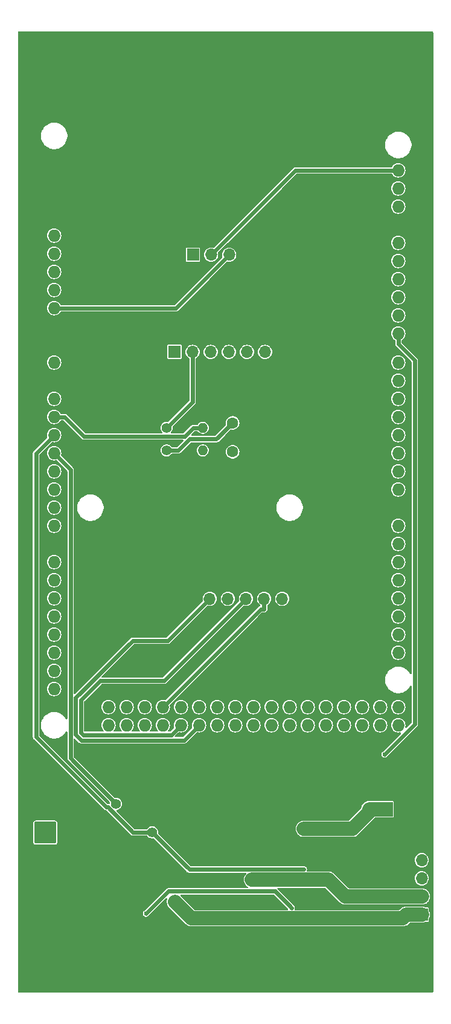
<source format=gbr>
%TF.GenerationSoftware,KiCad,Pcbnew,8.0.6-8.0.6-0~ubuntu24.04.1*%
%TF.CreationDate,2024-10-21T11:59:33+02:00*%
%TF.ProjectId,K3NG-rotator-shield,4b334e47-2d72-46f7-9461-746f722d7368,rev?*%
%TF.SameCoordinates,Original*%
%TF.FileFunction,Copper,L2,Bot*%
%TF.FilePolarity,Positive*%
%FSLAX46Y46*%
G04 Gerber Fmt 4.6, Leading zero omitted, Abs format (unit mm)*
G04 Created by KiCad (PCBNEW 8.0.6-8.0.6-0~ubuntu24.04.1) date 2024-10-21 11:59:33*
%MOMM*%
%LPD*%
G01*
G04 APERTURE LIST*
G04 Aperture macros list*
%AMRoundRect*
0 Rectangle with rounded corners*
0 $1 Rounding radius*
0 $2 $3 $4 $5 $6 $7 $8 $9 X,Y pos of 4 corners*
0 Add a 4 corners polygon primitive as box body*
4,1,4,$2,$3,$4,$5,$6,$7,$8,$9,$2,$3,0*
0 Add four circle primitives for the rounded corners*
1,1,$1+$1,$2,$3*
1,1,$1+$1,$4,$5*
1,1,$1+$1,$6,$7*
1,1,$1+$1,$8,$9*
0 Add four rect primitives between the rounded corners*
20,1,$1+$1,$2,$3,$4,$5,0*
20,1,$1+$1,$4,$5,$6,$7,0*
20,1,$1+$1,$6,$7,$8,$9,0*
20,1,$1+$1,$8,$9,$2,$3,0*%
G04 Aperture macros list end*
%TA.AperFunction,ComponentPad*%
%ADD10C,1.600000*%
%TD*%
%TA.AperFunction,ComponentPad*%
%ADD11C,7.500000*%
%TD*%
%TA.AperFunction,ComponentPad*%
%ADD12C,0.500000*%
%TD*%
%TA.AperFunction,SMDPad,CuDef*%
%ADD13R,1.800000X2.500000*%
%TD*%
%TA.AperFunction,ComponentPad*%
%ADD14O,1.727200X1.727200*%
%TD*%
%TA.AperFunction,ComponentPad*%
%ADD15R,1.727200X1.727200*%
%TD*%
%TA.AperFunction,ComponentPad*%
%ADD16C,1.400000*%
%TD*%
%TA.AperFunction,ComponentPad*%
%ADD17O,1.400000X1.400000*%
%TD*%
%TA.AperFunction,ComponentPad*%
%ADD18R,1.700000X1.700000*%
%TD*%
%TA.AperFunction,ComponentPad*%
%ADD19O,1.700000X1.700000*%
%TD*%
%TA.AperFunction,ComponentPad*%
%ADD20R,2.000000X2.000000*%
%TD*%
%TA.AperFunction,ComponentPad*%
%ADD21C,2.000000*%
%TD*%
%TA.AperFunction,ComponentPad*%
%ADD22RoundRect,0.249999X1.300001X-1.300001X1.300001X1.300001X-1.300001X1.300001X-1.300001X-1.300001X0*%
%TD*%
%TA.AperFunction,ComponentPad*%
%ADD23C,3.100000*%
%TD*%
%TA.AperFunction,ViaPad*%
%ADD24C,0.600000*%
%TD*%
%TA.AperFunction,Conductor*%
%ADD25C,0.600000*%
%TD*%
%TA.AperFunction,Conductor*%
%ADD26C,2.000000*%
%TD*%
G04 APERTURE END LIST*
D10*
%TO.P,C1,1*%
%TO.N,/AzimuthV*%
X159280000Y-79150000D03*
%TO.P,C1,2*%
%TO.N,GND*%
X164280000Y-79150000D03*
%TD*%
D11*
%TO.P,J15,1,Pin_1*%
%TO.N,GND*%
X183750000Y-155250000D03*
%TD*%
D10*
%TO.P,C3,1*%
%TO.N,VM*%
X169250000Y-136000000D03*
%TO.P,C3,2*%
%TO.N,GND*%
X169250000Y-131000000D03*
%TD*%
D11*
%TO.P,J14,1,Pin_1*%
%TO.N,GND*%
X133250000Y-155000000D03*
%TD*%
D12*
%TO.P,U2,9,9*%
%TO.N,GND*%
X170625000Y-144835000D03*
X170625000Y-145835000D03*
X170625000Y-146835000D03*
D13*
X171275000Y-145835000D03*
D12*
X171925000Y-144835000D03*
X171925000Y-145835000D03*
X171925000Y-146835000D03*
%TD*%
D14*
%TO.P,A1,*%
%TO.N,*%
X134250000Y-52920000D03*
%TO.P,A1,3V3,3.3V*%
%TO.N,Vref*%
X134250000Y-60540000D03*
%TO.P,A1,5V1,5V*%
%TO.N,5V*%
X134250000Y-63080000D03*
%TO.P,A1,5V3,5V*%
%TO.N,unconnected-(A1-5V-Pad5V3)*%
X182510000Y-118960000D03*
%TO.P,A1,5V4,5V*%
%TO.N,unconnected-(A1-5V-Pad5V4)*%
X182510000Y-121500000D03*
%TO.P,A1,A0,A0*%
%TO.N,Net-(A1-PadA0)*%
X134250000Y-75780000D03*
%TO.P,A1,A1,A1*%
%TO.N,Net-(A1-PadA1)*%
X134250000Y-78320000D03*
%TO.P,A1,A2,A2*%
%TO.N,IPRO1*%
X134250000Y-80860000D03*
%TO.P,A1,A3,A3*%
%TO.N,IPRO2*%
X134250000Y-83400000D03*
%TO.P,A1,A4,A4*%
%TO.N,unconnected-(A1-PadA4)*%
X134250000Y-85940000D03*
%TO.P,A1,A5,A5*%
%TO.N,unconnected-(A1-PadA5)*%
X134250000Y-88480000D03*
%TO.P,A1,A6,A6*%
%TO.N,unconnected-(A1-PadA6)*%
X134250000Y-91020000D03*
%TO.P,A1,A7,A7*%
%TO.N,unconnected-(A1-PadA7)*%
X134250000Y-93560000D03*
%TO.P,A1,A8,A8*%
%TO.N,unconnected-(A1-PadA8)*%
X134250000Y-98640000D03*
%TO.P,A1,A9,A9*%
%TO.N,unconnected-(A1-PadA9)*%
X134250000Y-101180000D03*
%TO.P,A1,A10,A10*%
%TO.N,unconnected-(A1-PadA10)*%
X134250000Y-103720000D03*
%TO.P,A1,A11,A11*%
%TO.N,unconnected-(A1-PadA11)*%
X134250000Y-106260000D03*
%TO.P,A1,A12,A12*%
%TO.N,unconnected-(A1-PadA12)*%
X134250000Y-108800000D03*
%TO.P,A1,A13,A13*%
%TO.N,unconnected-(A1-PadA13)*%
X134250000Y-111340000D03*
%TO.P,A1,A14,A14*%
%TO.N,unconnected-(A1-PadA14)*%
X134250000Y-113880000D03*
%TO.P,A1,A15,A15*%
%TO.N,unconnected-(A1-PadA15)*%
X134250000Y-116420000D03*
%TO.P,A1,AREF,AREF*%
%TO.N,unconnected-(A1-PadAREF)*%
X182510000Y-48856000D03*
%TO.P,A1,D0,D0/RX0*%
%TO.N,unconnected-(A1-D0{slash}RX0-PadD0)*%
X182510000Y-88480000D03*
%TO.P,A1,D1,D1/TX0*%
%TO.N,unconnected-(A1-D1{slash}TX0-PadD1)*%
X182510000Y-85940000D03*
%TO.P,A1,D2,D2_INT0*%
%TO.N,unconnected-(A1-D2_INT0-PadD2)*%
X182510000Y-83400000D03*
%TO.P,A1,D3,D3_INT1*%
%TO.N,unconnected-(A1-D3_INT1-PadD3)*%
X182510000Y-80860000D03*
%TO.P,A1,D4,D4*%
%TO.N,unconnected-(A1-PadD4)*%
X182510000Y-78320000D03*
%TO.P,A1,D5,D5*%
%TO.N,RotateUP*%
X182510000Y-75780000D03*
%TO.P,A1,D6,D6*%
%TO.N,RotateCCW*%
X182510000Y-73240000D03*
%TO.P,A1,D7,D7*%
%TO.N,RotateCW*%
X182510000Y-70700000D03*
%TO.P,A1,D8,D8*%
%TO.N,RotateDown*%
X182510000Y-66636000D03*
%TO.P,A1,D9,D9*%
%TO.N,unconnected-(A1-PadD9)*%
X182510000Y-64096000D03*
%TO.P,A1,D10,D10*%
%TO.N,unconnected-(A1-PadD10)*%
X182510000Y-61556000D03*
%TO.P,A1,D11,D11*%
%TO.N,unconnected-(A1-PadD11)*%
X182510000Y-59016000D03*
%TO.P,A1,D12,D12*%
%TO.N,unconnected-(A1-PadD12)*%
X182510000Y-56476000D03*
%TO.P,A1,D13,D13*%
%TO.N,unconnected-(A1-PadD13)*%
X182510000Y-53936000D03*
%TO.P,A1,D14,D14/TX3*%
%TO.N,unconnected-(A1-D14{slash}TX3-PadD14)*%
X182510000Y-93560000D03*
%TO.P,A1,D15,D15/RX3*%
%TO.N,unconnected-(A1-D15{slash}RX3-PadD15)*%
X182510000Y-96100000D03*
%TO.P,A1,D16,D16/TX2*%
%TO.N,unconnected-(A1-D16{slash}TX2-PadD16)*%
X182510000Y-98640000D03*
%TO.P,A1,D17,D17/RX2*%
%TO.N,unconnected-(A1-D17{slash}RX2-PadD17)*%
X182510000Y-101180000D03*
%TO.P,A1,D18,D18/TX1*%
%TO.N,unconnected-(A1-D18{slash}TX1-PadD18)*%
X182510000Y-103720000D03*
%TO.P,A1,D19,D19/RX1*%
%TO.N,unconnected-(A1-D19{slash}RX1-PadD19)*%
X182510000Y-106260000D03*
%TO.P,A1,D20,D20/SDA*%
%TO.N,unconnected-(A1-D20{slash}SDA-PadD20)*%
X182510000Y-108800000D03*
%TO.P,A1,D21,D21/SCL*%
%TO.N,unconnected-(A1-D21{slash}SCL-PadD21)*%
X182510000Y-111340000D03*
%TO.P,A1,D22,D22*%
%TO.N,unconnected-(A1-PadD22)*%
X179970000Y-118960000D03*
%TO.P,A1,D23,D23*%
%TO.N,unconnected-(A1-PadD23)*%
X179970000Y-121500000D03*
%TO.P,A1,D24,D24*%
%TO.N,unconnected-(A1-PadD24)*%
X177430000Y-118960000D03*
%TO.P,A1,D25,D25*%
%TO.N,unconnected-(A1-PadD25)*%
X177430000Y-121500000D03*
%TO.P,A1,D26,D26*%
%TO.N,unconnected-(A1-PadD26)*%
X174890000Y-118960000D03*
%TO.P,A1,D27,D27*%
%TO.N,unconnected-(A1-PadD27)*%
X174890000Y-121500000D03*
%TO.P,A1,D28,D28*%
%TO.N,unconnected-(A1-PadD28)*%
X172350000Y-118960000D03*
%TO.P,A1,D29,D29*%
%TO.N,unconnected-(A1-PadD29)*%
X172350000Y-121500000D03*
%TO.P,A1,D30,D30*%
%TO.N,unconnected-(A1-PadD30)*%
X169810000Y-118960000D03*
%TO.P,A1,D31,D31*%
%TO.N,unconnected-(A1-PadD31)*%
X169810000Y-121500000D03*
%TO.P,A1,D32,D32*%
%TO.N,unconnected-(A1-PadD32)*%
X167270000Y-118960000D03*
%TO.P,A1,D33,D33*%
%TO.N,unconnected-(A1-PadD33)*%
X167270000Y-121500000D03*
%TO.P,A1,D34,D34*%
%TO.N,unconnected-(A1-PadD34)*%
X164730000Y-118960000D03*
%TO.P,A1,D35,D35*%
%TO.N,unconnected-(A1-PadD35)*%
X164730000Y-121500000D03*
%TO.P,A1,D36,D36*%
%TO.N,unconnected-(A1-PadD36)*%
X162190000Y-118960000D03*
%TO.P,A1,D37,D37*%
%TO.N,unconnected-(A1-PadD37)*%
X162190000Y-121500000D03*
%TO.P,A1,D38,D38*%
%TO.N,unconnected-(A1-PadD38)*%
X159650000Y-118960000D03*
%TO.P,A1,D39,D39*%
%TO.N,unconnected-(A1-PadD39)*%
X159650000Y-121500000D03*
%TO.P,A1,D40,D40*%
%TO.N,unconnected-(A1-PadD40)*%
X157110000Y-118960000D03*
%TO.P,A1,D41,D41*%
%TO.N,unconnected-(A1-PadD41)*%
X157110000Y-121500000D03*
%TO.P,A1,D42,D42*%
%TO.N,unconnected-(A1-PadD42)*%
X154570000Y-118960000D03*
%TO.P,A1,D43,D43*%
%TO.N,/Turn CW*%
X154570000Y-121500000D03*
%TO.P,A1,D44,D44*%
%TO.N,/Turn CCW*%
X152030000Y-118960000D03*
%TO.P,A1,D45,D45*%
%TO.N,/UP*%
X152030000Y-121500000D03*
%TO.P,A1,D46,D46*%
%TO.N,/DOWN*%
X149490000Y-118960000D03*
%TO.P,A1,D47,D47*%
%TO.N,Net-(J6-Pin_7)*%
X149490000Y-121500000D03*
%TO.P,A1,D48,D48*%
%TO.N,unconnected-(A1-PadD48)*%
X146950000Y-118960000D03*
%TO.P,A1,D49,D49*%
%TO.N,unconnected-(A1-PadD49)*%
X146950000Y-121500000D03*
%TO.P,A1,D50,D50_MISO*%
%TO.N,unconnected-(A1-D50_MISO-PadD50)*%
X144410000Y-118960000D03*
%TO.P,A1,D51,D51_MOSI*%
%TO.N,unconnected-(A1-D51_MOSI-PadD51)*%
X144410000Y-121500000D03*
%TO.P,A1,D52,D52_SCK*%
%TO.N,unconnected-(A1-D52_SCK-PadD52)*%
X141870000Y-118960000D03*
%TO.P,A1,D53,D53_CS*%
%TO.N,unconnected-(A1-D53_CS-PadD53)*%
X141870000Y-121500000D03*
D15*
%TO.P,A1,GND1,GND*%
%TO.N,GND*%
X182510000Y-51396000D03*
%TO.P,A1,GND2,GND*%
X134250000Y-65620000D03*
%TO.P,A1,GND3,GND*%
X134250000Y-68160000D03*
%TO.P,A1,GND5,GND*%
X139330000Y-118960000D03*
%TO.P,A1,GND6,GND*%
X139330000Y-121500000D03*
D14*
%TO.P,A1,IORF,IOREF*%
%TO.N,unconnected-(A1-IOREF-PadIORF)*%
X134250000Y-55460000D03*
%TO.P,A1,RST1,RESET*%
%TO.N,unconnected-(A1-RESET-PadRST1)*%
X134250000Y-58000000D03*
%TO.P,A1,SCL,SCL*%
%TO.N,/SCL*%
X182510000Y-43776000D03*
%TO.P,A1,SDA,SDA*%
%TO.N,/SDA*%
X182510000Y-46316000D03*
%TO.P,A1,VIN,VIN*%
%TO.N,unconnected-(A1-PadVIN)*%
X134250000Y-70700000D03*
%TD*%
D16*
%TO.P,R4,1*%
%TO.N,IPRO2*%
X142920000Y-132500000D03*
D17*
%TO.P,R4,2*%
%TO.N,GND*%
X148000000Y-132500000D03*
%TD*%
D18*
%TO.P,J6,1,Pin_1*%
%TO.N,GND*%
X150980000Y-103800000D03*
D19*
%TO.P,J6,2,Pin_2*%
X153520000Y-103800000D03*
%TO.P,J6,3,Pin_3*%
%TO.N,/Turn CW*%
X156060000Y-103800000D03*
%TO.P,J6,4,Pin_4*%
%TO.N,/Turn CCW*%
X158600000Y-103800000D03*
%TO.P,J6,5,Pin_5*%
%TO.N,/UP*%
X161140000Y-103800000D03*
%TO.P,J6,6,Pin_6*%
%TO.N,/DOWN*%
X163680000Y-103800000D03*
%TO.P,J6,7,Pin_7*%
%TO.N,Net-(J6-Pin_7)*%
X166220000Y-103800000D03*
%TD*%
D16*
%TO.P,R2,1*%
%TO.N,/AzimuthV*%
X150000000Y-83000000D03*
D17*
%TO.P,R2,2*%
%TO.N,Net-(A1-PadA0)*%
X155080000Y-83000000D03*
%TD*%
D18*
%TO.P,J4,1,Pin_1*%
%TO.N,/SDA*%
X153720000Y-55600000D03*
D19*
%TO.P,J4,2,Pin_2*%
%TO.N,/SCL*%
X156260000Y-55600000D03*
%TO.P,J4,3,Pin_3*%
%TO.N,5V*%
X158800000Y-55600000D03*
%TO.P,J4,4,Pin_4*%
%TO.N,GND*%
X161340000Y-55600000D03*
%TD*%
D18*
%TO.P,J7,1,Pin_1*%
%TO.N,/AzimuthV*%
X151120000Y-69200000D03*
D19*
%TO.P,J7,2,Pin_2*%
%TO.N,/ElevationV*%
X153660000Y-69200000D03*
%TO.P,J7,3,Pin_3*%
%TO.N,unconnected-(J7-Pin_3-Pad3)*%
X156200000Y-69200000D03*
%TO.P,J7,4,Pin_4*%
%TO.N,unconnected-(J7-Pin_4-Pad4)*%
X158740000Y-69200000D03*
%TO.P,J7,5,Pin_5*%
%TO.N,unconnected-(J7-Pin_5-Pad5)*%
X161280000Y-69200000D03*
%TO.P,J7,6,Pin_6*%
%TO.N,unconnected-(J7-Pin_6-Pad6)*%
X163820000Y-69200000D03*
%TD*%
D20*
%TO.P,C4,1*%
%TO.N,VM*%
X180750000Y-133250000D03*
D21*
%TO.P,C4,2*%
%TO.N,GND*%
X175750000Y-133250000D03*
%TD*%
D22*
%TO.P,J3,1,Pin_1*%
%TO.N,VM*%
X133000000Y-136540000D03*
D23*
%TO.P,J3,2,Pin_2*%
%TO.N,GND*%
X133000000Y-130540000D03*
%TD*%
D16*
%TO.P,R3,1*%
%TO.N,IPRO1*%
X148000000Y-136500000D03*
D17*
%TO.P,R3,2*%
%TO.N,GND*%
X142920000Y-136500000D03*
%TD*%
D16*
%TO.P,R1,1*%
%TO.N,/ElevationV*%
X150000000Y-79850000D03*
D17*
%TO.P,R1,2*%
%TO.N,Net-(A1-PadA1)*%
X155080000Y-79850000D03*
%TD*%
D12*
%TO.P,U1,9,9*%
%TO.N,GND*%
X145705000Y-144835000D03*
X145705000Y-145835000D03*
X145705000Y-146835000D03*
D13*
X146355000Y-145835000D03*
D12*
X147005000Y-144835000D03*
X147005000Y-145835000D03*
X147005000Y-146835000D03*
%TD*%
D18*
%TO.P,J2,1,Pin_1*%
%TO.N,RotateCW-OUT*%
X185800000Y-148020000D03*
D19*
%TO.P,J2,2,Pin_2*%
%TO.N,RotateCCW-OUT*%
X185800000Y-145480000D03*
%TO.P,J2,3,Pin_3*%
%TO.N,RotateDown-OUT*%
X185800000Y-142940000D03*
%TO.P,J2,4,Pin_4*%
%TO.N,RotateUP-OUT*%
X185800000Y-140400000D03*
%TD*%
D10*
%TO.P,C2,1*%
%TO.N,/ElevationV*%
X159280000Y-83200000D03*
%TO.P,C2,2*%
%TO.N,GND*%
X164280000Y-83200000D03*
%TD*%
D24*
%TO.N,GND*%
X175000000Y-157500000D03*
X170000000Y-157500000D03*
X165000000Y-157500000D03*
X160000000Y-157500000D03*
X155000000Y-157500000D03*
X150000000Y-157500000D03*
X145000000Y-157500000D03*
X140000000Y-157500000D03*
X175000000Y-152500000D03*
X170000000Y-152500000D03*
X165000000Y-152500000D03*
X160000000Y-152500000D03*
X155000000Y-152500000D03*
X150000000Y-152500000D03*
X145000000Y-152500000D03*
X140000000Y-152500000D03*
X175000000Y-155000000D03*
X170000000Y-155000000D03*
X165000000Y-155000000D03*
X160000000Y-155000000D03*
X155000000Y-155000000D03*
X150000000Y-155000000D03*
X145000000Y-155000000D03*
X140000000Y-155000000D03*
%TO.N,IPRO1*%
X169268400Y-141699800D03*
%TO.N,RotateDown*%
X180578800Y-125579700D03*
%TO.N,GND*%
X158000000Y-146400000D03*
X166000000Y-146800000D03*
X135600000Y-124800000D03*
%TO.N,Vref*%
X147124700Y-147880800D03*
X167546500Y-147071900D03*
%TO.N,RotateCCW-OUT*%
X162000000Y-143133100D03*
%TO.N,RotateCW-OUT*%
X151179700Y-146211100D03*
%TD*%
D25*
%TO.N,5V*%
X158800000Y-55600000D02*
X151320000Y-63080000D01*
X151320000Y-63080000D02*
X134250000Y-63080000D01*
%TO.N,IPRO1*%
X134250000Y-80860000D02*
X131700000Y-83410000D01*
X131700000Y-83410000D02*
X131700000Y-123100000D01*
X131700000Y-123100000D02*
X141568062Y-132968062D01*
X148000000Y-136500000D02*
X153199800Y-141699800D01*
X153199800Y-141699800D02*
X169268400Y-141699800D01*
X141790000Y-132968062D02*
X145321938Y-136500000D01*
X145321938Y-136500000D02*
X148000000Y-136500000D01*
X141568062Y-132968062D02*
X141790000Y-132968062D01*
%TO.N,IPRO2*%
X136535700Y-85685700D02*
X136535700Y-126115700D01*
X134250000Y-83400000D02*
X136535700Y-85685700D01*
X136535700Y-126115700D02*
X142920000Y-132500000D01*
%TO.N,RotateDown*%
X184825400Y-70415000D02*
X182510000Y-68099600D01*
X182510000Y-68099600D02*
X182510000Y-66636000D01*
X180578800Y-125579700D02*
X184825400Y-121333100D01*
X184825400Y-121333100D02*
X184825400Y-70415000D01*
%TO.N,Vref*%
X165224100Y-144749500D02*
X167546500Y-147071900D01*
X150256000Y-144749500D02*
X165224100Y-144749500D01*
X147124700Y-147880800D02*
X150256000Y-144749500D01*
%TO.N,/AzimuthV*%
X151662700Y-83000000D02*
X153237700Y-81425000D01*
X150000000Y-83000000D02*
X151662700Y-83000000D01*
X157005000Y-81425000D02*
X159280000Y-79150000D01*
X153237700Y-81425000D02*
X157005000Y-81425000D01*
%TO.N,/ElevationV*%
X153660000Y-76190000D02*
X150000000Y-79850000D01*
X153660000Y-69200000D02*
X153660000Y-76190000D01*
D26*
%TO.N,VM*%
X178450000Y-133250000D02*
X178450000Y-133609400D01*
X180750000Y-133250000D02*
X178450000Y-133250000D01*
X178450000Y-133609400D02*
X176059400Y-136000000D01*
X176059400Y-136000000D02*
X169250000Y-136000000D01*
%TO.N,RotateCCW-OUT*%
X175093500Y-145480000D02*
X185800000Y-145480000D01*
X172746600Y-143133100D02*
X175093500Y-145480000D01*
X162000000Y-143133100D02*
X172746600Y-143133100D01*
D25*
%TO.N,/DOWN*%
X163200000Y-105250000D02*
X149490000Y-118960000D01*
X163680000Y-103800000D02*
X163680000Y-105250000D01*
X163680000Y-105250000D02*
X163200000Y-105250000D01*
%TO.N,/Turn CW*%
X137267400Y-122829000D02*
X137267400Y-117644500D01*
X154570000Y-121500000D02*
X152463700Y-123606300D01*
X150193500Y-109666500D02*
X156060000Y-103800000D01*
X137267400Y-117644500D02*
X145245400Y-109666500D01*
X145245400Y-109666500D02*
X150193500Y-109666500D01*
X138044700Y-123606300D02*
X137267400Y-122829000D01*
X152463700Y-123606300D02*
X138044700Y-123606300D01*
%TO.N,/UP*%
X140698500Y-115253700D02*
X149686300Y-115253700D01*
X137999100Y-117953100D02*
X140698500Y-115253700D01*
X149686300Y-115253700D02*
X161140000Y-103800000D01*
X138327200Y-122845500D02*
X137999100Y-122517400D01*
X150684500Y-122845500D02*
X138327200Y-122845500D01*
X152030000Y-121500000D02*
X150684500Y-122845500D01*
X137999100Y-122517400D02*
X137999100Y-117953100D01*
%TO.N,/SCL*%
X156260000Y-55600000D02*
X168084000Y-43776000D01*
X168084000Y-43776000D02*
X182510000Y-43776000D01*
%TO.N,Net-(A1-PadA1)*%
X152576200Y-81051600D02*
X138445200Y-81051600D01*
X155080000Y-79850000D02*
X153780000Y-79850000D01*
X134250000Y-78320000D02*
X135713600Y-78320000D01*
X138445200Y-81051600D02*
X135713600Y-78320000D01*
X153780000Y-79850000D02*
X153777800Y-79850000D01*
X153777800Y-79850000D02*
X152576200Y-81051600D01*
D26*
%TO.N,RotateCW-OUT*%
X183650000Y-148020000D02*
X183143300Y-148526700D01*
X185800000Y-148020000D02*
X183650000Y-148020000D01*
X183143300Y-148526700D02*
X153495300Y-148526700D01*
X153495300Y-148526700D02*
X151179700Y-146211100D01*
%TD*%
%TA.AperFunction,Conductor*%
%TO.N,GND*%
G36*
X165057316Y-145209685D02*
G01*
X165077958Y-145226319D01*
X167026158Y-147174519D01*
X167059643Y-147235842D01*
X167054659Y-147305534D01*
X167012787Y-147361467D01*
X166947323Y-147385884D01*
X166938477Y-147386200D01*
X154019073Y-147386200D01*
X153952034Y-147366515D01*
X153931392Y-147349881D01*
X151983191Y-145401681D01*
X151949706Y-145340358D01*
X151954690Y-145270666D01*
X151996562Y-145214733D01*
X152062026Y-145190316D01*
X152070872Y-145190000D01*
X164990277Y-145190000D01*
X165057316Y-145209685D01*
G37*
%TD.AperFunction*%
%TA.AperFunction,Conductor*%
G36*
X187352539Y-24350185D02*
G01*
X187398294Y-24402989D01*
X187409500Y-24454500D01*
X187409500Y-158805500D01*
X187389815Y-158872539D01*
X187337011Y-158918294D01*
X187285500Y-158929500D01*
X129284500Y-158929500D01*
X129217461Y-158909815D01*
X129171706Y-158857011D01*
X129160500Y-158805500D01*
X129160500Y-137870736D01*
X131309499Y-137870736D01*
X131323981Y-137962171D01*
X131323982Y-137962174D01*
X131323983Y-137962176D01*
X131380140Y-138072392D01*
X131467608Y-138159860D01*
X131577824Y-138216017D01*
X131577826Y-138216017D01*
X131577828Y-138216018D01*
X131669263Y-138230500D01*
X131669264Y-138230500D01*
X134330736Y-138230500D01*
X134422171Y-138216018D01*
X134422171Y-138216017D01*
X134422176Y-138216017D01*
X134532392Y-138159860D01*
X134619860Y-138072392D01*
X134676017Y-137962176D01*
X134690500Y-137870736D01*
X134690500Y-135209264D01*
X134690500Y-135209263D01*
X134676018Y-135117828D01*
X134676017Y-135117826D01*
X134676017Y-135117824D01*
X134619860Y-135007608D01*
X134532392Y-134920140D01*
X134532391Y-134920139D01*
X134468494Y-134887583D01*
X134422176Y-134863983D01*
X134422174Y-134863982D01*
X134422171Y-134863981D01*
X134330736Y-134849500D01*
X131669264Y-134849500D01*
X131577828Y-134863981D01*
X131467608Y-134920139D01*
X131380139Y-135007608D01*
X131323981Y-135117828D01*
X131309500Y-135209263D01*
X131309500Y-137870736D01*
X131309499Y-137870736D01*
X129160500Y-137870736D01*
X129160500Y-83352007D01*
X131259500Y-83352007D01*
X131259500Y-123042007D01*
X131259500Y-123157993D01*
X131260901Y-123163222D01*
X131289519Y-123270028D01*
X131317700Y-123318838D01*
X131347512Y-123370473D01*
X141215574Y-133238535D01*
X141297589Y-133320550D01*
X141398035Y-133378543D01*
X141510069Y-133408562D01*
X141556177Y-133408562D01*
X141623216Y-133428247D01*
X141643858Y-133444881D01*
X144969450Y-136770473D01*
X145051465Y-136852488D01*
X145151911Y-136910481D01*
X145263945Y-136940500D01*
X147212222Y-136940500D01*
X147279261Y-136960185D01*
X147312538Y-136991612D01*
X147316269Y-136996748D01*
X147316274Y-136996754D01*
X147316275Y-136996755D01*
X147434498Y-137128054D01*
X147577435Y-137231904D01*
X147738835Y-137303764D01*
X147738840Y-137303766D01*
X147911660Y-137340500D01*
X147911661Y-137340500D01*
X148088336Y-137340500D01*
X148088340Y-137340500D01*
X148129036Y-137331849D01*
X148198700Y-137337164D01*
X148242497Y-137365458D01*
X152847312Y-141970273D01*
X152929327Y-142052288D01*
X153029773Y-142110281D01*
X153141807Y-142140300D01*
X161080527Y-142140300D01*
X161147566Y-142159985D01*
X161193321Y-142212789D01*
X161203265Y-142281947D01*
X161174240Y-142345503D01*
X161168208Y-142351981D01*
X161130073Y-142390115D01*
X161130069Y-142390119D01*
X161024559Y-142535344D01*
X160943055Y-142695302D01*
X160887583Y-142866030D01*
X160859500Y-143043341D01*
X160859500Y-143222858D01*
X160887583Y-143400169D01*
X160943055Y-143570897D01*
X161024559Y-143730855D01*
X161130069Y-143876080D01*
X161257019Y-144003030D01*
X161369405Y-144084682D01*
X161412071Y-144140011D01*
X161418050Y-144209625D01*
X161385445Y-144271420D01*
X161324606Y-144305777D01*
X161296520Y-144309000D01*
X150198007Y-144309000D01*
X150085971Y-144339019D01*
X149985527Y-144397012D01*
X149985524Y-144397014D01*
X146856134Y-147526403D01*
X146835505Y-147543030D01*
X146833271Y-147544465D01*
X146833265Y-147544471D01*
X146804992Y-147577099D01*
X146798965Y-147583573D01*
X146772211Y-147610328D01*
X146770164Y-147613874D01*
X146756501Y-147633061D01*
X146750317Y-147640198D01*
X146735180Y-147673342D01*
X146729778Y-147683820D01*
X146714217Y-147710775D01*
X146714216Y-147710777D01*
X146711403Y-147721275D01*
X146704430Y-147740673D01*
X146697696Y-147755420D01*
X146697695Y-147755423D01*
X146693467Y-147784830D01*
X146690506Y-147799268D01*
X146684200Y-147822803D01*
X146684200Y-147840423D01*
X146682938Y-147858069D01*
X146679670Y-147880799D01*
X146682938Y-147903529D01*
X146684200Y-147921176D01*
X146684200Y-147938796D01*
X146690506Y-147962330D01*
X146693469Y-147976774D01*
X146697696Y-148006178D01*
X146704427Y-148020916D01*
X146711406Y-148040331D01*
X146714216Y-148050820D01*
X146714222Y-148050833D01*
X146729772Y-148077769D01*
X146735176Y-148088250D01*
X146745000Y-148109759D01*
X146750317Y-148121401D01*
X146756492Y-148128527D01*
X146770166Y-148147730D01*
X146772212Y-148151273D01*
X146798967Y-148178028D01*
X146804986Y-148184494D01*
X146833264Y-148217128D01*
X146833267Y-148217131D01*
X146835493Y-148218562D01*
X146847719Y-148228414D01*
X146847777Y-148228339D01*
X146854220Y-148233283D01*
X146854224Y-148233285D01*
X146854227Y-148233288D01*
X146892830Y-148255575D01*
X146897847Y-148258634D01*
X146939824Y-148285612D01*
X146941190Y-148286235D01*
X146949962Y-148289330D01*
X146954667Y-148291278D01*
X146954668Y-148291278D01*
X146954673Y-148291281D01*
X147004275Y-148304571D01*
X147006969Y-148305327D01*
X147061366Y-148321300D01*
X147061367Y-148321300D01*
X147188033Y-148321300D01*
X147188034Y-148321300D01*
X147242438Y-148305324D01*
X147245136Y-148304567D01*
X147294727Y-148291281D01*
X147294737Y-148291275D01*
X147299421Y-148289335D01*
X147308212Y-148286234D01*
X147309565Y-148285615D01*
X147309572Y-148285614D01*
X147351572Y-148258621D01*
X147356564Y-148255577D01*
X147395173Y-148233288D01*
X147395177Y-148233283D01*
X147401623Y-148228338D01*
X147401682Y-148228415D01*
X147413906Y-148218561D01*
X147416133Y-148217131D01*
X147444420Y-148184483D01*
X147450425Y-148178034D01*
X149886334Y-145742126D01*
X149947656Y-145708642D01*
X150017348Y-145713626D01*
X150073281Y-145755498D01*
X150097698Y-145820962D01*
X150091945Y-145868125D01*
X150067283Y-145944028D01*
X150046104Y-146077752D01*
X150039200Y-146121341D01*
X150039200Y-146300859D01*
X150046972Y-146349930D01*
X150067283Y-146478169D01*
X150122755Y-146648897D01*
X150186844Y-146774678D01*
X150204257Y-146808852D01*
X150309776Y-146954086D01*
X150309778Y-146954088D01*
X152752315Y-149396626D01*
X152752319Y-149396630D01*
X152888216Y-149495363D01*
X152897548Y-149502143D01*
X153057500Y-149583643D01*
X153057502Y-149583644D01*
X153142866Y-149611380D01*
X153228232Y-149639117D01*
X153405541Y-149667200D01*
X153405542Y-149667200D01*
X183233058Y-149667200D01*
X183233059Y-149667200D01*
X183410368Y-149639117D01*
X183581100Y-149583643D01*
X183741052Y-149502143D01*
X183822593Y-149442900D01*
X183886280Y-149396630D01*
X183886282Y-149396627D01*
X183886286Y-149396625D01*
X184013225Y-149269686D01*
X184013226Y-149269684D01*
X184020288Y-149262622D01*
X184020291Y-149262617D01*
X184086093Y-149196817D01*
X184147417Y-149163333D01*
X184173773Y-149160500D01*
X185889758Y-149160500D01*
X185889759Y-149160500D01*
X186067068Y-149132417D01*
X186237800Y-149076943D01*
X186341678Y-149024013D01*
X186397972Y-149010499D01*
X186663836Y-149010499D01*
X186663840Y-149010499D01*
X186704821Y-149002349D01*
X186751295Y-148971295D01*
X186782349Y-148924821D01*
X186790500Y-148883841D01*
X186790499Y-148617969D01*
X186804015Y-148561674D01*
X186856940Y-148457805D01*
X186856943Y-148457800D01*
X186912417Y-148287068D01*
X186940500Y-148109759D01*
X186940500Y-147930241D01*
X186912417Y-147752932D01*
X186856943Y-147582200D01*
X186804014Y-147478321D01*
X186790499Y-147422026D01*
X186790499Y-147156163D01*
X186790499Y-147156160D01*
X186782349Y-147115179D01*
X186751295Y-147068705D01*
X186704821Y-147037651D01*
X186663841Y-147029500D01*
X186663840Y-147029500D01*
X186397972Y-147029500D01*
X186341677Y-147015985D01*
X186237802Y-146963058D01*
X186237801Y-146963057D01*
X186237800Y-146963057D01*
X186141545Y-146931782D01*
X186067069Y-146907583D01*
X185978413Y-146893541D01*
X185889759Y-146879500D01*
X183560241Y-146879500D01*
X183501138Y-146888861D01*
X183382930Y-146907583D01*
X183212202Y-146963055D01*
X183052244Y-147044559D01*
X182907019Y-147150069D01*
X182907015Y-147150073D01*
X182707208Y-147349881D01*
X182645885Y-147383366D01*
X182619527Y-147386200D01*
X168080173Y-147386200D01*
X168013134Y-147366515D01*
X167967379Y-147313711D01*
X167957435Y-147244553D01*
X167967380Y-147210686D01*
X167973502Y-147197281D01*
X167973501Y-147197281D01*
X167973503Y-147197279D01*
X167977732Y-147167860D01*
X167980691Y-147153436D01*
X167987000Y-147129894D01*
X167987000Y-147112276D01*
X167988262Y-147094629D01*
X167991530Y-147071899D01*
X167988262Y-147049169D01*
X167987000Y-147031523D01*
X167987000Y-147013910D01*
X167986999Y-147013903D01*
X167980694Y-146990371D01*
X167977731Y-146975926D01*
X167975881Y-146963058D01*
X167973503Y-146946521D01*
X167966772Y-146931782D01*
X167959792Y-146912364D01*
X167956981Y-146901873D01*
X167941427Y-146874934D01*
X167936018Y-146864442D01*
X167920883Y-146831299D01*
X167914705Y-146824168D01*
X167901034Y-146804971D01*
X167898988Y-146801427D01*
X167872224Y-146774663D01*
X167866220Y-146768215D01*
X167837933Y-146735569D01*
X167837932Y-146735568D01*
X167835705Y-146734137D01*
X167815063Y-146717502D01*
X165582842Y-144485281D01*
X165549357Y-144423958D01*
X165554341Y-144354266D01*
X165596213Y-144298333D01*
X165661677Y-144273916D01*
X165670523Y-144273600D01*
X172222828Y-144273600D01*
X172289867Y-144293285D01*
X172310509Y-144309919D01*
X174350515Y-146349926D01*
X174350519Y-146349930D01*
X174486416Y-146448663D01*
X174495748Y-146455443D01*
X174655700Y-146536943D01*
X174655702Y-146536944D01*
X174741066Y-146564680D01*
X174826432Y-146592417D01*
X175003741Y-146620500D01*
X175003742Y-146620500D01*
X185889758Y-146620500D01*
X185889759Y-146620500D01*
X186067068Y-146592417D01*
X186237800Y-146536943D01*
X186397752Y-146455443D01*
X186479293Y-146396200D01*
X186542980Y-146349930D01*
X186542982Y-146349927D01*
X186542986Y-146349925D01*
X186669925Y-146222986D01*
X186669927Y-146222982D01*
X186669930Y-146222980D01*
X186743774Y-146121341D01*
X186775443Y-146077752D01*
X186856943Y-145917800D01*
X186912417Y-145747068D01*
X186940500Y-145569759D01*
X186940500Y-145390241D01*
X186912417Y-145212932D01*
X186856943Y-145042200D01*
X186775443Y-144882248D01*
X186768663Y-144872916D01*
X186669930Y-144737019D01*
X186542980Y-144610069D01*
X186397755Y-144504559D01*
X186397754Y-144504558D01*
X186397752Y-144504557D01*
X186317776Y-144463807D01*
X186237797Y-144423055D01*
X186067069Y-144367583D01*
X185978413Y-144353541D01*
X185889759Y-144339500D01*
X185889758Y-144339500D01*
X175617273Y-144339500D01*
X175550234Y-144319815D01*
X175529592Y-144303181D01*
X174166410Y-142940000D01*
X184804707Y-142940000D01*
X184823830Y-143134169D01*
X184880471Y-143320888D01*
X184972440Y-143492949D01*
X184972444Y-143492956D01*
X185096221Y-143643778D01*
X185247043Y-143767555D01*
X185247050Y-143767559D01*
X185419111Y-143859528D01*
X185419114Y-143859528D01*
X185419118Y-143859531D01*
X185605828Y-143916169D01*
X185800000Y-143935293D01*
X185994172Y-143916169D01*
X186180882Y-143859531D01*
X186352955Y-143767556D01*
X186503778Y-143643778D01*
X186627556Y-143492955D01*
X186719531Y-143320882D01*
X186776169Y-143134172D01*
X186795293Y-142940000D01*
X186776169Y-142745828D01*
X186719531Y-142559118D01*
X186719528Y-142559114D01*
X186719528Y-142559111D01*
X186627559Y-142387050D01*
X186627555Y-142387043D01*
X186503778Y-142236221D01*
X186352956Y-142112444D01*
X186352949Y-142112440D01*
X186180888Y-142020471D01*
X186180882Y-142020469D01*
X186024118Y-141972915D01*
X185994169Y-141963830D01*
X185800000Y-141944707D01*
X185605830Y-141963830D01*
X185419111Y-142020471D01*
X185247050Y-142112440D01*
X185247043Y-142112444D01*
X185096221Y-142236221D01*
X184972444Y-142387043D01*
X184972440Y-142387050D01*
X184880471Y-142559111D01*
X184823830Y-142745830D01*
X184804707Y-142940000D01*
X174166410Y-142940000D01*
X173620865Y-142394455D01*
X173620856Y-142394445D01*
X173571914Y-142345503D01*
X173489586Y-142263175D01*
X173489582Y-142263172D01*
X173489578Y-142263168D01*
X173344355Y-142157659D01*
X173344354Y-142157658D01*
X173344352Y-142157657D01*
X173251370Y-142110280D01*
X173184397Y-142076155D01*
X173013669Y-142020683D01*
X172925013Y-142006641D01*
X172836359Y-141992600D01*
X172836358Y-141992600D01*
X169811888Y-141992600D01*
X169744849Y-141972915D01*
X169699094Y-141920111D01*
X169689150Y-141850953D01*
X169692911Y-141833664D01*
X169695398Y-141825187D01*
X169695403Y-141825179D01*
X169699629Y-141795782D01*
X169702593Y-141781327D01*
X169708900Y-141757792D01*
X169708900Y-141740176D01*
X169710162Y-141722529D01*
X169713430Y-141699799D01*
X169710162Y-141677069D01*
X169708900Y-141659423D01*
X169708900Y-141641808D01*
X169708900Y-141641807D01*
X169702590Y-141618261D01*
X169699629Y-141603819D01*
X169695403Y-141574422D01*
X169695403Y-141574421D01*
X169688672Y-141559682D01*
X169681691Y-141540261D01*
X169678881Y-141529773D01*
X169678881Y-141529772D01*
X169663326Y-141502831D01*
X169657917Y-141492339D01*
X169642784Y-141459201D01*
X169642782Y-141459198D01*
X169636608Y-141452073D01*
X169622931Y-141432866D01*
X169620888Y-141429327D01*
X169594138Y-141402577D01*
X169588119Y-141396113D01*
X169559833Y-141363469D01*
X169559832Y-141363468D01*
X169557605Y-141362037D01*
X169545377Y-141352182D01*
X169545319Y-141352259D01*
X169538869Y-141347309D01*
X169500271Y-141325024D01*
X169495233Y-141321953D01*
X169453272Y-141294986D01*
X169453268Y-141294985D01*
X169451922Y-141294369D01*
X169443150Y-141291275D01*
X169438422Y-141289317D01*
X169388880Y-141276042D01*
X169386041Y-141275245D01*
X169331736Y-141259300D01*
X169331734Y-141259300D01*
X169326393Y-141259300D01*
X153433623Y-141259300D01*
X153366584Y-141239615D01*
X153345942Y-141222981D01*
X152522961Y-140400000D01*
X184804707Y-140400000D01*
X184823830Y-140594169D01*
X184880471Y-140780888D01*
X184972440Y-140952949D01*
X184972444Y-140952956D01*
X185096221Y-141103778D01*
X185247043Y-141227555D01*
X185247050Y-141227559D01*
X185419111Y-141319528D01*
X185419114Y-141319528D01*
X185419118Y-141319531D01*
X185605828Y-141376169D01*
X185800000Y-141395293D01*
X185994172Y-141376169D01*
X186180882Y-141319531D01*
X186226803Y-141294986D01*
X186352949Y-141227559D01*
X186352955Y-141227556D01*
X186503778Y-141103778D01*
X186627556Y-140952955D01*
X186719531Y-140780882D01*
X186776169Y-140594172D01*
X186795293Y-140400000D01*
X186776169Y-140205828D01*
X186719531Y-140019118D01*
X186719528Y-140019114D01*
X186719528Y-140019111D01*
X186627559Y-139847050D01*
X186627555Y-139847043D01*
X186503778Y-139696221D01*
X186352956Y-139572444D01*
X186352949Y-139572440D01*
X186180888Y-139480471D01*
X186180882Y-139480469D01*
X185994172Y-139423831D01*
X185994169Y-139423830D01*
X185800000Y-139404707D01*
X185605830Y-139423830D01*
X185419111Y-139480471D01*
X185247050Y-139572440D01*
X185247043Y-139572444D01*
X185096221Y-139696221D01*
X184972444Y-139847043D01*
X184972440Y-139847050D01*
X184880471Y-140019111D01*
X184823830Y-140205830D01*
X184804707Y-140400000D01*
X152522961Y-140400000D01*
X148865821Y-136742860D01*
X148832336Y-136681537D01*
X148830181Y-136642226D01*
X148845130Y-136500000D01*
X148826662Y-136324288D01*
X148772065Y-136156255D01*
X148772064Y-136156254D01*
X148772064Y-136156252D01*
X148772063Y-136156251D01*
X148711326Y-136051052D01*
X148683725Y-136003245D01*
X148599983Y-135910241D01*
X168109500Y-135910241D01*
X168109500Y-136089759D01*
X168120032Y-136156255D01*
X168137583Y-136267069D01*
X168193055Y-136437797D01*
X168274559Y-136597755D01*
X168380069Y-136742980D01*
X168507019Y-136869930D01*
X168631247Y-136960185D01*
X168652248Y-136975443D01*
X168812200Y-137056943D01*
X168812202Y-137056944D01*
X168897566Y-137084680D01*
X168982932Y-137112417D01*
X169160241Y-137140500D01*
X169160242Y-137140500D01*
X176149158Y-137140500D01*
X176149159Y-137140500D01*
X176326468Y-137112417D01*
X176497200Y-137056943D01*
X176657152Y-136975443D01*
X176705247Y-136940500D01*
X176802386Y-136869925D01*
X176929325Y-136742986D01*
X176929326Y-136742984D01*
X176936386Y-136735924D01*
X176936391Y-136735917D01*
X179245492Y-134426819D01*
X179306815Y-134393334D01*
X179333173Y-134390500D01*
X180849749Y-134390500D01*
X180849761Y-134390499D01*
X181763836Y-134390499D01*
X181763840Y-134390499D01*
X181804821Y-134382349D01*
X181851295Y-134351295D01*
X181882349Y-134304821D01*
X181890500Y-134263841D01*
X181890500Y-133303766D01*
X181890500Y-133160241D01*
X181890500Y-133152646D01*
X181890499Y-133152628D01*
X181890499Y-132236163D01*
X181890499Y-132236160D01*
X181882349Y-132195179D01*
X181851295Y-132148705D01*
X181804821Y-132117651D01*
X181763841Y-132109500D01*
X180839761Y-132109500D01*
X180839759Y-132109500D01*
X178539759Y-132109500D01*
X178360241Y-132109500D01*
X178308778Y-132117651D01*
X178182930Y-132137583D01*
X178012202Y-132193055D01*
X177852244Y-132274559D01*
X177707019Y-132380069D01*
X177580069Y-132507019D01*
X177474559Y-132652244D01*
X177393055Y-132812202D01*
X177337583Y-132982927D01*
X177337583Y-132982929D01*
X177320177Y-133092820D01*
X177290247Y-133155955D01*
X177285385Y-133161102D01*
X175623309Y-134823181D01*
X175561986Y-134856666D01*
X175535628Y-134859500D01*
X169160241Y-134859500D01*
X169101138Y-134868861D01*
X168982930Y-134887583D01*
X168812202Y-134943055D01*
X168652244Y-135024559D01*
X168507019Y-135130069D01*
X168380069Y-135257019D01*
X168274559Y-135402244D01*
X168193055Y-135562202D01*
X168137583Y-135732930D01*
X168115565Y-135871945D01*
X168109500Y-135910241D01*
X148599983Y-135910241D01*
X148565502Y-135871946D01*
X148422565Y-135768096D01*
X148422564Y-135768095D01*
X148261164Y-135696235D01*
X148261159Y-135696233D01*
X148125073Y-135667307D01*
X148088340Y-135659500D01*
X147911660Y-135659500D01*
X147881366Y-135665939D01*
X147738840Y-135696233D01*
X147738835Y-135696235D01*
X147577435Y-135768095D01*
X147434499Y-135871945D01*
X147316269Y-136003251D01*
X147312538Y-136008388D01*
X147257207Y-136051052D01*
X147212222Y-136059500D01*
X145555761Y-136059500D01*
X145488722Y-136039815D01*
X145468080Y-136023181D01*
X142985967Y-133541068D01*
X142952482Y-133479745D01*
X142957466Y-133410053D01*
X142999338Y-133354120D01*
X143047859Y-133332099D01*
X143181160Y-133303766D01*
X143181164Y-133303764D01*
X143181165Y-133303764D01*
X143235529Y-133279559D01*
X143342565Y-133231904D01*
X143485502Y-133128054D01*
X143603725Y-132996755D01*
X143692065Y-132843745D01*
X143746662Y-132675712D01*
X143765130Y-132500000D01*
X143746662Y-132324288D01*
X143692065Y-132156255D01*
X143692064Y-132156254D01*
X143692064Y-132156252D01*
X143692063Y-132156251D01*
X143603727Y-132003249D01*
X143603725Y-132003245D01*
X143485502Y-131871946D01*
X143342565Y-131768096D01*
X143342564Y-131768095D01*
X143181164Y-131696235D01*
X143181159Y-131696233D01*
X143024025Y-131662834D01*
X143008340Y-131659500D01*
X142831660Y-131659500D01*
X142790960Y-131668150D01*
X142721296Y-131662834D01*
X142677502Y-131634541D01*
X137012519Y-125969558D01*
X136979034Y-125908235D01*
X136976200Y-125881877D01*
X136976200Y-125579699D01*
X180133770Y-125579699D01*
X180137038Y-125602429D01*
X180138300Y-125620076D01*
X180138300Y-125637696D01*
X180144606Y-125661230D01*
X180147569Y-125675674D01*
X180151796Y-125705078D01*
X180158527Y-125719816D01*
X180165506Y-125739231D01*
X180168316Y-125749720D01*
X180168322Y-125749733D01*
X180183872Y-125776669D01*
X180189276Y-125787150D01*
X180204416Y-125820299D01*
X180204417Y-125820301D01*
X180210592Y-125827427D01*
X180224266Y-125846630D01*
X180226312Y-125850173D01*
X180253067Y-125876928D01*
X180259086Y-125883394D01*
X180287364Y-125916028D01*
X180287367Y-125916031D01*
X180289593Y-125917462D01*
X180301819Y-125927314D01*
X180301877Y-125927239D01*
X180308320Y-125932183D01*
X180308324Y-125932185D01*
X180308327Y-125932188D01*
X180346930Y-125954475D01*
X180351947Y-125957534D01*
X180393924Y-125984512D01*
X180395290Y-125985135D01*
X180404062Y-125988230D01*
X180408767Y-125990178D01*
X180408768Y-125990178D01*
X180408773Y-125990181D01*
X180458375Y-126003471D01*
X180461069Y-126004227D01*
X180515466Y-126020200D01*
X180515467Y-126020200D01*
X180642133Y-126020200D01*
X180642134Y-126020200D01*
X180696538Y-126004224D01*
X180699236Y-126003467D01*
X180748827Y-125990181D01*
X180748837Y-125990175D01*
X180753521Y-125988235D01*
X180762312Y-125985134D01*
X180763665Y-125984515D01*
X180763672Y-125984514D01*
X180805672Y-125957521D01*
X180810664Y-125954477D01*
X180849273Y-125932188D01*
X180849277Y-125932183D01*
X180855723Y-125927238D01*
X180855782Y-125927315D01*
X180868006Y-125917461D01*
X180870233Y-125916031D01*
X180898520Y-125883383D01*
X180904525Y-125876934D01*
X185177888Y-121603574D01*
X185235881Y-121503127D01*
X185265900Y-121391094D01*
X185265900Y-121275107D01*
X185265900Y-70357007D01*
X185235881Y-70244973D01*
X185177888Y-70144527D01*
X185095873Y-70062512D01*
X182986819Y-67953458D01*
X182953334Y-67892135D01*
X182950500Y-67865777D01*
X182950500Y-67613406D01*
X182970185Y-67546367D01*
X183016047Y-67504048D01*
X183070547Y-67474918D01*
X183223441Y-67349441D01*
X183348918Y-67196547D01*
X183442156Y-67022112D01*
X183499571Y-66832838D01*
X183518958Y-66636000D01*
X183499571Y-66439162D01*
X183442156Y-66249888D01*
X183348918Y-66075453D01*
X183348915Y-66075449D01*
X183223441Y-65922558D01*
X183070550Y-65797084D01*
X183070548Y-65797083D01*
X183070547Y-65797082D01*
X182896112Y-65703844D01*
X182801475Y-65675136D01*
X182706836Y-65646428D01*
X182510000Y-65627042D01*
X182313163Y-65646428D01*
X182123885Y-65703845D01*
X181949449Y-65797084D01*
X181796558Y-65922558D01*
X181671084Y-66075449D01*
X181577845Y-66249885D01*
X181520428Y-66439163D01*
X181501042Y-66636000D01*
X181520428Y-66832836D01*
X181577845Y-67022114D01*
X181671084Y-67196550D01*
X181796558Y-67349441D01*
X181949451Y-67474917D01*
X181949454Y-67474919D01*
X181973722Y-67487890D01*
X182003952Y-67504048D01*
X182053797Y-67553008D01*
X182069500Y-67613406D01*
X182069500Y-68157592D01*
X182099519Y-68269628D01*
X182128515Y-68319850D01*
X182157512Y-68370073D01*
X182157514Y-68370075D01*
X184348581Y-70561142D01*
X184382066Y-70622465D01*
X184384900Y-70648823D01*
X184384900Y-114233647D01*
X184365215Y-114300686D01*
X184312411Y-114346441D01*
X184243253Y-114356385D01*
X184179697Y-114327360D01*
X184153513Y-114295647D01*
X184117717Y-114233647D01*
X184051936Y-114119711D01*
X183904265Y-113927262D01*
X183904260Y-113927256D01*
X183732743Y-113755739D01*
X183732736Y-113755733D01*
X183540293Y-113608067D01*
X183540292Y-113608066D01*
X183540289Y-113608064D01*
X183368661Y-113508974D01*
X183330214Y-113486777D01*
X183330205Y-113486773D01*
X183106104Y-113393947D01*
X182871785Y-113331161D01*
X182631289Y-113299500D01*
X182631288Y-113299500D01*
X182388712Y-113299500D01*
X182388711Y-113299500D01*
X182148214Y-113331161D01*
X181913895Y-113393947D01*
X181689794Y-113486773D01*
X181689785Y-113486777D01*
X181479706Y-113608067D01*
X181287263Y-113755733D01*
X181287256Y-113755739D01*
X181115739Y-113927256D01*
X181115733Y-113927263D01*
X180968067Y-114119706D01*
X180846777Y-114329785D01*
X180846773Y-114329794D01*
X180753947Y-114553895D01*
X180691161Y-114788214D01*
X180659500Y-115028711D01*
X180659500Y-115271288D01*
X180691161Y-115511785D01*
X180753947Y-115746104D01*
X180846225Y-115968882D01*
X180846776Y-115970212D01*
X180968064Y-116180289D01*
X180968066Y-116180292D01*
X180968067Y-116180293D01*
X181115733Y-116372736D01*
X181115739Y-116372743D01*
X181287256Y-116544260D01*
X181287262Y-116544265D01*
X181479711Y-116691936D01*
X181689788Y-116813224D01*
X181913900Y-116906054D01*
X182148211Y-116968838D01*
X182328586Y-116992584D01*
X182388711Y-117000500D01*
X182388712Y-117000500D01*
X182631289Y-117000500D01*
X182679388Y-116994167D01*
X182871789Y-116968838D01*
X183106100Y-116906054D01*
X183330212Y-116813224D01*
X183540289Y-116691936D01*
X183732738Y-116544265D01*
X183904265Y-116372738D01*
X184051936Y-116180289D01*
X184153513Y-116004351D01*
X184204080Y-115956136D01*
X184272687Y-115942913D01*
X184337552Y-115968882D01*
X184378080Y-116025796D01*
X184384900Y-116066352D01*
X184384900Y-121099276D01*
X184365215Y-121166315D01*
X184348581Y-121186957D01*
X183701945Y-121833592D01*
X183640622Y-121867077D01*
X183570930Y-121862093D01*
X183514997Y-121820221D01*
X183490580Y-121754757D01*
X183495603Y-121709917D01*
X183499571Y-121696838D01*
X183518958Y-121500000D01*
X183499571Y-121303162D01*
X183442156Y-121113888D01*
X183348918Y-120939453D01*
X183348915Y-120939449D01*
X183223441Y-120786558D01*
X183070550Y-120661084D01*
X183070548Y-120661083D01*
X183070547Y-120661082D01*
X182896112Y-120567844D01*
X182778628Y-120532206D01*
X182706836Y-120510428D01*
X182510000Y-120491042D01*
X182313163Y-120510428D01*
X182123885Y-120567845D01*
X181949449Y-120661084D01*
X181796558Y-120786558D01*
X181671084Y-120939449D01*
X181577845Y-121113885D01*
X181520428Y-121303163D01*
X181501042Y-121500000D01*
X181520428Y-121696836D01*
X181520429Y-121696838D01*
X181561912Y-121833592D01*
X181577845Y-121886114D01*
X181671084Y-122060550D01*
X181796558Y-122213441D01*
X181945304Y-122335513D01*
X181949453Y-122338918D01*
X182123888Y-122432156D01*
X182313162Y-122489571D01*
X182510000Y-122508958D01*
X182706838Y-122489571D01*
X182719915Y-122485603D01*
X182789779Y-122484979D01*
X182848893Y-122522225D01*
X182878486Y-122585519D01*
X182869162Y-122654763D01*
X182843592Y-122691945D01*
X180310234Y-125225303D01*
X180289605Y-125241930D01*
X180287371Y-125243365D01*
X180287365Y-125243371D01*
X180259092Y-125275999D01*
X180253065Y-125282473D01*
X180226311Y-125309228D01*
X180224264Y-125312774D01*
X180210601Y-125331961D01*
X180204417Y-125339098D01*
X180189280Y-125372242D01*
X180183878Y-125382720D01*
X180168317Y-125409675D01*
X180168316Y-125409677D01*
X180165503Y-125420175D01*
X180158530Y-125439573D01*
X180151796Y-125454320D01*
X180151795Y-125454323D01*
X180147567Y-125483730D01*
X180144606Y-125498168D01*
X180138300Y-125521703D01*
X180138300Y-125539323D01*
X180137038Y-125556969D01*
X180133770Y-125579699D01*
X136976200Y-125579699D01*
X136976200Y-123460123D01*
X136995885Y-123393084D01*
X137048689Y-123347329D01*
X137117847Y-123337385D01*
X137181403Y-123366410D01*
X137187881Y-123372442D01*
X137774227Y-123958788D01*
X137874673Y-124016781D01*
X137986706Y-124046800D01*
X137986707Y-124046800D01*
X137986708Y-124046800D01*
X152521691Y-124046800D01*
X152521693Y-124046800D01*
X152633727Y-124016781D01*
X152734173Y-123958788D01*
X154190350Y-122502609D01*
X154251671Y-122469126D01*
X154314025Y-122471632D01*
X154373159Y-122489570D01*
X154373161Y-122489571D01*
X154392548Y-122491480D01*
X154570000Y-122508958D01*
X154766838Y-122489571D01*
X154956112Y-122432156D01*
X155130547Y-122338918D01*
X155283441Y-122213441D01*
X155408918Y-122060547D01*
X155502156Y-121886112D01*
X155559571Y-121696838D01*
X155578958Y-121500000D01*
X156101042Y-121500000D01*
X156120428Y-121696836D01*
X156120429Y-121696838D01*
X156161912Y-121833592D01*
X156177845Y-121886114D01*
X156271084Y-122060550D01*
X156396558Y-122213441D01*
X156545304Y-122335513D01*
X156549453Y-122338918D01*
X156723888Y-122432156D01*
X156913162Y-122489571D01*
X157110000Y-122508958D01*
X157306838Y-122489571D01*
X157496112Y-122432156D01*
X157670547Y-122338918D01*
X157823441Y-122213441D01*
X157948918Y-122060547D01*
X158042156Y-121886112D01*
X158099571Y-121696838D01*
X158118958Y-121500000D01*
X158641042Y-121500000D01*
X158660428Y-121696836D01*
X158660429Y-121696838D01*
X158701912Y-121833592D01*
X158717845Y-121886114D01*
X158811084Y-122060550D01*
X158936558Y-122213441D01*
X159085304Y-122335513D01*
X159089453Y-122338918D01*
X159263888Y-122432156D01*
X159453162Y-122489571D01*
X159650000Y-122508958D01*
X159846838Y-122489571D01*
X160036112Y-122432156D01*
X160210547Y-122338918D01*
X160363441Y-122213441D01*
X160488918Y-122060547D01*
X160582156Y-121886112D01*
X160639571Y-121696838D01*
X160658958Y-121500000D01*
X161181042Y-121500000D01*
X161200428Y-121696836D01*
X161200429Y-121696838D01*
X161241912Y-121833592D01*
X161257845Y-121886114D01*
X161351084Y-122060550D01*
X161476558Y-122213441D01*
X161625304Y-122335513D01*
X161629453Y-122338918D01*
X161803888Y-122432156D01*
X161993162Y-122489571D01*
X162190000Y-122508958D01*
X162386838Y-122489571D01*
X162576112Y-122432156D01*
X162750547Y-122338918D01*
X162903441Y-122213441D01*
X163028918Y-122060547D01*
X163122156Y-121886112D01*
X163179571Y-121696838D01*
X163198958Y-121500000D01*
X163721042Y-121500000D01*
X163740428Y-121696836D01*
X163740429Y-121696838D01*
X163781912Y-121833592D01*
X163797845Y-121886114D01*
X163891084Y-122060550D01*
X164016558Y-122213441D01*
X164165304Y-122335513D01*
X164169453Y-122338918D01*
X164343888Y-122432156D01*
X164533162Y-122489571D01*
X164730000Y-122508958D01*
X164926838Y-122489571D01*
X165116112Y-122432156D01*
X165290547Y-122338918D01*
X165443441Y-122213441D01*
X165568918Y-122060547D01*
X165662156Y-121886112D01*
X165719571Y-121696838D01*
X165738958Y-121500000D01*
X166261042Y-121500000D01*
X166280428Y-121696836D01*
X166280429Y-121696838D01*
X166321912Y-121833592D01*
X166337845Y-121886114D01*
X166431084Y-122060550D01*
X166556558Y-122213441D01*
X166705304Y-122335513D01*
X166709453Y-122338918D01*
X166883888Y-122432156D01*
X167073162Y-122489571D01*
X167270000Y-122508958D01*
X167466838Y-122489571D01*
X167656112Y-122432156D01*
X167830547Y-122338918D01*
X167983441Y-122213441D01*
X168108918Y-122060547D01*
X168202156Y-121886112D01*
X168259571Y-121696838D01*
X168278958Y-121500000D01*
X168801042Y-121500000D01*
X168820428Y-121696836D01*
X168820429Y-121696838D01*
X168861912Y-121833592D01*
X168877845Y-121886114D01*
X168971084Y-122060550D01*
X169096558Y-122213441D01*
X169245304Y-122335513D01*
X169249453Y-122338918D01*
X169423888Y-122432156D01*
X169613162Y-122489571D01*
X169810000Y-122508958D01*
X170006838Y-122489571D01*
X170196112Y-122432156D01*
X170370547Y-122338918D01*
X170523441Y-122213441D01*
X170648918Y-122060547D01*
X170742156Y-121886112D01*
X170799571Y-121696838D01*
X170818958Y-121500000D01*
X171341042Y-121500000D01*
X171360428Y-121696836D01*
X171360429Y-121696838D01*
X171401912Y-121833592D01*
X171417845Y-121886114D01*
X171511084Y-122060550D01*
X171636558Y-122213441D01*
X171785304Y-122335513D01*
X171789453Y-122338918D01*
X171963888Y-122432156D01*
X172153162Y-122489571D01*
X172350000Y-122508958D01*
X172546838Y-122489571D01*
X172736112Y-122432156D01*
X172910547Y-122338918D01*
X173063441Y-122213441D01*
X173188918Y-122060547D01*
X173282156Y-121886112D01*
X173339571Y-121696838D01*
X173358958Y-121500000D01*
X173881042Y-121500000D01*
X173900428Y-121696836D01*
X173900429Y-121696838D01*
X173941912Y-121833592D01*
X173957845Y-121886114D01*
X174051084Y-122060550D01*
X174176558Y-122213441D01*
X174325304Y-122335513D01*
X174329453Y-122338918D01*
X174503888Y-122432156D01*
X174693162Y-122489571D01*
X174890000Y-122508958D01*
X175086838Y-122489571D01*
X175276112Y-122432156D01*
X175450547Y-122338918D01*
X175603441Y-122213441D01*
X175728918Y-122060547D01*
X175822156Y-121886112D01*
X175879571Y-121696838D01*
X175898958Y-121500000D01*
X176421042Y-121500000D01*
X176440428Y-121696836D01*
X176440429Y-121696838D01*
X176481912Y-121833592D01*
X176497845Y-121886114D01*
X176591084Y-122060550D01*
X176716558Y-122213441D01*
X176865304Y-122335513D01*
X176869453Y-122338918D01*
X177043888Y-122432156D01*
X177233162Y-122489571D01*
X177430000Y-122508958D01*
X177626838Y-122489571D01*
X177816112Y-122432156D01*
X177990547Y-122338918D01*
X178143441Y-122213441D01*
X178268918Y-122060547D01*
X178362156Y-121886112D01*
X178419571Y-121696838D01*
X178438958Y-121500000D01*
X178961042Y-121500000D01*
X178980428Y-121696836D01*
X178980429Y-121696838D01*
X179021912Y-121833592D01*
X179037845Y-121886114D01*
X179131084Y-122060550D01*
X179256558Y-122213441D01*
X179405304Y-122335513D01*
X179409453Y-122338918D01*
X179583888Y-122432156D01*
X179773162Y-122489571D01*
X179970000Y-122508958D01*
X180166838Y-122489571D01*
X180356112Y-122432156D01*
X180530547Y-122338918D01*
X180683441Y-122213441D01*
X180808918Y-122060547D01*
X180902156Y-121886112D01*
X180959571Y-121696838D01*
X180978958Y-121500000D01*
X180959571Y-121303162D01*
X180902156Y-121113888D01*
X180808918Y-120939453D01*
X180808915Y-120939449D01*
X180683441Y-120786558D01*
X180530550Y-120661084D01*
X180530548Y-120661083D01*
X180530547Y-120661082D01*
X180356112Y-120567844D01*
X180238628Y-120532206D01*
X180166836Y-120510428D01*
X179970000Y-120491042D01*
X179773163Y-120510428D01*
X179583885Y-120567845D01*
X179409449Y-120661084D01*
X179256558Y-120786558D01*
X179131084Y-120939449D01*
X179037845Y-121113885D01*
X178980428Y-121303163D01*
X178961042Y-121500000D01*
X178438958Y-121500000D01*
X178419571Y-121303162D01*
X178362156Y-121113888D01*
X178268918Y-120939453D01*
X178268915Y-120939449D01*
X178143441Y-120786558D01*
X177990550Y-120661084D01*
X177990548Y-120661083D01*
X177990547Y-120661082D01*
X177816112Y-120567844D01*
X177698628Y-120532206D01*
X177626836Y-120510428D01*
X177430000Y-120491042D01*
X177233163Y-120510428D01*
X177043885Y-120567845D01*
X176869449Y-120661084D01*
X176716558Y-120786558D01*
X176591084Y-120939449D01*
X176497845Y-121113885D01*
X176440428Y-121303163D01*
X176421042Y-121500000D01*
X175898958Y-121500000D01*
X175879571Y-121303162D01*
X175822156Y-121113888D01*
X175728918Y-120939453D01*
X175728915Y-120939449D01*
X175603441Y-120786558D01*
X175450550Y-120661084D01*
X175450548Y-120661083D01*
X175450547Y-120661082D01*
X175276112Y-120567844D01*
X175158628Y-120532206D01*
X175086836Y-120510428D01*
X174890000Y-120491042D01*
X174693163Y-120510428D01*
X174503885Y-120567845D01*
X174329449Y-120661084D01*
X174176558Y-120786558D01*
X174051084Y-120939449D01*
X173957845Y-121113885D01*
X173900428Y-121303163D01*
X173881042Y-121500000D01*
X173358958Y-121500000D01*
X173339571Y-121303162D01*
X173282156Y-121113888D01*
X173188918Y-120939453D01*
X173188915Y-120939449D01*
X173063441Y-120786558D01*
X172910550Y-120661084D01*
X172910548Y-120661083D01*
X172910547Y-120661082D01*
X172736112Y-120567844D01*
X172618628Y-120532206D01*
X172546836Y-120510428D01*
X172350000Y-120491042D01*
X172153163Y-120510428D01*
X171963885Y-120567845D01*
X171789449Y-120661084D01*
X171636558Y-120786558D01*
X171511084Y-120939449D01*
X171417845Y-121113885D01*
X171360428Y-121303163D01*
X171341042Y-121500000D01*
X170818958Y-121500000D01*
X170799571Y-121303162D01*
X170742156Y-121113888D01*
X170648918Y-120939453D01*
X170648915Y-120939449D01*
X170523441Y-120786558D01*
X170370550Y-120661084D01*
X170370548Y-120661083D01*
X170370547Y-120661082D01*
X170196112Y-120567844D01*
X170078628Y-120532206D01*
X170006836Y-120510428D01*
X169810000Y-120491042D01*
X169613163Y-120510428D01*
X169423885Y-120567845D01*
X169249449Y-120661084D01*
X169096558Y-120786558D01*
X168971084Y-120939449D01*
X168877845Y-121113885D01*
X168820428Y-121303163D01*
X168801042Y-121500000D01*
X168278958Y-121500000D01*
X168259571Y-121303162D01*
X168202156Y-121113888D01*
X168108918Y-120939453D01*
X168108915Y-120939449D01*
X167983441Y-120786558D01*
X167830550Y-120661084D01*
X167830548Y-120661083D01*
X167830547Y-120661082D01*
X167656112Y-120567844D01*
X167538628Y-120532206D01*
X167466836Y-120510428D01*
X167270000Y-120491042D01*
X167073163Y-120510428D01*
X166883885Y-120567845D01*
X166709449Y-120661084D01*
X166556558Y-120786558D01*
X166431084Y-120939449D01*
X166337845Y-121113885D01*
X166280428Y-121303163D01*
X166261042Y-121500000D01*
X165738958Y-121500000D01*
X165719571Y-121303162D01*
X165662156Y-121113888D01*
X165568918Y-120939453D01*
X165568915Y-120939449D01*
X165443441Y-120786558D01*
X165290550Y-120661084D01*
X165290548Y-120661083D01*
X165290547Y-120661082D01*
X165116112Y-120567844D01*
X164998628Y-120532206D01*
X164926836Y-120510428D01*
X164730000Y-120491042D01*
X164533163Y-120510428D01*
X164343885Y-120567845D01*
X164169449Y-120661084D01*
X164016558Y-120786558D01*
X163891084Y-120939449D01*
X163797845Y-121113885D01*
X163740428Y-121303163D01*
X163721042Y-121500000D01*
X163198958Y-121500000D01*
X163179571Y-121303162D01*
X163122156Y-121113888D01*
X163028918Y-120939453D01*
X163028915Y-120939449D01*
X162903441Y-120786558D01*
X162750550Y-120661084D01*
X162750548Y-120661083D01*
X162750547Y-120661082D01*
X162576112Y-120567844D01*
X162458628Y-120532206D01*
X162386836Y-120510428D01*
X162190000Y-120491042D01*
X161993163Y-120510428D01*
X161803885Y-120567845D01*
X161629449Y-120661084D01*
X161476558Y-120786558D01*
X161351084Y-120939449D01*
X161257845Y-121113885D01*
X161200428Y-121303163D01*
X161181042Y-121500000D01*
X160658958Y-121500000D01*
X160639571Y-121303162D01*
X160582156Y-121113888D01*
X160488918Y-120939453D01*
X160488915Y-120939449D01*
X160363441Y-120786558D01*
X160210550Y-120661084D01*
X160210548Y-120661083D01*
X160210547Y-120661082D01*
X160036112Y-120567844D01*
X159918628Y-120532206D01*
X159846836Y-120510428D01*
X159650000Y-120491042D01*
X159453163Y-120510428D01*
X159263885Y-120567845D01*
X159089449Y-120661084D01*
X158936558Y-120786558D01*
X158811084Y-120939449D01*
X158717845Y-121113885D01*
X158660428Y-121303163D01*
X158641042Y-121500000D01*
X158118958Y-121500000D01*
X158099571Y-121303162D01*
X158042156Y-121113888D01*
X157948918Y-120939453D01*
X157948915Y-120939449D01*
X157823441Y-120786558D01*
X157670550Y-120661084D01*
X157670548Y-120661083D01*
X157670547Y-120661082D01*
X157496112Y-120567844D01*
X157378628Y-120532206D01*
X157306836Y-120510428D01*
X157110000Y-120491042D01*
X156913163Y-120510428D01*
X156723885Y-120567845D01*
X156549449Y-120661084D01*
X156396558Y-120786558D01*
X156271084Y-120939449D01*
X156177845Y-121113885D01*
X156120428Y-121303163D01*
X156101042Y-121500000D01*
X155578958Y-121500000D01*
X155559571Y-121303162D01*
X155502156Y-121113888D01*
X155408918Y-120939453D01*
X155408915Y-120939449D01*
X155283441Y-120786558D01*
X155130550Y-120661084D01*
X155130548Y-120661083D01*
X155130547Y-120661082D01*
X154956112Y-120567844D01*
X154838628Y-120532206D01*
X154766836Y-120510428D01*
X154570000Y-120491042D01*
X154373163Y-120510428D01*
X154183885Y-120567845D01*
X154009449Y-120661084D01*
X153856558Y-120786558D01*
X153731084Y-120939449D01*
X153637845Y-121113885D01*
X153580428Y-121303163D01*
X153561042Y-121500000D01*
X153580428Y-121696838D01*
X153598367Y-121755975D01*
X153598990Y-121825842D01*
X153567387Y-121879650D01*
X152317558Y-123129481D01*
X152256235Y-123162966D01*
X152229877Y-123165800D01*
X151286523Y-123165800D01*
X151219484Y-123146115D01*
X151173729Y-123093311D01*
X151163785Y-123024153D01*
X151192810Y-122960597D01*
X151198842Y-122954119D01*
X151498197Y-122654763D01*
X151650350Y-122502609D01*
X151711671Y-122469126D01*
X151774025Y-122471632D01*
X151833159Y-122489570D01*
X151833161Y-122489571D01*
X151852548Y-122491480D01*
X152030000Y-122508958D01*
X152226838Y-122489571D01*
X152416112Y-122432156D01*
X152590547Y-122338918D01*
X152743441Y-122213441D01*
X152868918Y-122060547D01*
X152962156Y-121886112D01*
X153019571Y-121696838D01*
X153038958Y-121500000D01*
X153019571Y-121303162D01*
X152962156Y-121113888D01*
X152868918Y-120939453D01*
X152868915Y-120939449D01*
X152743441Y-120786558D01*
X152590550Y-120661084D01*
X152590548Y-120661083D01*
X152590547Y-120661082D01*
X152416112Y-120567844D01*
X152298628Y-120532206D01*
X152226836Y-120510428D01*
X152030000Y-120491042D01*
X151833163Y-120510428D01*
X151643885Y-120567845D01*
X151469449Y-120661084D01*
X151316558Y-120786558D01*
X151191084Y-120939449D01*
X151097845Y-121113885D01*
X151040428Y-121303163D01*
X151021042Y-121500000D01*
X151040428Y-121696838D01*
X151058367Y-121755975D01*
X151058990Y-121825842D01*
X151027387Y-121879650D01*
X150538358Y-122368681D01*
X150477035Y-122402166D01*
X150450677Y-122405000D01*
X150308409Y-122405000D01*
X150241370Y-122385315D01*
X150195615Y-122332511D01*
X150185671Y-122263353D01*
X150212556Y-122202335D01*
X150299740Y-122096100D01*
X150328918Y-122060547D01*
X150422156Y-121886112D01*
X150479571Y-121696838D01*
X150498958Y-121500000D01*
X150479571Y-121303162D01*
X150422156Y-121113888D01*
X150328918Y-120939453D01*
X150328915Y-120939449D01*
X150203441Y-120786558D01*
X150050550Y-120661084D01*
X150050548Y-120661083D01*
X150050547Y-120661082D01*
X149876112Y-120567844D01*
X149758628Y-120532206D01*
X149686836Y-120510428D01*
X149490000Y-120491042D01*
X149293163Y-120510428D01*
X149103885Y-120567845D01*
X148929449Y-120661084D01*
X148776558Y-120786558D01*
X148651084Y-120939449D01*
X148557845Y-121113885D01*
X148500428Y-121303163D01*
X148481042Y-121500000D01*
X148500428Y-121696836D01*
X148500429Y-121696838D01*
X148541912Y-121833592D01*
X148557845Y-121886114D01*
X148651084Y-122060550D01*
X148767444Y-122202335D01*
X148794757Y-122266645D01*
X148782966Y-122335513D01*
X148735814Y-122387073D01*
X148671591Y-122405000D01*
X147768409Y-122405000D01*
X147701370Y-122385315D01*
X147655615Y-122332511D01*
X147645671Y-122263353D01*
X147672556Y-122202335D01*
X147759740Y-122096100D01*
X147788918Y-122060547D01*
X147882156Y-121886112D01*
X147939571Y-121696838D01*
X147958958Y-121500000D01*
X147939571Y-121303162D01*
X147882156Y-121113888D01*
X147788918Y-120939453D01*
X147788915Y-120939449D01*
X147663441Y-120786558D01*
X147510550Y-120661084D01*
X147510548Y-120661083D01*
X147510547Y-120661082D01*
X147336112Y-120567844D01*
X147218628Y-120532206D01*
X147146836Y-120510428D01*
X146950000Y-120491042D01*
X146753163Y-120510428D01*
X146563885Y-120567845D01*
X146389449Y-120661084D01*
X146236558Y-120786558D01*
X146111084Y-120939449D01*
X146017845Y-121113885D01*
X145960428Y-121303163D01*
X145941042Y-121500000D01*
X145960428Y-121696836D01*
X145960429Y-121696838D01*
X146001912Y-121833592D01*
X146017845Y-121886114D01*
X146111084Y-122060550D01*
X146227444Y-122202335D01*
X146254757Y-122266645D01*
X146242966Y-122335513D01*
X146195814Y-122387073D01*
X146131591Y-122405000D01*
X145228409Y-122405000D01*
X145161370Y-122385315D01*
X145115615Y-122332511D01*
X145105671Y-122263353D01*
X145132556Y-122202335D01*
X145219740Y-122096100D01*
X145248918Y-122060547D01*
X145342156Y-121886112D01*
X145399571Y-121696838D01*
X145418958Y-121500000D01*
X145399571Y-121303162D01*
X145342156Y-121113888D01*
X145248918Y-120939453D01*
X145248915Y-120939449D01*
X145123441Y-120786558D01*
X144970550Y-120661084D01*
X144970548Y-120661083D01*
X144970547Y-120661082D01*
X144796112Y-120567844D01*
X144678628Y-120532206D01*
X144606836Y-120510428D01*
X144410000Y-120491042D01*
X144213163Y-120510428D01*
X144023885Y-120567845D01*
X143849449Y-120661084D01*
X143696558Y-120786558D01*
X143571084Y-120939449D01*
X143477845Y-121113885D01*
X143420428Y-121303163D01*
X143401042Y-121500000D01*
X143420428Y-121696836D01*
X143420429Y-121696838D01*
X143461912Y-121833592D01*
X143477845Y-121886114D01*
X143571084Y-122060550D01*
X143687444Y-122202335D01*
X143714757Y-122266645D01*
X143702966Y-122335513D01*
X143655814Y-122387073D01*
X143591591Y-122405000D01*
X142688409Y-122405000D01*
X142621370Y-122385315D01*
X142575615Y-122332511D01*
X142565671Y-122263353D01*
X142592556Y-122202335D01*
X142679740Y-122096100D01*
X142708918Y-122060547D01*
X142802156Y-121886112D01*
X142859571Y-121696838D01*
X142878958Y-121500000D01*
X142859571Y-121303162D01*
X142802156Y-121113888D01*
X142708918Y-120939453D01*
X142708915Y-120939449D01*
X142583441Y-120786558D01*
X142430550Y-120661084D01*
X142430548Y-120661083D01*
X142430547Y-120661082D01*
X142256112Y-120567844D01*
X142138628Y-120532206D01*
X142066836Y-120510428D01*
X141870000Y-120491042D01*
X141673163Y-120510428D01*
X141483885Y-120567845D01*
X141309449Y-120661084D01*
X141156558Y-120786558D01*
X141031084Y-120939449D01*
X140937845Y-121113885D01*
X140880428Y-121303163D01*
X140861042Y-121500000D01*
X140880428Y-121696836D01*
X140880429Y-121696838D01*
X140921912Y-121833592D01*
X140937845Y-121886114D01*
X141031084Y-122060550D01*
X141147444Y-122202335D01*
X141174757Y-122266645D01*
X141162966Y-122335513D01*
X141115814Y-122387073D01*
X141051591Y-122405000D01*
X138563600Y-122405000D01*
X138496561Y-122385315D01*
X138450806Y-122332511D01*
X138439600Y-122281000D01*
X138439600Y-118960000D01*
X140861042Y-118960000D01*
X140880428Y-119156836D01*
X140937845Y-119346114D01*
X141031084Y-119520550D01*
X141156558Y-119673441D01*
X141309449Y-119798915D01*
X141309453Y-119798918D01*
X141483888Y-119892156D01*
X141673162Y-119949571D01*
X141870000Y-119968958D01*
X142066838Y-119949571D01*
X142256112Y-119892156D01*
X142430547Y-119798918D01*
X142583441Y-119673441D01*
X142708918Y-119520547D01*
X142802156Y-119346112D01*
X142859571Y-119156838D01*
X142878958Y-118960000D01*
X143401042Y-118960000D01*
X143420428Y-119156836D01*
X143477845Y-119346114D01*
X143571084Y-119520550D01*
X143696558Y-119673441D01*
X143849449Y-119798915D01*
X143849453Y-119798918D01*
X144023888Y-119892156D01*
X144213162Y-119949571D01*
X144410000Y-119968958D01*
X144606838Y-119949571D01*
X144796112Y-119892156D01*
X144970547Y-119798918D01*
X145123441Y-119673441D01*
X145248918Y-119520547D01*
X145342156Y-119346112D01*
X145399571Y-119156838D01*
X145418958Y-118960000D01*
X145941042Y-118960000D01*
X145960428Y-119156836D01*
X146017845Y-119346114D01*
X146111084Y-119520550D01*
X146236558Y-119673441D01*
X146389449Y-119798915D01*
X146389453Y-119798918D01*
X146563888Y-119892156D01*
X146753162Y-119949571D01*
X146950000Y-119968958D01*
X147146838Y-119949571D01*
X147336112Y-119892156D01*
X147510547Y-119798918D01*
X147663441Y-119673441D01*
X147788918Y-119520547D01*
X147882156Y-119346112D01*
X147939571Y-119156838D01*
X147958958Y-118960000D01*
X148481042Y-118960000D01*
X148500428Y-119156836D01*
X148557845Y-119346114D01*
X148651084Y-119520550D01*
X148776558Y-119673441D01*
X148929449Y-119798915D01*
X148929453Y-119798918D01*
X149103888Y-119892156D01*
X149293162Y-119949571D01*
X149490000Y-119968958D01*
X149686838Y-119949571D01*
X149876112Y-119892156D01*
X150050547Y-119798918D01*
X150203441Y-119673441D01*
X150328918Y-119520547D01*
X150422156Y-119346112D01*
X150479571Y-119156838D01*
X150498958Y-118960000D01*
X151021042Y-118960000D01*
X151040428Y-119156836D01*
X151097845Y-119346114D01*
X151191084Y-119520550D01*
X151316558Y-119673441D01*
X151469449Y-119798915D01*
X151469453Y-119798918D01*
X151643888Y-119892156D01*
X151833162Y-119949571D01*
X152030000Y-119968958D01*
X152226838Y-119949571D01*
X152416112Y-119892156D01*
X152590547Y-119798918D01*
X152743441Y-119673441D01*
X152868918Y-119520547D01*
X152962156Y-119346112D01*
X153019571Y-119156838D01*
X153038958Y-118960000D01*
X153561042Y-118960000D01*
X153580428Y-119156836D01*
X153637845Y-119346114D01*
X153731084Y-119520550D01*
X153856558Y-119673441D01*
X154009449Y-119798915D01*
X154009453Y-119798918D01*
X154183888Y-119892156D01*
X154373162Y-119949571D01*
X154570000Y-119968958D01*
X154766838Y-119949571D01*
X154956112Y-119892156D01*
X155130547Y-119798918D01*
X155283441Y-119673441D01*
X155408918Y-119520547D01*
X155502156Y-119346112D01*
X155559571Y-119156838D01*
X155578958Y-118960000D01*
X156101042Y-118960000D01*
X156120428Y-119156836D01*
X156177845Y-119346114D01*
X156271084Y-119520550D01*
X156396558Y-119673441D01*
X156549449Y-119798915D01*
X156549453Y-119798918D01*
X156723888Y-119892156D01*
X156913162Y-119949571D01*
X157110000Y-119968958D01*
X157306838Y-119949571D01*
X157496112Y-119892156D01*
X157670547Y-119798918D01*
X157823441Y-119673441D01*
X157948918Y-119520547D01*
X158042156Y-119346112D01*
X158099571Y-119156838D01*
X158118958Y-118960000D01*
X158641042Y-118960000D01*
X158660428Y-119156836D01*
X158717845Y-119346114D01*
X158811084Y-119520550D01*
X158936558Y-119673441D01*
X159089449Y-119798915D01*
X159089453Y-119798918D01*
X159263888Y-119892156D01*
X159453162Y-119949571D01*
X159650000Y-119968958D01*
X159846838Y-119949571D01*
X160036112Y-119892156D01*
X160210547Y-119798918D01*
X160363441Y-119673441D01*
X160488918Y-119520547D01*
X160582156Y-119346112D01*
X160639571Y-119156838D01*
X160658958Y-118960000D01*
X161181042Y-118960000D01*
X161200428Y-119156836D01*
X161257845Y-119346114D01*
X161351084Y-119520550D01*
X161476558Y-119673441D01*
X161629449Y-119798915D01*
X161629453Y-119798918D01*
X161803888Y-119892156D01*
X161993162Y-119949571D01*
X162190000Y-119968958D01*
X162386838Y-119949571D01*
X162576112Y-119892156D01*
X162750547Y-119798918D01*
X162903441Y-119673441D01*
X163028918Y-119520547D01*
X163122156Y-119346112D01*
X163179571Y-119156838D01*
X163198958Y-118960000D01*
X163721042Y-118960000D01*
X163740428Y-119156836D01*
X163797845Y-119346114D01*
X163891084Y-119520550D01*
X164016558Y-119673441D01*
X164169449Y-119798915D01*
X164169453Y-119798918D01*
X164343888Y-119892156D01*
X164533162Y-119949571D01*
X164730000Y-119968958D01*
X164926838Y-119949571D01*
X165116112Y-119892156D01*
X165290547Y-119798918D01*
X165443441Y-119673441D01*
X165568918Y-119520547D01*
X165662156Y-119346112D01*
X165719571Y-119156838D01*
X165738958Y-118960000D01*
X166261042Y-118960000D01*
X166280428Y-119156836D01*
X166337845Y-119346114D01*
X166431084Y-119520550D01*
X166556558Y-119673441D01*
X166709449Y-119798915D01*
X166709453Y-119798918D01*
X166883888Y-119892156D01*
X167073162Y-119949571D01*
X167270000Y-119968958D01*
X167466838Y-119949571D01*
X167656112Y-119892156D01*
X167830547Y-119798918D01*
X167983441Y-119673441D01*
X168108918Y-119520547D01*
X168202156Y-119346112D01*
X168259571Y-119156838D01*
X168278958Y-118960000D01*
X168801042Y-118960000D01*
X168820428Y-119156836D01*
X168877845Y-119346114D01*
X168971084Y-119520550D01*
X169096558Y-119673441D01*
X169249449Y-119798915D01*
X169249453Y-119798918D01*
X169423888Y-119892156D01*
X169613162Y-119949571D01*
X169810000Y-119968958D01*
X170006838Y-119949571D01*
X170196112Y-119892156D01*
X170370547Y-119798918D01*
X170523441Y-119673441D01*
X170648918Y-119520547D01*
X170742156Y-119346112D01*
X170799571Y-119156838D01*
X170818958Y-118960000D01*
X171341042Y-118960000D01*
X171360428Y-119156836D01*
X171417845Y-119346114D01*
X171511084Y-119520550D01*
X171636558Y-119673441D01*
X171789449Y-119798915D01*
X171789453Y-119798918D01*
X171963888Y-119892156D01*
X172153162Y-119949571D01*
X172350000Y-119968958D01*
X172546838Y-119949571D01*
X172736112Y-119892156D01*
X172910547Y-119798918D01*
X173063441Y-119673441D01*
X173188918Y-119520547D01*
X173282156Y-119346112D01*
X173339571Y-119156838D01*
X173358958Y-118960000D01*
X173881042Y-118960000D01*
X173900428Y-119156836D01*
X173957845Y-119346114D01*
X174051084Y-119520550D01*
X174176558Y-119673441D01*
X174329449Y-119798915D01*
X174329453Y-119798918D01*
X174503888Y-119892156D01*
X174693162Y-119949571D01*
X174890000Y-119968958D01*
X175086838Y-119949571D01*
X175276112Y-119892156D01*
X175450547Y-119798918D01*
X175603441Y-119673441D01*
X175728918Y-119520547D01*
X175822156Y-119346112D01*
X175879571Y-119156838D01*
X175898958Y-118960000D01*
X176421042Y-118960000D01*
X176440428Y-119156836D01*
X176497845Y-119346114D01*
X176591084Y-119520550D01*
X176716558Y-119673441D01*
X176869449Y-119798915D01*
X176869453Y-119798918D01*
X177043888Y-119892156D01*
X177233162Y-119949571D01*
X177430000Y-119968958D01*
X177626838Y-119949571D01*
X177816112Y-119892156D01*
X177990547Y-119798918D01*
X178143441Y-119673441D01*
X178268918Y-119520547D01*
X178362156Y-119346112D01*
X178419571Y-119156838D01*
X178438958Y-118960000D01*
X178961042Y-118960000D01*
X178980428Y-119156836D01*
X179037845Y-119346114D01*
X179131084Y-119520550D01*
X179256558Y-119673441D01*
X179409449Y-119798915D01*
X179409453Y-119798918D01*
X179583888Y-119892156D01*
X179773162Y-119949571D01*
X179970000Y-119968958D01*
X180166838Y-119949571D01*
X180356112Y-119892156D01*
X180530547Y-119798918D01*
X180683441Y-119673441D01*
X180808918Y-119520547D01*
X180902156Y-119346112D01*
X180959571Y-119156838D01*
X180978958Y-118960000D01*
X181501042Y-118960000D01*
X181520428Y-119156836D01*
X181577845Y-119346114D01*
X181671084Y-119520550D01*
X181796558Y-119673441D01*
X181949449Y-119798915D01*
X181949453Y-119798918D01*
X182123888Y-119892156D01*
X182313162Y-119949571D01*
X182510000Y-119968958D01*
X182706838Y-119949571D01*
X182896112Y-119892156D01*
X183070547Y-119798918D01*
X183223441Y-119673441D01*
X183348918Y-119520547D01*
X183442156Y-119346112D01*
X183499571Y-119156838D01*
X183518958Y-118960000D01*
X183499571Y-118763162D01*
X183442156Y-118573888D01*
X183348918Y-118399453D01*
X183348915Y-118399449D01*
X183223441Y-118246558D01*
X183070550Y-118121084D01*
X183070548Y-118121083D01*
X183070547Y-118121082D01*
X182896112Y-118027844D01*
X182801475Y-117999136D01*
X182706836Y-117970428D01*
X182510000Y-117951042D01*
X182313163Y-117970428D01*
X182123885Y-118027845D01*
X181949449Y-118121084D01*
X181796558Y-118246558D01*
X181671084Y-118399449D01*
X181577845Y-118573885D01*
X181520428Y-118763163D01*
X181501042Y-118960000D01*
X180978958Y-118960000D01*
X180959571Y-118763162D01*
X180902156Y-118573888D01*
X180808918Y-118399453D01*
X180808915Y-118399449D01*
X180683441Y-118246558D01*
X180530550Y-118121084D01*
X180530548Y-118121083D01*
X180530547Y-118121082D01*
X180356112Y-118027844D01*
X180261475Y-117999136D01*
X180166836Y-117970428D01*
X179970000Y-117951042D01*
X179773163Y-117970428D01*
X179583885Y-118027845D01*
X179409449Y-118121084D01*
X179256558Y-118246558D01*
X179131084Y-118399449D01*
X179037845Y-118573885D01*
X178980428Y-118763163D01*
X178961042Y-118960000D01*
X178438958Y-118960000D01*
X178419571Y-118763162D01*
X178362156Y-118573888D01*
X178268918Y-118399453D01*
X178268915Y-118399449D01*
X178143441Y-118246558D01*
X177990550Y-118121084D01*
X177990548Y-118121083D01*
X177990547Y-118121082D01*
X177816112Y-118027844D01*
X177721475Y-117999136D01*
X177626836Y-117970428D01*
X177430000Y-117951042D01*
X177233163Y-117970428D01*
X177043885Y-118027845D01*
X176869449Y-118121084D01*
X176716558Y-118246558D01*
X176591084Y-118399449D01*
X176497845Y-118573885D01*
X176440428Y-118763163D01*
X176421042Y-118960000D01*
X175898958Y-118960000D01*
X175879571Y-118763162D01*
X175822156Y-118573888D01*
X175728918Y-118399453D01*
X175728915Y-118399449D01*
X175603441Y-118246558D01*
X175450550Y-118121084D01*
X175450548Y-118121083D01*
X175450547Y-118121082D01*
X175276112Y-118027844D01*
X175181475Y-117999136D01*
X175086836Y-117970428D01*
X174890000Y-117951042D01*
X174693163Y-117970428D01*
X174503885Y-118027845D01*
X174329449Y-118121084D01*
X174176558Y-118246558D01*
X174051084Y-118399449D01*
X173957845Y-118573885D01*
X173900428Y-118763163D01*
X173881042Y-118960000D01*
X173358958Y-118960000D01*
X173339571Y-118763162D01*
X173282156Y-118573888D01*
X173188918Y-118399453D01*
X173188915Y-118399449D01*
X173063441Y-118246558D01*
X172910550Y-118121084D01*
X172910548Y-118121083D01*
X172910547Y-118121082D01*
X172736112Y-118027844D01*
X172641475Y-117999136D01*
X172546836Y-117970428D01*
X172350000Y-117951042D01*
X172153163Y-117970428D01*
X171963885Y-118027845D01*
X171789449Y-118121084D01*
X171636558Y-118246558D01*
X171511084Y-118399449D01*
X171417845Y-118573885D01*
X171360428Y-118763163D01*
X171341042Y-118960000D01*
X170818958Y-118960000D01*
X170799571Y-118763162D01*
X170742156Y-118573888D01*
X170648918Y-118399453D01*
X170648915Y-118399449D01*
X170523441Y-118246558D01*
X170370550Y-118121084D01*
X170370548Y-118121083D01*
X170370547Y-118121082D01*
X170196112Y-118027844D01*
X170101475Y-117999136D01*
X170006836Y-117970428D01*
X169810000Y-117951042D01*
X169613163Y-117970428D01*
X169423885Y-118027845D01*
X169249449Y-118121084D01*
X169096558Y-118246558D01*
X168971084Y-118399449D01*
X168877845Y-118573885D01*
X168820428Y-118763163D01*
X168801042Y-118960000D01*
X168278958Y-118960000D01*
X168259571Y-118763162D01*
X168202156Y-118573888D01*
X168108918Y-118399453D01*
X168108915Y-118399449D01*
X167983441Y-118246558D01*
X167830550Y-118121084D01*
X167830548Y-118121083D01*
X167830547Y-118121082D01*
X167656112Y-118027844D01*
X167561475Y-117999136D01*
X167466836Y-117970428D01*
X167270000Y-117951042D01*
X167073163Y-117970428D01*
X166883885Y-118027845D01*
X166709449Y-118121084D01*
X166556558Y-118246558D01*
X166431084Y-118399449D01*
X166337845Y-118573885D01*
X166280428Y-118763163D01*
X166261042Y-118960000D01*
X165738958Y-118960000D01*
X165719571Y-118763162D01*
X165662156Y-118573888D01*
X165568918Y-118399453D01*
X165568915Y-118399449D01*
X165443441Y-118246558D01*
X165290550Y-118121084D01*
X165290548Y-118121083D01*
X165290547Y-118121082D01*
X165116112Y-118027844D01*
X165021475Y-117999136D01*
X164926836Y-117970428D01*
X164730000Y-117951042D01*
X164533163Y-117970428D01*
X164343885Y-118027845D01*
X164169449Y-118121084D01*
X164016558Y-118246558D01*
X163891084Y-118399449D01*
X163797845Y-118573885D01*
X163740428Y-118763163D01*
X163721042Y-118960000D01*
X163198958Y-118960000D01*
X163179571Y-118763162D01*
X163122156Y-118573888D01*
X163028918Y-118399453D01*
X163028915Y-118399449D01*
X162903441Y-118246558D01*
X162750550Y-118121084D01*
X162750548Y-118121083D01*
X162750547Y-118121082D01*
X162576112Y-118027844D01*
X162481475Y-117999136D01*
X162386836Y-117970428D01*
X162190000Y-117951042D01*
X161993163Y-117970428D01*
X161803885Y-118027845D01*
X161629449Y-118121084D01*
X161476558Y-118246558D01*
X161351084Y-118399449D01*
X161257845Y-118573885D01*
X161200428Y-118763163D01*
X161181042Y-118960000D01*
X160658958Y-118960000D01*
X160639571Y-118763162D01*
X160582156Y-118573888D01*
X160488918Y-118399453D01*
X160488915Y-118399449D01*
X160363441Y-118246558D01*
X160210550Y-118121084D01*
X160210548Y-118121083D01*
X160210547Y-118121082D01*
X160036112Y-118027844D01*
X159941475Y-117999136D01*
X159846836Y-117970428D01*
X159650000Y-117951042D01*
X159453163Y-117970428D01*
X159263885Y-118027845D01*
X159089449Y-118121084D01*
X158936558Y-118246558D01*
X158811084Y-118399449D01*
X158717845Y-118573885D01*
X158660428Y-118763163D01*
X158641042Y-118960000D01*
X158118958Y-118960000D01*
X158099571Y-118763162D01*
X158042156Y-118573888D01*
X157948918Y-118399453D01*
X157948915Y-118399449D01*
X157823441Y-118246558D01*
X157670550Y-118121084D01*
X157670548Y-118121083D01*
X157670547Y-118121082D01*
X157496112Y-118027844D01*
X157401475Y-117999136D01*
X157306836Y-117970428D01*
X157110000Y-117951042D01*
X156913163Y-117970428D01*
X156723885Y-118027845D01*
X156549449Y-118121084D01*
X156396558Y-118246558D01*
X156271084Y-118399449D01*
X156177845Y-118573885D01*
X156120428Y-118763163D01*
X156101042Y-118960000D01*
X155578958Y-118960000D01*
X155559571Y-118763162D01*
X155502156Y-118573888D01*
X155408918Y-118399453D01*
X155408915Y-118399449D01*
X155283441Y-118246558D01*
X155130550Y-118121084D01*
X155130548Y-118121083D01*
X155130547Y-118121082D01*
X154956112Y-118027844D01*
X154861475Y-117999136D01*
X154766836Y-117970428D01*
X154570000Y-117951042D01*
X154373163Y-117970428D01*
X154183885Y-118027845D01*
X154009449Y-118121084D01*
X153856558Y-118246558D01*
X153731084Y-118399449D01*
X153637845Y-118573885D01*
X153580428Y-118763163D01*
X153561042Y-118960000D01*
X153038958Y-118960000D01*
X153019571Y-118763162D01*
X152962156Y-118573888D01*
X152868918Y-118399453D01*
X152868915Y-118399449D01*
X152743441Y-118246558D01*
X152590550Y-118121084D01*
X152590548Y-118121083D01*
X152590547Y-118121082D01*
X152416112Y-118027844D01*
X152321475Y-117999136D01*
X152226836Y-117970428D01*
X152030000Y-117951042D01*
X151833163Y-117970428D01*
X151643885Y-118027845D01*
X151469449Y-118121084D01*
X151316558Y-118246558D01*
X151191084Y-118399449D01*
X151097845Y-118573885D01*
X151040428Y-118763163D01*
X151021042Y-118960000D01*
X150498958Y-118960000D01*
X150479571Y-118763162D01*
X150461632Y-118704025D01*
X150461008Y-118634158D01*
X150492609Y-118580350D01*
X157732960Y-111340000D01*
X181501042Y-111340000D01*
X181520428Y-111536836D01*
X181577845Y-111726114D01*
X181671084Y-111900550D01*
X181796558Y-112053441D01*
X181949449Y-112178915D01*
X181949453Y-112178918D01*
X182123888Y-112272156D01*
X182313162Y-112329571D01*
X182510000Y-112348958D01*
X182706838Y-112329571D01*
X182896112Y-112272156D01*
X183070547Y-112178918D01*
X183223441Y-112053441D01*
X183348918Y-111900547D01*
X183442156Y-111726112D01*
X183499571Y-111536838D01*
X183518958Y-111340000D01*
X183499571Y-111143162D01*
X183442156Y-110953888D01*
X183348918Y-110779453D01*
X183348915Y-110779449D01*
X183223441Y-110626558D01*
X183070550Y-110501084D01*
X183070548Y-110501083D01*
X183070547Y-110501082D01*
X182896112Y-110407844D01*
X182801475Y-110379136D01*
X182706836Y-110350428D01*
X182510000Y-110331042D01*
X182313163Y-110350428D01*
X182123885Y-110407845D01*
X181949449Y-110501084D01*
X181796558Y-110626558D01*
X181671084Y-110779449D01*
X181577845Y-110953885D01*
X181520428Y-111143163D01*
X181501042Y-111340000D01*
X157732960Y-111340000D01*
X160272961Y-108800000D01*
X181501042Y-108800000D01*
X181520428Y-108996836D01*
X181520429Y-108996838D01*
X181577844Y-109186112D01*
X181646209Y-109314014D01*
X181671084Y-109360550D01*
X181796558Y-109513441D01*
X181949449Y-109638915D01*
X181949453Y-109638918D01*
X182123888Y-109732156D01*
X182313162Y-109789571D01*
X182510000Y-109808958D01*
X182706838Y-109789571D01*
X182896112Y-109732156D01*
X183070547Y-109638918D01*
X183223441Y-109513441D01*
X183348918Y-109360547D01*
X183442156Y-109186112D01*
X183499571Y-108996838D01*
X183518958Y-108800000D01*
X183499571Y-108603162D01*
X183442156Y-108413888D01*
X183348918Y-108239453D01*
X183348915Y-108239449D01*
X183223441Y-108086558D01*
X183070550Y-107961084D01*
X183070548Y-107961083D01*
X183070547Y-107961082D01*
X182896112Y-107867844D01*
X182801475Y-107839136D01*
X182706836Y-107810428D01*
X182510000Y-107791042D01*
X182313163Y-107810428D01*
X182123885Y-107867845D01*
X181949449Y-107961084D01*
X181796558Y-108086558D01*
X181671084Y-108239449D01*
X181577845Y-108413885D01*
X181520428Y-108603163D01*
X181501042Y-108800000D01*
X160272961Y-108800000D01*
X162812961Y-106260000D01*
X181501042Y-106260000D01*
X181520428Y-106456836D01*
X181577845Y-106646114D01*
X181671084Y-106820550D01*
X181796558Y-106973441D01*
X181949449Y-107098915D01*
X181949453Y-107098918D01*
X182123888Y-107192156D01*
X182313162Y-107249571D01*
X182510000Y-107268958D01*
X182706838Y-107249571D01*
X182896112Y-107192156D01*
X183070547Y-107098918D01*
X183223441Y-106973441D01*
X183348918Y-106820547D01*
X183442156Y-106646112D01*
X183499571Y-106456838D01*
X183518958Y-106260000D01*
X183499571Y-106063162D01*
X183442156Y-105873888D01*
X183348918Y-105699453D01*
X183348915Y-105699449D01*
X183223441Y-105546558D01*
X183070550Y-105421084D01*
X183070548Y-105421083D01*
X183070547Y-105421082D01*
X182896112Y-105327844D01*
X182801475Y-105299136D01*
X182706836Y-105270428D01*
X182510000Y-105251042D01*
X182313163Y-105270428D01*
X182123885Y-105327845D01*
X181949449Y-105421084D01*
X181796558Y-105546558D01*
X181671084Y-105699449D01*
X181577845Y-105873885D01*
X181520428Y-106063163D01*
X181501042Y-106260000D01*
X162812961Y-106260000D01*
X163346142Y-105726819D01*
X163407465Y-105693334D01*
X163433823Y-105690500D01*
X163737991Y-105690500D01*
X163737993Y-105690500D01*
X163850027Y-105660481D01*
X163950473Y-105602488D01*
X164032488Y-105520473D01*
X164090481Y-105420027D01*
X164120500Y-105307993D01*
X164120500Y-104761986D01*
X164140185Y-104694947D01*
X164186047Y-104652628D01*
X164232955Y-104627556D01*
X164383778Y-104503778D01*
X164507556Y-104352955D01*
X164599531Y-104180882D01*
X164656169Y-103994172D01*
X164675293Y-103800000D01*
X165224707Y-103800000D01*
X165243830Y-103994169D01*
X165300471Y-104180888D01*
X165392440Y-104352949D01*
X165392444Y-104352956D01*
X165516221Y-104503778D01*
X165667043Y-104627555D01*
X165667050Y-104627559D01*
X165839111Y-104719528D01*
X165839114Y-104719528D01*
X165839118Y-104719531D01*
X166025828Y-104776169D01*
X166220000Y-104795293D01*
X166414172Y-104776169D01*
X166600882Y-104719531D01*
X166646876Y-104694947D01*
X166726050Y-104652627D01*
X166772955Y-104627556D01*
X166923778Y-104503778D01*
X167047556Y-104352955D01*
X167139531Y-104180882D01*
X167196169Y-103994172D01*
X167215293Y-103800000D01*
X167207414Y-103720000D01*
X181501042Y-103720000D01*
X181520428Y-103916836D01*
X181577845Y-104106114D01*
X181671084Y-104280550D01*
X181796558Y-104433441D01*
X181949449Y-104558915D01*
X181949453Y-104558918D01*
X182123888Y-104652156D01*
X182313162Y-104709571D01*
X182510000Y-104728958D01*
X182706838Y-104709571D01*
X182896112Y-104652156D01*
X183070547Y-104558918D01*
X183223441Y-104433441D01*
X183348918Y-104280547D01*
X183442156Y-104106112D01*
X183499571Y-103916838D01*
X183518958Y-103720000D01*
X183499571Y-103523162D01*
X183442156Y-103333888D01*
X183348918Y-103159453D01*
X183297025Y-103096221D01*
X183223441Y-103006558D01*
X183070550Y-102881084D01*
X183070548Y-102881083D01*
X183070547Y-102881082D01*
X182896112Y-102787844D01*
X182801475Y-102759136D01*
X182706836Y-102730428D01*
X182510000Y-102711042D01*
X182313163Y-102730428D01*
X182123885Y-102787845D01*
X181949449Y-102881084D01*
X181796558Y-103006558D01*
X181671084Y-103159449D01*
X181577845Y-103333885D01*
X181520428Y-103523163D01*
X181501042Y-103720000D01*
X167207414Y-103720000D01*
X167196169Y-103605828D01*
X167139531Y-103419118D01*
X167139528Y-103419114D01*
X167139528Y-103419111D01*
X167047559Y-103247050D01*
X167047555Y-103247043D01*
X166923778Y-103096221D01*
X166772956Y-102972444D01*
X166772949Y-102972440D01*
X166600888Y-102880471D01*
X166600882Y-102880469D01*
X166414172Y-102823831D01*
X166414169Y-102823830D01*
X166220000Y-102804707D01*
X166025830Y-102823830D01*
X165839111Y-102880471D01*
X165667050Y-102972440D01*
X165667043Y-102972444D01*
X165516221Y-103096221D01*
X165392444Y-103247043D01*
X165392440Y-103247050D01*
X165300471Y-103419111D01*
X165243830Y-103605830D01*
X165224707Y-103800000D01*
X164675293Y-103800000D01*
X164656169Y-103605828D01*
X164599531Y-103419118D01*
X164599528Y-103419114D01*
X164599528Y-103419111D01*
X164507559Y-103247050D01*
X164507555Y-103247043D01*
X164383778Y-103096221D01*
X164232956Y-102972444D01*
X164232949Y-102972440D01*
X164060888Y-102880471D01*
X164060882Y-102880469D01*
X163874172Y-102823831D01*
X163874169Y-102823830D01*
X163680000Y-102804707D01*
X163485830Y-102823830D01*
X163299111Y-102880471D01*
X163127050Y-102972440D01*
X163127043Y-102972444D01*
X162976221Y-103096221D01*
X162852444Y-103247043D01*
X162852440Y-103247050D01*
X162760471Y-103419111D01*
X162703830Y-103605830D01*
X162684707Y-103800000D01*
X162703830Y-103994169D01*
X162760471Y-104180888D01*
X162852440Y-104352949D01*
X162852444Y-104352956D01*
X162976221Y-104503778D01*
X163111248Y-104614592D01*
X163150582Y-104672338D01*
X163152453Y-104742182D01*
X163116265Y-104801951D01*
X163064678Y-104830219D01*
X163029974Y-104839518D01*
X163029973Y-104839518D01*
X162929527Y-104897512D01*
X162929524Y-104897514D01*
X149869650Y-117957387D01*
X149808327Y-117990872D01*
X149745975Y-117988367D01*
X149686837Y-117970428D01*
X149686838Y-117970428D01*
X149490000Y-117951042D01*
X149293163Y-117970428D01*
X149103885Y-118027845D01*
X148929449Y-118121084D01*
X148776558Y-118246558D01*
X148651084Y-118399449D01*
X148557845Y-118573885D01*
X148500428Y-118763163D01*
X148481042Y-118960000D01*
X147958958Y-118960000D01*
X147939571Y-118763162D01*
X147882156Y-118573888D01*
X147788918Y-118399453D01*
X147788915Y-118399449D01*
X147663441Y-118246558D01*
X147510550Y-118121084D01*
X147510548Y-118121083D01*
X147510547Y-118121082D01*
X147336112Y-118027844D01*
X147241475Y-117999136D01*
X147146836Y-117970428D01*
X146950000Y-117951042D01*
X146753163Y-117970428D01*
X146563885Y-118027845D01*
X146389449Y-118121084D01*
X146236558Y-118246558D01*
X146111084Y-118399449D01*
X146017845Y-118573885D01*
X145960428Y-118763163D01*
X145941042Y-118960000D01*
X145418958Y-118960000D01*
X145399571Y-118763162D01*
X145342156Y-118573888D01*
X145248918Y-118399453D01*
X145248915Y-118399449D01*
X145123441Y-118246558D01*
X144970550Y-118121084D01*
X144970548Y-118121083D01*
X144970547Y-118121082D01*
X144796112Y-118027844D01*
X144701475Y-117999136D01*
X144606836Y-117970428D01*
X144410000Y-117951042D01*
X144213163Y-117970428D01*
X144023885Y-118027845D01*
X143849449Y-118121084D01*
X143696558Y-118246558D01*
X143571084Y-118399449D01*
X143477845Y-118573885D01*
X143420428Y-118763163D01*
X143401042Y-118960000D01*
X142878958Y-118960000D01*
X142859571Y-118763162D01*
X142802156Y-118573888D01*
X142708918Y-118399453D01*
X142708915Y-118399449D01*
X142583441Y-118246558D01*
X142430550Y-118121084D01*
X142430548Y-118121083D01*
X142430547Y-118121082D01*
X142256112Y-118027844D01*
X142161475Y-117999136D01*
X142066836Y-117970428D01*
X141870000Y-117951042D01*
X141673163Y-117970428D01*
X141483885Y-118027845D01*
X141309449Y-118121084D01*
X141156558Y-118246558D01*
X141031084Y-118399449D01*
X140937845Y-118573885D01*
X140880428Y-118763163D01*
X140861042Y-118960000D01*
X138439600Y-118960000D01*
X138439600Y-118186923D01*
X138459285Y-118119884D01*
X138475919Y-118099242D01*
X140844642Y-115730519D01*
X140905965Y-115697034D01*
X140932323Y-115694200D01*
X149744291Y-115694200D01*
X149744293Y-115694200D01*
X149856327Y-115664181D01*
X149956773Y-115606188D01*
X160771253Y-104791706D01*
X160832574Y-104758223D01*
X160894925Y-104760727D01*
X160945828Y-104776169D01*
X161140000Y-104795293D01*
X161334172Y-104776169D01*
X161520882Y-104719531D01*
X161566876Y-104694947D01*
X161646050Y-104652627D01*
X161692955Y-104627556D01*
X161843778Y-104503778D01*
X161967556Y-104352955D01*
X162059531Y-104180882D01*
X162116169Y-103994172D01*
X162135293Y-103800000D01*
X162116169Y-103605828D01*
X162059531Y-103419118D01*
X162059528Y-103419114D01*
X162059528Y-103419111D01*
X161967559Y-103247050D01*
X161967555Y-103247043D01*
X161843778Y-103096221D01*
X161692956Y-102972444D01*
X161692949Y-102972440D01*
X161520888Y-102880471D01*
X161520882Y-102880469D01*
X161334172Y-102823831D01*
X161334169Y-102823830D01*
X161140000Y-102804707D01*
X160945830Y-102823830D01*
X160759111Y-102880471D01*
X160587050Y-102972440D01*
X160587043Y-102972444D01*
X160436221Y-103096221D01*
X160312444Y-103247043D01*
X160312440Y-103247050D01*
X160220471Y-103419111D01*
X160163830Y-103605830D01*
X160144707Y-103800000D01*
X160163830Y-103994169D01*
X160163831Y-103994172D01*
X160179271Y-104045071D01*
X160179894Y-104114937D01*
X160148291Y-104168746D01*
X149540158Y-114776881D01*
X149478835Y-114810366D01*
X149452477Y-114813200D01*
X141021023Y-114813200D01*
X140953984Y-114793515D01*
X140908229Y-114740711D01*
X140898285Y-114671553D01*
X140927310Y-114607997D01*
X140933342Y-114601519D01*
X145391542Y-110143319D01*
X145452865Y-110109834D01*
X145479223Y-110107000D01*
X150251491Y-110107000D01*
X150251493Y-110107000D01*
X150363527Y-110076981D01*
X150463973Y-110018988D01*
X155691253Y-104791706D01*
X155752574Y-104758223D01*
X155814925Y-104760727D01*
X155865828Y-104776169D01*
X156060000Y-104795293D01*
X156254172Y-104776169D01*
X156440882Y-104719531D01*
X156486876Y-104694947D01*
X156566050Y-104652627D01*
X156612955Y-104627556D01*
X156763778Y-104503778D01*
X156887556Y-104352955D01*
X156979531Y-104180882D01*
X157036169Y-103994172D01*
X157055293Y-103800000D01*
X157604707Y-103800000D01*
X157623830Y-103994169D01*
X157680471Y-104180888D01*
X157772440Y-104352949D01*
X157772444Y-104352956D01*
X157896221Y-104503778D01*
X158047043Y-104627555D01*
X158047050Y-104627559D01*
X158219111Y-104719528D01*
X158219114Y-104719528D01*
X158219118Y-104719531D01*
X158405828Y-104776169D01*
X158600000Y-104795293D01*
X158794172Y-104776169D01*
X158980882Y-104719531D01*
X159026876Y-104694947D01*
X159106050Y-104652627D01*
X159152955Y-104627556D01*
X159303778Y-104503778D01*
X159427556Y-104352955D01*
X159519531Y-104180882D01*
X159576169Y-103994172D01*
X159595293Y-103800000D01*
X159576169Y-103605828D01*
X159519531Y-103419118D01*
X159519528Y-103419114D01*
X159519528Y-103419111D01*
X159427559Y-103247050D01*
X159427555Y-103247043D01*
X159303778Y-103096221D01*
X159152956Y-102972444D01*
X159152949Y-102972440D01*
X158980888Y-102880471D01*
X158980882Y-102880469D01*
X158794172Y-102823831D01*
X158794169Y-102823830D01*
X158600000Y-102804707D01*
X158405830Y-102823830D01*
X158219111Y-102880471D01*
X158047050Y-102972440D01*
X158047043Y-102972444D01*
X157896221Y-103096221D01*
X157772444Y-103247043D01*
X157772440Y-103247050D01*
X157680471Y-103419111D01*
X157623830Y-103605830D01*
X157604707Y-103800000D01*
X157055293Y-103800000D01*
X157036169Y-103605828D01*
X156979531Y-103419118D01*
X156979528Y-103419114D01*
X156979528Y-103419111D01*
X156887559Y-103247050D01*
X156887555Y-103247043D01*
X156763778Y-103096221D01*
X156612956Y-102972444D01*
X156612949Y-102972440D01*
X156440888Y-102880471D01*
X156440882Y-102880469D01*
X156254172Y-102823831D01*
X156254169Y-102823830D01*
X156060000Y-102804707D01*
X155865830Y-102823830D01*
X155679111Y-102880471D01*
X155507050Y-102972440D01*
X155507043Y-102972444D01*
X155356221Y-103096221D01*
X155232444Y-103247043D01*
X155232440Y-103247050D01*
X155140471Y-103419111D01*
X155083830Y-103605830D01*
X155064707Y-103800000D01*
X155083830Y-103994169D01*
X155083831Y-103994172D01*
X155099271Y-104045071D01*
X155099894Y-104114937D01*
X155068291Y-104168746D01*
X150047358Y-109189681D01*
X149986035Y-109223166D01*
X149959677Y-109226000D01*
X145187407Y-109226000D01*
X145075371Y-109256019D01*
X144974927Y-109314012D01*
X144974924Y-109314014D01*
X137187881Y-117101058D01*
X137126558Y-117134543D01*
X137056866Y-117129559D01*
X137000933Y-117087687D01*
X136976516Y-117022223D01*
X136976200Y-117013377D01*
X136976200Y-101180000D01*
X181501042Y-101180000D01*
X181520428Y-101376836D01*
X181577845Y-101566114D01*
X181671084Y-101740550D01*
X181796558Y-101893441D01*
X181949449Y-102018915D01*
X181949453Y-102018918D01*
X182123888Y-102112156D01*
X182313162Y-102169571D01*
X182510000Y-102188958D01*
X182706838Y-102169571D01*
X182896112Y-102112156D01*
X183070547Y-102018918D01*
X183223441Y-101893441D01*
X183348918Y-101740547D01*
X183442156Y-101566112D01*
X183499571Y-101376838D01*
X183518958Y-101180000D01*
X183499571Y-100983162D01*
X183442156Y-100793888D01*
X183348918Y-100619453D01*
X183348915Y-100619449D01*
X183223441Y-100466558D01*
X183070550Y-100341084D01*
X183070548Y-100341083D01*
X183070547Y-100341082D01*
X182896112Y-100247844D01*
X182801475Y-100219136D01*
X182706836Y-100190428D01*
X182510000Y-100171042D01*
X182313163Y-100190428D01*
X182123885Y-100247845D01*
X181949449Y-100341084D01*
X181796558Y-100466558D01*
X181671084Y-100619449D01*
X181577845Y-100793885D01*
X181520428Y-100983163D01*
X181501042Y-101180000D01*
X136976200Y-101180000D01*
X136976200Y-98640000D01*
X181501042Y-98640000D01*
X181520428Y-98836836D01*
X181577845Y-99026114D01*
X181671084Y-99200550D01*
X181796558Y-99353441D01*
X181949449Y-99478915D01*
X181949453Y-99478918D01*
X182123888Y-99572156D01*
X182313162Y-99629571D01*
X182510000Y-99648958D01*
X182706838Y-99629571D01*
X182896112Y-99572156D01*
X183070547Y-99478918D01*
X183223441Y-99353441D01*
X183348918Y-99200547D01*
X183442156Y-99026112D01*
X183499571Y-98836838D01*
X183518958Y-98640000D01*
X183499571Y-98443162D01*
X183442156Y-98253888D01*
X183348918Y-98079453D01*
X183348915Y-98079449D01*
X183223441Y-97926558D01*
X183070550Y-97801084D01*
X183070548Y-97801083D01*
X183070547Y-97801082D01*
X182896112Y-97707844D01*
X182801475Y-97679136D01*
X182706836Y-97650428D01*
X182510000Y-97631042D01*
X182313163Y-97650428D01*
X182123885Y-97707845D01*
X181949449Y-97801084D01*
X181796558Y-97926558D01*
X181671084Y-98079449D01*
X181577845Y-98253885D01*
X181520428Y-98443163D01*
X181501042Y-98640000D01*
X136976200Y-98640000D01*
X136976200Y-96100000D01*
X181501042Y-96100000D01*
X181520428Y-96296836D01*
X181577845Y-96486114D01*
X181671084Y-96660550D01*
X181796558Y-96813441D01*
X181949449Y-96938915D01*
X181949453Y-96938918D01*
X182123888Y-97032156D01*
X182313162Y-97089571D01*
X182510000Y-97108958D01*
X182706838Y-97089571D01*
X182896112Y-97032156D01*
X183070547Y-96938918D01*
X183223441Y-96813441D01*
X183348918Y-96660547D01*
X183442156Y-96486112D01*
X183499571Y-96296838D01*
X183518958Y-96100000D01*
X183499571Y-95903162D01*
X183442156Y-95713888D01*
X183348918Y-95539453D01*
X183348915Y-95539449D01*
X183223441Y-95386558D01*
X183070550Y-95261084D01*
X183070548Y-95261083D01*
X183070547Y-95261082D01*
X182896112Y-95167844D01*
X182801475Y-95139136D01*
X182706836Y-95110428D01*
X182510000Y-95091042D01*
X182313163Y-95110428D01*
X182123885Y-95167845D01*
X181949449Y-95261084D01*
X181796558Y-95386558D01*
X181671084Y-95539449D01*
X181577845Y-95713885D01*
X181520428Y-95903163D01*
X181501042Y-96100000D01*
X136976200Y-96100000D01*
X136976200Y-93560000D01*
X181501042Y-93560000D01*
X181520428Y-93756836D01*
X181577845Y-93946114D01*
X181671084Y-94120550D01*
X181796558Y-94273441D01*
X181949449Y-94398915D01*
X181949453Y-94398918D01*
X182123888Y-94492156D01*
X182313162Y-94549571D01*
X182510000Y-94568958D01*
X182706838Y-94549571D01*
X182896112Y-94492156D01*
X183070547Y-94398918D01*
X183223441Y-94273441D01*
X183348918Y-94120547D01*
X183442156Y-93946112D01*
X183499571Y-93756838D01*
X183518958Y-93560000D01*
X183499571Y-93363162D01*
X183442156Y-93173888D01*
X183348918Y-92999453D01*
X183348915Y-92999449D01*
X183223441Y-92846558D01*
X183070550Y-92721084D01*
X183070548Y-92721083D01*
X183070547Y-92721082D01*
X182896112Y-92627844D01*
X182801475Y-92599136D01*
X182706836Y-92570428D01*
X182510000Y-92551042D01*
X182313163Y-92570428D01*
X182123885Y-92627845D01*
X181949449Y-92721084D01*
X181796558Y-92846558D01*
X181671084Y-92999449D01*
X181577845Y-93173885D01*
X181520428Y-93363163D01*
X181501042Y-93560000D01*
X136976200Y-93560000D01*
X136976200Y-90898711D01*
X137479500Y-90898711D01*
X137479500Y-91141288D01*
X137511161Y-91381785D01*
X137573947Y-91616104D01*
X137622550Y-91733441D01*
X137666776Y-91840212D01*
X137788064Y-92050289D01*
X137788066Y-92050292D01*
X137788067Y-92050293D01*
X137935733Y-92242736D01*
X137935739Y-92242743D01*
X138107256Y-92414260D01*
X138107262Y-92414265D01*
X138299711Y-92561936D01*
X138509788Y-92683224D01*
X138733900Y-92776054D01*
X138968211Y-92838838D01*
X139148586Y-92862584D01*
X139208711Y-92870500D01*
X139208712Y-92870500D01*
X139451289Y-92870500D01*
X139499388Y-92864167D01*
X139691789Y-92838838D01*
X139926100Y-92776054D01*
X140150212Y-92683224D01*
X140360289Y-92561936D01*
X140552738Y-92414265D01*
X140724265Y-92242738D01*
X140871936Y-92050289D01*
X140993224Y-91840212D01*
X141086054Y-91616100D01*
X141148838Y-91381789D01*
X141180500Y-91141288D01*
X141180500Y-90898712D01*
X141180500Y-90898711D01*
X165419500Y-90898711D01*
X165419500Y-91141288D01*
X165451161Y-91381785D01*
X165513947Y-91616104D01*
X165562550Y-91733441D01*
X165606776Y-91840212D01*
X165728064Y-92050289D01*
X165728066Y-92050292D01*
X165728067Y-92050293D01*
X165875733Y-92242736D01*
X165875739Y-92242743D01*
X166047256Y-92414260D01*
X166047262Y-92414265D01*
X166239711Y-92561936D01*
X166449788Y-92683224D01*
X166673900Y-92776054D01*
X166908211Y-92838838D01*
X167088586Y-92862584D01*
X167148711Y-92870500D01*
X167148712Y-92870500D01*
X167391289Y-92870500D01*
X167439388Y-92864167D01*
X167631789Y-92838838D01*
X167866100Y-92776054D01*
X168090212Y-92683224D01*
X168300289Y-92561936D01*
X168492738Y-92414265D01*
X168664265Y-92242738D01*
X168811936Y-92050289D01*
X168933224Y-91840212D01*
X169026054Y-91616100D01*
X169088838Y-91381789D01*
X169120500Y-91141288D01*
X169120500Y-90898712D01*
X169088838Y-90658211D01*
X169026054Y-90423900D01*
X168933224Y-90199788D01*
X168811936Y-89989711D01*
X168664265Y-89797262D01*
X168664260Y-89797256D01*
X168492743Y-89625739D01*
X168492736Y-89625733D01*
X168300293Y-89478067D01*
X168300292Y-89478066D01*
X168300289Y-89478064D01*
X168090212Y-89356776D01*
X168090205Y-89356773D01*
X167866104Y-89263947D01*
X167631785Y-89201161D01*
X167391289Y-89169500D01*
X167391288Y-89169500D01*
X167148712Y-89169500D01*
X167148711Y-89169500D01*
X166908214Y-89201161D01*
X166673895Y-89263947D01*
X166449794Y-89356773D01*
X166449785Y-89356777D01*
X166239706Y-89478067D01*
X166047263Y-89625733D01*
X166047256Y-89625739D01*
X165875739Y-89797256D01*
X165875733Y-89797263D01*
X165728067Y-89989706D01*
X165606777Y-90199785D01*
X165606773Y-90199794D01*
X165513947Y-90423895D01*
X165451161Y-90658214D01*
X165419500Y-90898711D01*
X141180500Y-90898711D01*
X141148838Y-90658211D01*
X141086054Y-90423900D01*
X140993224Y-90199788D01*
X140871936Y-89989711D01*
X140724265Y-89797262D01*
X140724260Y-89797256D01*
X140552743Y-89625739D01*
X140552736Y-89625733D01*
X140360293Y-89478067D01*
X140360292Y-89478066D01*
X140360289Y-89478064D01*
X140150212Y-89356776D01*
X140150205Y-89356773D01*
X139926104Y-89263947D01*
X139691785Y-89201161D01*
X139451289Y-89169500D01*
X139451288Y-89169500D01*
X139208712Y-89169500D01*
X139208711Y-89169500D01*
X138968214Y-89201161D01*
X138733895Y-89263947D01*
X138509794Y-89356773D01*
X138509785Y-89356777D01*
X138299706Y-89478067D01*
X138107263Y-89625733D01*
X138107256Y-89625739D01*
X137935739Y-89797256D01*
X137935733Y-89797263D01*
X137788067Y-89989706D01*
X137666777Y-90199785D01*
X137666773Y-90199794D01*
X137573947Y-90423895D01*
X137511161Y-90658214D01*
X137479500Y-90898711D01*
X136976200Y-90898711D01*
X136976200Y-88480000D01*
X181501042Y-88480000D01*
X181520428Y-88676836D01*
X181577845Y-88866114D01*
X181671084Y-89040550D01*
X181796558Y-89193441D01*
X181949449Y-89318915D01*
X181949453Y-89318918D01*
X182123888Y-89412156D01*
X182313162Y-89469571D01*
X182510000Y-89488958D01*
X182706838Y-89469571D01*
X182896112Y-89412156D01*
X183070547Y-89318918D01*
X183223441Y-89193441D01*
X183348918Y-89040547D01*
X183442156Y-88866112D01*
X183499571Y-88676838D01*
X183518958Y-88480000D01*
X183499571Y-88283162D01*
X183442156Y-88093888D01*
X183348918Y-87919453D01*
X183348915Y-87919449D01*
X183223441Y-87766558D01*
X183070550Y-87641084D01*
X183070548Y-87641083D01*
X183070547Y-87641082D01*
X182896112Y-87547844D01*
X182801475Y-87519136D01*
X182706836Y-87490428D01*
X182510000Y-87471042D01*
X182313163Y-87490428D01*
X182123885Y-87547845D01*
X181949449Y-87641084D01*
X181796558Y-87766558D01*
X181671084Y-87919449D01*
X181577845Y-88093885D01*
X181520428Y-88283163D01*
X181501042Y-88480000D01*
X136976200Y-88480000D01*
X136976200Y-85940000D01*
X181501042Y-85940000D01*
X181520428Y-86136836D01*
X181577845Y-86326114D01*
X181671084Y-86500550D01*
X181796558Y-86653441D01*
X181949449Y-86778915D01*
X181949453Y-86778918D01*
X182123888Y-86872156D01*
X182313162Y-86929571D01*
X182510000Y-86948958D01*
X182706838Y-86929571D01*
X182896112Y-86872156D01*
X183070547Y-86778918D01*
X183223441Y-86653441D01*
X183348918Y-86500547D01*
X183442156Y-86326112D01*
X183499571Y-86136838D01*
X183518958Y-85940000D01*
X183499571Y-85743162D01*
X183442156Y-85553888D01*
X183348918Y-85379453D01*
X183310969Y-85333212D01*
X183223441Y-85226558D01*
X183070550Y-85101084D01*
X183070548Y-85101083D01*
X183070547Y-85101082D01*
X182896112Y-85007844D01*
X182801475Y-84979136D01*
X182706836Y-84950428D01*
X182510000Y-84931042D01*
X182313163Y-84950428D01*
X182123885Y-85007845D01*
X181949449Y-85101084D01*
X181796558Y-85226558D01*
X181671084Y-85379449D01*
X181577845Y-85553885D01*
X181520428Y-85743163D01*
X181501042Y-85940000D01*
X136976200Y-85940000D01*
X136976200Y-85627709D01*
X136976200Y-85627707D01*
X136946181Y-85515673D01*
X136888188Y-85415227D01*
X136806173Y-85333212D01*
X135252611Y-83779650D01*
X135219126Y-83718327D01*
X135221631Y-83655974D01*
X135239571Y-83596838D01*
X135258958Y-83400000D01*
X135239571Y-83203162D01*
X135182156Y-83013888D01*
X135088918Y-82839453D01*
X135088915Y-82839449D01*
X134963441Y-82686558D01*
X134810550Y-82561084D01*
X134810548Y-82561083D01*
X134810547Y-82561082D01*
X134636112Y-82467844D01*
X134541475Y-82439136D01*
X134446836Y-82410428D01*
X134250000Y-82391042D01*
X134053163Y-82410428D01*
X133863885Y-82467845D01*
X133689449Y-82561084D01*
X133536558Y-82686558D01*
X133411084Y-82839449D01*
X133317845Y-83013885D01*
X133260428Y-83203163D01*
X133241042Y-83400000D01*
X133260428Y-83596836D01*
X133260429Y-83596838D01*
X133308666Y-83755857D01*
X133317845Y-83786114D01*
X133411084Y-83960550D01*
X133536558Y-84113441D01*
X133569530Y-84140500D01*
X133689453Y-84238918D01*
X133863888Y-84332156D01*
X134053162Y-84389571D01*
X134250000Y-84408958D01*
X134446838Y-84389571D01*
X134505974Y-84371631D01*
X134575839Y-84371007D01*
X134629650Y-84402611D01*
X136058881Y-85831842D01*
X136092366Y-85893165D01*
X136095200Y-85919523D01*
X136095200Y-120532206D01*
X136075515Y-120599245D01*
X136022711Y-120645000D01*
X135953553Y-120654944D01*
X135889997Y-120625919D01*
X135863813Y-120594206D01*
X135791936Y-120469711D01*
X135644265Y-120277262D01*
X135644260Y-120277256D01*
X135472743Y-120105739D01*
X135472736Y-120105733D01*
X135280293Y-119958067D01*
X135280292Y-119958066D01*
X135280289Y-119958064D01*
X135070212Y-119836776D01*
X135070205Y-119836773D01*
X134846104Y-119743947D01*
X134611785Y-119681161D01*
X134371289Y-119649500D01*
X134371288Y-119649500D01*
X134128712Y-119649500D01*
X134128711Y-119649500D01*
X133888214Y-119681161D01*
X133653895Y-119743947D01*
X133429794Y-119836773D01*
X133429785Y-119836777D01*
X133219706Y-119958067D01*
X133027263Y-120105733D01*
X133027256Y-120105739D01*
X132855739Y-120277256D01*
X132855733Y-120277263D01*
X132708067Y-120469706D01*
X132586777Y-120679785D01*
X132586773Y-120679794D01*
X132493947Y-120903895D01*
X132431161Y-121138214D01*
X132399500Y-121378711D01*
X132399500Y-121621288D01*
X132427449Y-121833592D01*
X132431162Y-121861789D01*
X132432579Y-121867077D01*
X132493947Y-122096104D01*
X132542550Y-122213441D01*
X132586776Y-122320212D01*
X132708064Y-122530289D01*
X132708066Y-122530292D01*
X132708067Y-122530293D01*
X132855733Y-122722736D01*
X132855739Y-122722743D01*
X133027256Y-122894260D01*
X133027262Y-122894265D01*
X133219711Y-123041936D01*
X133429788Y-123163224D01*
X133653900Y-123256054D01*
X133888211Y-123318838D01*
X134068586Y-123342584D01*
X134128711Y-123350500D01*
X134128712Y-123350500D01*
X134371289Y-123350500D01*
X134419388Y-123344167D01*
X134611789Y-123318838D01*
X134846100Y-123256054D01*
X135070212Y-123163224D01*
X135280289Y-123041936D01*
X135472738Y-122894265D01*
X135644265Y-122722738D01*
X135791936Y-122530289D01*
X135863814Y-122405791D01*
X135914380Y-122357577D01*
X135982987Y-122344354D01*
X136047852Y-122370322D01*
X136088380Y-122427236D01*
X136095200Y-122467793D01*
X136095200Y-126173692D01*
X136125219Y-126285728D01*
X136154215Y-126335950D01*
X136183212Y-126386173D01*
X136183214Y-126386175D01*
X142054177Y-132257138D01*
X142087662Y-132318461D01*
X142089817Y-132357779D01*
X142081014Y-132441541D01*
X142054430Y-132506156D01*
X141997133Y-132546142D01*
X141927314Y-132548802D01*
X141925601Y-132548356D01*
X141847994Y-132527562D01*
X141847993Y-132527562D01*
X141801885Y-132527562D01*
X141734846Y-132507877D01*
X141714204Y-132491243D01*
X132176819Y-122953858D01*
X132143334Y-122892535D01*
X132140500Y-122866177D01*
X132140500Y-116420000D01*
X133241042Y-116420000D01*
X133260428Y-116616836D01*
X133317845Y-116806114D01*
X133331671Y-116831981D01*
X133404823Y-116968838D01*
X133411084Y-116980550D01*
X133536558Y-117133441D01*
X133689449Y-117258915D01*
X133689453Y-117258918D01*
X133863888Y-117352156D01*
X134053162Y-117409571D01*
X134250000Y-117428958D01*
X134446838Y-117409571D01*
X134636112Y-117352156D01*
X134810547Y-117258918D01*
X134963441Y-117133441D01*
X135088918Y-116980547D01*
X135182156Y-116806112D01*
X135239571Y-116616838D01*
X135258958Y-116420000D01*
X135239571Y-116223162D01*
X135182156Y-116033888D01*
X135088918Y-115859453D01*
X134995895Y-115746104D01*
X134963441Y-115706558D01*
X134810550Y-115581084D01*
X134810548Y-115581083D01*
X134810547Y-115581082D01*
X134636112Y-115487844D01*
X134541475Y-115459136D01*
X134446836Y-115430428D01*
X134250000Y-115411042D01*
X134053163Y-115430428D01*
X133863885Y-115487845D01*
X133689449Y-115581084D01*
X133536558Y-115706558D01*
X133411084Y-115859449D01*
X133317845Y-116033885D01*
X133260428Y-116223163D01*
X133241042Y-116420000D01*
X132140500Y-116420000D01*
X132140500Y-113880000D01*
X133241042Y-113880000D01*
X133260428Y-114076836D01*
X133317845Y-114266114D01*
X133411084Y-114440550D01*
X133536558Y-114593441D01*
X133689449Y-114718915D01*
X133689453Y-114718918D01*
X133863888Y-114812156D01*
X134053162Y-114869571D01*
X134250000Y-114888958D01*
X134446838Y-114869571D01*
X134636112Y-114812156D01*
X134810547Y-114718918D01*
X134963441Y-114593441D01*
X135088918Y-114440547D01*
X135182156Y-114266112D01*
X135239571Y-114076838D01*
X135258958Y-113880000D01*
X135239571Y-113683162D01*
X135182156Y-113493888D01*
X135088918Y-113319453D01*
X135072543Y-113299500D01*
X134963441Y-113166558D01*
X134810550Y-113041084D01*
X134810548Y-113041083D01*
X134810547Y-113041082D01*
X134636112Y-112947844D01*
X134541475Y-112919136D01*
X134446836Y-112890428D01*
X134250000Y-112871042D01*
X134053163Y-112890428D01*
X133863885Y-112947845D01*
X133689449Y-113041084D01*
X133536558Y-113166558D01*
X133411084Y-113319449D01*
X133317845Y-113493885D01*
X133260428Y-113683163D01*
X133241042Y-113880000D01*
X132140500Y-113880000D01*
X132140500Y-111340000D01*
X133241042Y-111340000D01*
X133260428Y-111536836D01*
X133317845Y-111726114D01*
X133411084Y-111900550D01*
X133536558Y-112053441D01*
X133689449Y-112178915D01*
X133689453Y-112178918D01*
X133863888Y-112272156D01*
X134053162Y-112329571D01*
X134250000Y-112348958D01*
X134446838Y-112329571D01*
X134636112Y-112272156D01*
X134810547Y-112178918D01*
X134963441Y-112053441D01*
X135088918Y-111900547D01*
X135182156Y-111726112D01*
X135239571Y-111536838D01*
X135258958Y-111340000D01*
X135239571Y-111143162D01*
X135182156Y-110953888D01*
X135088918Y-110779453D01*
X135088915Y-110779449D01*
X134963441Y-110626558D01*
X134810550Y-110501084D01*
X134810548Y-110501083D01*
X134810547Y-110501082D01*
X134636112Y-110407844D01*
X134541475Y-110379136D01*
X134446836Y-110350428D01*
X134250000Y-110331042D01*
X134053163Y-110350428D01*
X133863885Y-110407845D01*
X133689449Y-110501084D01*
X133536558Y-110626558D01*
X133411084Y-110779449D01*
X133317845Y-110953885D01*
X133260428Y-111143163D01*
X133241042Y-111340000D01*
X132140500Y-111340000D01*
X132140500Y-108800000D01*
X133241042Y-108800000D01*
X133260428Y-108996836D01*
X133260429Y-108996838D01*
X133317844Y-109186112D01*
X133386209Y-109314014D01*
X133411084Y-109360550D01*
X133536558Y-109513441D01*
X133689449Y-109638915D01*
X133689453Y-109638918D01*
X133863888Y-109732156D01*
X134053162Y-109789571D01*
X134250000Y-109808958D01*
X134446838Y-109789571D01*
X134636112Y-109732156D01*
X134810547Y-109638918D01*
X134963441Y-109513441D01*
X135088918Y-109360547D01*
X135182156Y-109186112D01*
X135239571Y-108996838D01*
X135258958Y-108800000D01*
X135239571Y-108603162D01*
X135182156Y-108413888D01*
X135088918Y-108239453D01*
X135088915Y-108239449D01*
X134963441Y-108086558D01*
X134810550Y-107961084D01*
X134810548Y-107961083D01*
X134810547Y-107961082D01*
X134636112Y-107867844D01*
X134541475Y-107839136D01*
X134446836Y-107810428D01*
X134250000Y-107791042D01*
X134053163Y-107810428D01*
X133863885Y-107867845D01*
X133689449Y-107961084D01*
X133536558Y-108086558D01*
X133411084Y-108239449D01*
X133317845Y-108413885D01*
X133260428Y-108603163D01*
X133241042Y-108800000D01*
X132140500Y-108800000D01*
X132140500Y-106260000D01*
X133241042Y-106260000D01*
X133260428Y-106456836D01*
X133317845Y-106646114D01*
X133411084Y-106820550D01*
X133536558Y-106973441D01*
X133689449Y-107098915D01*
X133689453Y-107098918D01*
X133863888Y-107192156D01*
X134053162Y-107249571D01*
X134250000Y-107268958D01*
X134446838Y-107249571D01*
X134636112Y-107192156D01*
X134810547Y-107098918D01*
X134963441Y-106973441D01*
X135088918Y-106820547D01*
X135182156Y-106646112D01*
X135239571Y-106456838D01*
X135258958Y-106260000D01*
X135239571Y-106063162D01*
X135182156Y-105873888D01*
X135088918Y-105699453D01*
X135088915Y-105699449D01*
X134963441Y-105546558D01*
X134810550Y-105421084D01*
X134810548Y-105421083D01*
X134810547Y-105421082D01*
X134636112Y-105327844D01*
X134541475Y-105299136D01*
X134446836Y-105270428D01*
X134250000Y-105251042D01*
X134053163Y-105270428D01*
X133863885Y-105327845D01*
X133689449Y-105421084D01*
X133536558Y-105546558D01*
X133411084Y-105699449D01*
X133317845Y-105873885D01*
X133260428Y-106063163D01*
X133241042Y-106260000D01*
X132140500Y-106260000D01*
X132140500Y-103720000D01*
X133241042Y-103720000D01*
X133260428Y-103916836D01*
X133317845Y-104106114D01*
X133411084Y-104280550D01*
X133536558Y-104433441D01*
X133689449Y-104558915D01*
X133689453Y-104558918D01*
X133863888Y-104652156D01*
X134053162Y-104709571D01*
X134250000Y-104728958D01*
X134446838Y-104709571D01*
X134636112Y-104652156D01*
X134810547Y-104558918D01*
X134963441Y-104433441D01*
X135088918Y-104280547D01*
X135182156Y-104106112D01*
X135239571Y-103916838D01*
X135258958Y-103720000D01*
X135239571Y-103523162D01*
X135182156Y-103333888D01*
X135088918Y-103159453D01*
X135037025Y-103096221D01*
X134963441Y-103006558D01*
X134810550Y-102881084D01*
X134810548Y-102881083D01*
X134810547Y-102881082D01*
X134636112Y-102787844D01*
X134541475Y-102759136D01*
X134446836Y-102730428D01*
X134250000Y-102711042D01*
X134053163Y-102730428D01*
X133863885Y-102787845D01*
X133689449Y-102881084D01*
X133536558Y-103006558D01*
X133411084Y-103159449D01*
X133317845Y-103333885D01*
X133260428Y-103523163D01*
X133241042Y-103720000D01*
X132140500Y-103720000D01*
X132140500Y-101180000D01*
X133241042Y-101180000D01*
X133260428Y-101376836D01*
X133317845Y-101566114D01*
X133411084Y-101740550D01*
X133536558Y-101893441D01*
X133689449Y-102018915D01*
X133689453Y-102018918D01*
X133863888Y-102112156D01*
X134053162Y-102169571D01*
X134250000Y-102188958D01*
X134446838Y-102169571D01*
X134636112Y-102112156D01*
X134810547Y-102018918D01*
X134963441Y-101893441D01*
X135088918Y-101740547D01*
X135182156Y-101566112D01*
X135239571Y-101376838D01*
X135258958Y-101180000D01*
X135239571Y-100983162D01*
X135182156Y-100793888D01*
X135088918Y-100619453D01*
X135088915Y-100619449D01*
X134963441Y-100466558D01*
X134810550Y-100341084D01*
X134810548Y-100341083D01*
X134810547Y-100341082D01*
X134636112Y-100247844D01*
X134541475Y-100219136D01*
X134446836Y-100190428D01*
X134250000Y-100171042D01*
X134053163Y-100190428D01*
X133863885Y-100247845D01*
X133689449Y-100341084D01*
X133536558Y-100466558D01*
X133411084Y-100619449D01*
X133317845Y-100793885D01*
X133260428Y-100983163D01*
X133241042Y-101180000D01*
X132140500Y-101180000D01*
X132140500Y-98640000D01*
X133241042Y-98640000D01*
X133260428Y-98836836D01*
X133317845Y-99026114D01*
X133411084Y-99200550D01*
X133536558Y-99353441D01*
X133689449Y-99478915D01*
X133689453Y-99478918D01*
X133863888Y-99572156D01*
X134053162Y-99629571D01*
X134250000Y-99648958D01*
X134446838Y-99629571D01*
X134636112Y-99572156D01*
X134810547Y-99478918D01*
X134963441Y-99353441D01*
X135088918Y-99200547D01*
X135182156Y-99026112D01*
X135239571Y-98836838D01*
X135258958Y-98640000D01*
X135239571Y-98443162D01*
X135182156Y-98253888D01*
X135088918Y-98079453D01*
X135088915Y-98079449D01*
X134963441Y-97926558D01*
X134810550Y-97801084D01*
X134810548Y-97801083D01*
X134810547Y-97801082D01*
X134636112Y-97707844D01*
X134541475Y-97679136D01*
X134446836Y-97650428D01*
X134250000Y-97631042D01*
X134053163Y-97650428D01*
X133863885Y-97707845D01*
X133689449Y-97801084D01*
X133536558Y-97926558D01*
X133411084Y-98079449D01*
X133317845Y-98253885D01*
X133260428Y-98443163D01*
X133241042Y-98640000D01*
X132140500Y-98640000D01*
X132140500Y-93560000D01*
X133241042Y-93560000D01*
X133260428Y-93756836D01*
X133317845Y-93946114D01*
X133411084Y-94120550D01*
X133536558Y-94273441D01*
X133689449Y-94398915D01*
X133689453Y-94398918D01*
X133863888Y-94492156D01*
X134053162Y-94549571D01*
X134250000Y-94568958D01*
X134446838Y-94549571D01*
X134636112Y-94492156D01*
X134810547Y-94398918D01*
X134963441Y-94273441D01*
X135088918Y-94120547D01*
X135182156Y-93946112D01*
X135239571Y-93756838D01*
X135258958Y-93560000D01*
X135239571Y-93363162D01*
X135182156Y-93173888D01*
X135088918Y-92999453D01*
X135088915Y-92999449D01*
X134963441Y-92846558D01*
X134810550Y-92721084D01*
X134810548Y-92721083D01*
X134810547Y-92721082D01*
X134636112Y-92627844D01*
X134541475Y-92599136D01*
X134446836Y-92570428D01*
X134250000Y-92551042D01*
X134053163Y-92570428D01*
X133863885Y-92627845D01*
X133689449Y-92721084D01*
X133536558Y-92846558D01*
X133411084Y-92999449D01*
X133317845Y-93173885D01*
X133260428Y-93363163D01*
X133241042Y-93560000D01*
X132140500Y-93560000D01*
X132140500Y-91020000D01*
X133241042Y-91020000D01*
X133260428Y-91216836D01*
X133317845Y-91406114D01*
X133411084Y-91580550D01*
X133536558Y-91733441D01*
X133666662Y-91840214D01*
X133689453Y-91858918D01*
X133863888Y-91952156D01*
X134053162Y-92009571D01*
X134250000Y-92028958D01*
X134446838Y-92009571D01*
X134636112Y-91952156D01*
X134810547Y-91858918D01*
X134963441Y-91733441D01*
X135088918Y-91580547D01*
X135182156Y-91406112D01*
X135239571Y-91216838D01*
X135258958Y-91020000D01*
X135239571Y-90823162D01*
X135182156Y-90633888D01*
X135088918Y-90459453D01*
X135088915Y-90459449D01*
X134963441Y-90306558D01*
X134810550Y-90181084D01*
X134810548Y-90181083D01*
X134810547Y-90181082D01*
X134636112Y-90087844D01*
X134541475Y-90059136D01*
X134446836Y-90030428D01*
X134250000Y-90011042D01*
X134053163Y-90030428D01*
X133863885Y-90087845D01*
X133689449Y-90181084D01*
X133536558Y-90306558D01*
X133411084Y-90459449D01*
X133317845Y-90633885D01*
X133260428Y-90823163D01*
X133241042Y-91020000D01*
X132140500Y-91020000D01*
X132140500Y-88480000D01*
X133241042Y-88480000D01*
X133260428Y-88676836D01*
X133317845Y-88866114D01*
X133411084Y-89040550D01*
X133536558Y-89193441D01*
X133689449Y-89318915D01*
X133689453Y-89318918D01*
X133863888Y-89412156D01*
X134053162Y-89469571D01*
X134250000Y-89488958D01*
X134446838Y-89469571D01*
X134636112Y-89412156D01*
X134810547Y-89318918D01*
X134963441Y-89193441D01*
X135088918Y-89040547D01*
X135182156Y-88866112D01*
X135239571Y-88676838D01*
X135258958Y-88480000D01*
X135239571Y-88283162D01*
X135182156Y-88093888D01*
X135088918Y-87919453D01*
X135088915Y-87919449D01*
X134963441Y-87766558D01*
X134810550Y-87641084D01*
X134810548Y-87641083D01*
X134810547Y-87641082D01*
X134636112Y-87547844D01*
X134541475Y-87519136D01*
X134446836Y-87490428D01*
X134250000Y-87471042D01*
X134053163Y-87490428D01*
X133863885Y-87547845D01*
X133689449Y-87641084D01*
X133536558Y-87766558D01*
X133411084Y-87919449D01*
X133317845Y-88093885D01*
X133260428Y-88283163D01*
X133241042Y-88480000D01*
X132140500Y-88480000D01*
X132140500Y-85940000D01*
X133241042Y-85940000D01*
X133260428Y-86136836D01*
X133317845Y-86326114D01*
X133411084Y-86500550D01*
X133536558Y-86653441D01*
X133689449Y-86778915D01*
X133689453Y-86778918D01*
X133863888Y-86872156D01*
X134053162Y-86929571D01*
X134250000Y-86948958D01*
X134446838Y-86929571D01*
X134636112Y-86872156D01*
X134810547Y-86778918D01*
X134963441Y-86653441D01*
X135088918Y-86500547D01*
X135182156Y-86326112D01*
X135239571Y-86136838D01*
X135258958Y-85940000D01*
X135239571Y-85743162D01*
X135182156Y-85553888D01*
X135088918Y-85379453D01*
X135050969Y-85333212D01*
X134963441Y-85226558D01*
X134810550Y-85101084D01*
X134810548Y-85101083D01*
X134810547Y-85101082D01*
X134636112Y-85007844D01*
X134541475Y-84979136D01*
X134446836Y-84950428D01*
X134250000Y-84931042D01*
X134053163Y-84950428D01*
X133863885Y-85007845D01*
X133689449Y-85101084D01*
X133536558Y-85226558D01*
X133411084Y-85379449D01*
X133317845Y-85553885D01*
X133260428Y-85743163D01*
X133241042Y-85940000D01*
X132140500Y-85940000D01*
X132140500Y-83643822D01*
X132160185Y-83576783D01*
X132176814Y-83556146D01*
X133870350Y-81862609D01*
X133931671Y-81829126D01*
X133994025Y-81831632D01*
X134053159Y-81849570D01*
X134053161Y-81849571D01*
X134072548Y-81851480D01*
X134250000Y-81868958D01*
X134446838Y-81849571D01*
X134636112Y-81792156D01*
X134810547Y-81698918D01*
X134963441Y-81573441D01*
X135088918Y-81420547D01*
X135182156Y-81246112D01*
X135239571Y-81056838D01*
X135258958Y-80860000D01*
X135239571Y-80663162D01*
X135182156Y-80473888D01*
X135088918Y-80299453D01*
X135088915Y-80299449D01*
X134963441Y-80146558D01*
X134810550Y-80021084D01*
X134810548Y-80021083D01*
X134810547Y-80021082D01*
X134636112Y-79927844D01*
X134541475Y-79899136D01*
X134446836Y-79870428D01*
X134250000Y-79851042D01*
X134053163Y-79870428D01*
X133863885Y-79927845D01*
X133689449Y-80021084D01*
X133536558Y-80146558D01*
X133411084Y-80299449D01*
X133317845Y-80473885D01*
X133260428Y-80663163D01*
X133241042Y-80860000D01*
X133260428Y-81056838D01*
X133278367Y-81115975D01*
X133278990Y-81185842D01*
X133247387Y-81239650D01*
X131429527Y-83057512D01*
X131347514Y-83139524D01*
X131347512Y-83139527D01*
X131289519Y-83239971D01*
X131261714Y-83343745D01*
X131259500Y-83352007D01*
X129160500Y-83352007D01*
X129160500Y-78320000D01*
X133241042Y-78320000D01*
X133260428Y-78516836D01*
X133260429Y-78516838D01*
X133317844Y-78706112D01*
X133381950Y-78826046D01*
X133411084Y-78880550D01*
X133536558Y-79033441D01*
X133639710Y-79118095D01*
X133689453Y-79158918D01*
X133863888Y-79252156D01*
X134053162Y-79309571D01*
X134250000Y-79328958D01*
X134446838Y-79309571D01*
X134636112Y-79252156D01*
X134810547Y-79158918D01*
X134963441Y-79033441D01*
X135088918Y-78880547D01*
X135118050Y-78826044D01*
X135167011Y-78776202D01*
X135227407Y-78760500D01*
X135479777Y-78760500D01*
X135546816Y-78780185D01*
X135567458Y-78796819D01*
X138092712Y-81322073D01*
X138174727Y-81404088D01*
X138275173Y-81462081D01*
X138387207Y-81492100D01*
X138503194Y-81492100D01*
X152248276Y-81492100D01*
X152315315Y-81511785D01*
X152361070Y-81564589D01*
X152371014Y-81633747D01*
X152341989Y-81697303D01*
X152335957Y-81703781D01*
X151516558Y-82523181D01*
X151455235Y-82556666D01*
X151428877Y-82559500D01*
X150787778Y-82559500D01*
X150720739Y-82539815D01*
X150687462Y-82508388D01*
X150683730Y-82503251D01*
X150678305Y-82497226D01*
X150565502Y-82371946D01*
X150422565Y-82268096D01*
X150422564Y-82268095D01*
X150261164Y-82196235D01*
X150261159Y-82196233D01*
X150125073Y-82167307D01*
X150088340Y-82159500D01*
X149911660Y-82159500D01*
X149881366Y-82165939D01*
X149738840Y-82196233D01*
X149738835Y-82196235D01*
X149577435Y-82268095D01*
X149434499Y-82371945D01*
X149434498Y-82371946D01*
X149316275Y-82503245D01*
X149316273Y-82503246D01*
X149316272Y-82503249D01*
X149227936Y-82656251D01*
X149227935Y-82656252D01*
X149173339Y-82824284D01*
X149173338Y-82824286D01*
X149154870Y-83000000D01*
X149173338Y-83175713D01*
X149173339Y-83175715D01*
X149227935Y-83343747D01*
X149227936Y-83343748D01*
X149313306Y-83491612D01*
X149316275Y-83496755D01*
X149434498Y-83628054D01*
X149472924Y-83655972D01*
X149577435Y-83731904D01*
X149738835Y-83803764D01*
X149738840Y-83803766D01*
X149911660Y-83840500D01*
X149911661Y-83840500D01*
X150088338Y-83840500D01*
X150088340Y-83840500D01*
X150261160Y-83803766D01*
X150422565Y-83731904D01*
X150565502Y-83628054D01*
X150683725Y-83496755D01*
X150683727Y-83496750D01*
X150683730Y-83496748D01*
X150687462Y-83491612D01*
X150742793Y-83448948D01*
X150787778Y-83440500D01*
X151720691Y-83440500D01*
X151720693Y-83440500D01*
X151832727Y-83410481D01*
X151933173Y-83352488D01*
X152285661Y-83000000D01*
X154234870Y-83000000D01*
X154253338Y-83175713D01*
X154253339Y-83175715D01*
X154307935Y-83343747D01*
X154307936Y-83343748D01*
X154393306Y-83491612D01*
X154396275Y-83496755D01*
X154514498Y-83628054D01*
X154552924Y-83655972D01*
X154657435Y-83731904D01*
X154818835Y-83803764D01*
X154818840Y-83803766D01*
X154991660Y-83840500D01*
X154991661Y-83840500D01*
X155168338Y-83840500D01*
X155168340Y-83840500D01*
X155341160Y-83803766D01*
X155502565Y-83731904D01*
X155645502Y-83628054D01*
X155763725Y-83496755D01*
X155852065Y-83343745D01*
X155898770Y-83200000D01*
X158334319Y-83200000D01*
X158354984Y-83396618D01*
X158354985Y-83396621D01*
X158416074Y-83584637D01*
X158416077Y-83584643D01*
X158514928Y-83755857D01*
X158647216Y-83902778D01*
X158807159Y-84018984D01*
X158987768Y-84099396D01*
X159181149Y-84140500D01*
X159181150Y-84140500D01*
X159378849Y-84140500D01*
X159378851Y-84140500D01*
X159572232Y-84099396D01*
X159752841Y-84018984D01*
X159912784Y-83902778D01*
X160045072Y-83755857D01*
X160143923Y-83584643D01*
X160203917Y-83400000D01*
X181501042Y-83400000D01*
X181520428Y-83596836D01*
X181520429Y-83596838D01*
X181568666Y-83755857D01*
X181577845Y-83786114D01*
X181671084Y-83960550D01*
X181796558Y-84113441D01*
X181829530Y-84140500D01*
X181949453Y-84238918D01*
X182123888Y-84332156D01*
X182313162Y-84389571D01*
X182510000Y-84408958D01*
X182706838Y-84389571D01*
X182896112Y-84332156D01*
X183070547Y-84238918D01*
X183223441Y-84113441D01*
X183348918Y-83960547D01*
X183442156Y-83786112D01*
X183499571Y-83596838D01*
X183518958Y-83400000D01*
X183499571Y-83203162D01*
X183442156Y-83013888D01*
X183348918Y-82839453D01*
X183348915Y-82839449D01*
X183223441Y-82686558D01*
X183070550Y-82561084D01*
X183070548Y-82561083D01*
X183070547Y-82561082D01*
X182896112Y-82467844D01*
X182801475Y-82439136D01*
X182706836Y-82410428D01*
X182510000Y-82391042D01*
X182313163Y-82410428D01*
X182123885Y-82467845D01*
X181949449Y-82561084D01*
X181796558Y-82686558D01*
X181671084Y-82839449D01*
X181577845Y-83013885D01*
X181520428Y-83203163D01*
X181501042Y-83400000D01*
X160203917Y-83400000D01*
X160205016Y-83396618D01*
X160225681Y-83200000D01*
X160205016Y-83003382D01*
X160146825Y-82824288D01*
X160143925Y-82815362D01*
X160143922Y-82815356D01*
X160045072Y-82644143D01*
X159912784Y-82497222D01*
X159752841Y-82381016D01*
X159572232Y-82300604D01*
X159572230Y-82300603D01*
X159419292Y-82268096D01*
X159378851Y-82259500D01*
X159181149Y-82259500D01*
X159147251Y-82266705D01*
X158987768Y-82300603D01*
X158987762Y-82300605D01*
X158807160Y-82381016D01*
X158807155Y-82381018D01*
X158647217Y-82497220D01*
X158647210Y-82497226D01*
X158514927Y-82644144D01*
X158416077Y-82815356D01*
X158416074Y-82815362D01*
X158356083Y-83000000D01*
X158354984Y-83003382D01*
X158334319Y-83200000D01*
X155898770Y-83200000D01*
X155906662Y-83175712D01*
X155925130Y-83000000D01*
X155906662Y-82824288D01*
X155852065Y-82656255D01*
X155852064Y-82656254D01*
X155852064Y-82656252D01*
X155852063Y-82656251D01*
X155796204Y-82559500D01*
X155763725Y-82503245D01*
X155645502Y-82371946D01*
X155502565Y-82268096D01*
X155502564Y-82268095D01*
X155341164Y-82196235D01*
X155341159Y-82196233D01*
X155205073Y-82167307D01*
X155168340Y-82159500D01*
X154991660Y-82159500D01*
X154961366Y-82165939D01*
X154818840Y-82196233D01*
X154818835Y-82196235D01*
X154657435Y-82268095D01*
X154514499Y-82371945D01*
X154514498Y-82371946D01*
X154396275Y-82503245D01*
X154396273Y-82503246D01*
X154396272Y-82503249D01*
X154307936Y-82656251D01*
X154307935Y-82656252D01*
X154253339Y-82824284D01*
X154253338Y-82824286D01*
X154234870Y-83000000D01*
X152285661Y-83000000D01*
X153383843Y-81901819D01*
X153445166Y-81868334D01*
X153471524Y-81865500D01*
X157062991Y-81865500D01*
X157062993Y-81865500D01*
X157175027Y-81835481D01*
X157275473Y-81777488D01*
X158192960Y-80860000D01*
X181501042Y-80860000D01*
X181520428Y-81056836D01*
X181520429Y-81056838D01*
X181577844Y-81246112D01*
X181662284Y-81404088D01*
X181671084Y-81420550D01*
X181796558Y-81573441D01*
X181947485Y-81697303D01*
X181949453Y-81698918D01*
X182123888Y-81792156D01*
X182313162Y-81849571D01*
X182510000Y-81868958D01*
X182706838Y-81849571D01*
X182896112Y-81792156D01*
X183070547Y-81698918D01*
X183223441Y-81573441D01*
X183348918Y-81420547D01*
X183442156Y-81246112D01*
X183499571Y-81056838D01*
X183518958Y-80860000D01*
X183499571Y-80663162D01*
X183442156Y-80473888D01*
X183348918Y-80299453D01*
X183348915Y-80299449D01*
X183223441Y-80146558D01*
X183070550Y-80021084D01*
X183070548Y-80021083D01*
X183070547Y-80021082D01*
X182896112Y-79927844D01*
X182801475Y-79899136D01*
X182706836Y-79870428D01*
X182510000Y-79851042D01*
X182313163Y-79870428D01*
X182123885Y-79927845D01*
X181949449Y-80021084D01*
X181796558Y-80146558D01*
X181671084Y-80299449D01*
X181577845Y-80473885D01*
X181520428Y-80663163D01*
X181501042Y-80860000D01*
X158192960Y-80860000D01*
X158953190Y-80099769D01*
X159014511Y-80066286D01*
X159066646Y-80066162D01*
X159181149Y-80090500D01*
X159181150Y-80090500D01*
X159378849Y-80090500D01*
X159378851Y-80090500D01*
X159572232Y-80049396D01*
X159752841Y-79968984D01*
X159912784Y-79852778D01*
X160045072Y-79705857D01*
X160143923Y-79534643D01*
X160205016Y-79346618D01*
X160225681Y-79150000D01*
X160205016Y-78953382D01*
X160143923Y-78765357D01*
X160045072Y-78594143D01*
X159912784Y-78447222D01*
X159752841Y-78331016D01*
X159728099Y-78320000D01*
X181501042Y-78320000D01*
X181520428Y-78516836D01*
X181520429Y-78516838D01*
X181577844Y-78706112D01*
X181641950Y-78826046D01*
X181671084Y-78880550D01*
X181796558Y-79033441D01*
X181899710Y-79118095D01*
X181949453Y-79158918D01*
X182123888Y-79252156D01*
X182313162Y-79309571D01*
X182510000Y-79328958D01*
X182706838Y-79309571D01*
X182896112Y-79252156D01*
X183070547Y-79158918D01*
X183223441Y-79033441D01*
X183348918Y-78880547D01*
X183442156Y-78706112D01*
X183499571Y-78516838D01*
X183518958Y-78320000D01*
X183499571Y-78123162D01*
X183442156Y-77933888D01*
X183348918Y-77759453D01*
X183348915Y-77759449D01*
X183223441Y-77606558D01*
X183070550Y-77481084D01*
X183070548Y-77481083D01*
X183070547Y-77481082D01*
X182896112Y-77387844D01*
X182801475Y-77359136D01*
X182706836Y-77330428D01*
X182510000Y-77311042D01*
X182313163Y-77330428D01*
X182123885Y-77387845D01*
X181949449Y-77481084D01*
X181796558Y-77606558D01*
X181671084Y-77759449D01*
X181577845Y-77933885D01*
X181520428Y-78123163D01*
X181501042Y-78320000D01*
X159728099Y-78320000D01*
X159572232Y-78250604D01*
X159572230Y-78250603D01*
X159431048Y-78220594D01*
X159378851Y-78209500D01*
X159181149Y-78209500D01*
X159147251Y-78216705D01*
X158987768Y-78250603D01*
X158987762Y-78250605D01*
X158807160Y-78331016D01*
X158807155Y-78331018D01*
X158647217Y-78447220D01*
X158647210Y-78447226D01*
X158514927Y-78594144D01*
X158416077Y-78765356D01*
X158416074Y-78765362D01*
X158354985Y-78953378D01*
X158354984Y-78953382D01*
X158334319Y-79150000D01*
X158351090Y-79309571D01*
X158354985Y-79346624D01*
X158357360Y-79353933D01*
X158359353Y-79423774D01*
X158327109Y-79479928D01*
X156858858Y-80948181D01*
X156797535Y-80981666D01*
X156771177Y-80984500D01*
X153565623Y-80984500D01*
X153498584Y-80964815D01*
X153452829Y-80912011D01*
X153442885Y-80842853D01*
X153471910Y-80779297D01*
X153477942Y-80772819D01*
X153923942Y-80326819D01*
X153985265Y-80293334D01*
X154011623Y-80290500D01*
X154292222Y-80290500D01*
X154359261Y-80310185D01*
X154392538Y-80341612D01*
X154396269Y-80346748D01*
X154396274Y-80346753D01*
X154396275Y-80346755D01*
X154514498Y-80478054D01*
X154647631Y-80574781D01*
X154657435Y-80581904D01*
X154818835Y-80653764D01*
X154818840Y-80653766D01*
X154991660Y-80690500D01*
X154991661Y-80690500D01*
X155168338Y-80690500D01*
X155168340Y-80690500D01*
X155341160Y-80653766D01*
X155502565Y-80581904D01*
X155645502Y-80478054D01*
X155763725Y-80346755D01*
X155852065Y-80193745D01*
X155906662Y-80025712D01*
X155925130Y-79850000D01*
X155906662Y-79674288D01*
X155852065Y-79506255D01*
X155852064Y-79506254D01*
X155852064Y-79506252D01*
X155852063Y-79506251D01*
X155763727Y-79353249D01*
X155763725Y-79353245D01*
X155645502Y-79221946D01*
X155502565Y-79118096D01*
X155502564Y-79118095D01*
X155341164Y-79046235D01*
X155341159Y-79046233D01*
X155205073Y-79017307D01*
X155168340Y-79009500D01*
X154991660Y-79009500D01*
X154961366Y-79015939D01*
X154818840Y-79046233D01*
X154818835Y-79046235D01*
X154657435Y-79118095D01*
X154514499Y-79221945D01*
X154396269Y-79353251D01*
X154392538Y-79358388D01*
X154337207Y-79401052D01*
X154292222Y-79409500D01*
X153719807Y-79409500D01*
X153607771Y-79439519D01*
X153507327Y-79497512D01*
X153507324Y-79497514D01*
X152430058Y-80574781D01*
X152368735Y-80608266D01*
X152342377Y-80611100D01*
X150724216Y-80611100D01*
X150657177Y-80591415D01*
X150611422Y-80538611D01*
X150601478Y-80469453D01*
X150630503Y-80405897D01*
X150632066Y-80404128D01*
X150644445Y-80390378D01*
X150683725Y-80346755D01*
X150772065Y-80193745D01*
X150826662Y-80025712D01*
X150845130Y-79850000D01*
X150830181Y-79707776D01*
X150842750Y-79639051D01*
X150865818Y-79607141D01*
X154012488Y-76460473D01*
X154065205Y-76369165D01*
X154070481Y-76360027D01*
X154100500Y-76247993D01*
X154100500Y-75780000D01*
X181501042Y-75780000D01*
X181520428Y-75976836D01*
X181520429Y-75976838D01*
X181577844Y-76166112D01*
X181621609Y-76247991D01*
X181671084Y-76340550D01*
X181796558Y-76493441D01*
X181949449Y-76618915D01*
X181949453Y-76618918D01*
X182123888Y-76712156D01*
X182313162Y-76769571D01*
X182510000Y-76788958D01*
X182706838Y-76769571D01*
X182896112Y-76712156D01*
X183070547Y-76618918D01*
X183223441Y-76493441D01*
X183348918Y-76340547D01*
X183442156Y-76166112D01*
X183499571Y-75976838D01*
X183518958Y-75780000D01*
X183499571Y-75583162D01*
X183442156Y-75393888D01*
X183348918Y-75219453D01*
X183348915Y-75219449D01*
X183223441Y-75066558D01*
X183070550Y-74941084D01*
X183070548Y-74941083D01*
X183070547Y-74941082D01*
X182896112Y-74847844D01*
X182801475Y-74819136D01*
X182706836Y-74790428D01*
X182510000Y-74771042D01*
X182313163Y-74790428D01*
X182123885Y-74847845D01*
X181949449Y-74941084D01*
X181796558Y-75066558D01*
X181671084Y-75219449D01*
X181577845Y-75393885D01*
X181520428Y-75583163D01*
X181501042Y-75780000D01*
X154100500Y-75780000D01*
X154100500Y-73240000D01*
X181501042Y-73240000D01*
X181520428Y-73436836D01*
X181577845Y-73626114D01*
X181671084Y-73800550D01*
X181796558Y-73953441D01*
X181949449Y-74078915D01*
X181949453Y-74078918D01*
X182123888Y-74172156D01*
X182313162Y-74229571D01*
X182510000Y-74248958D01*
X182706838Y-74229571D01*
X182896112Y-74172156D01*
X183070547Y-74078918D01*
X183223441Y-73953441D01*
X183348918Y-73800547D01*
X183442156Y-73626112D01*
X183499571Y-73436838D01*
X183518958Y-73240000D01*
X183499571Y-73043162D01*
X183442156Y-72853888D01*
X183348918Y-72679453D01*
X183348915Y-72679449D01*
X183223441Y-72526558D01*
X183070550Y-72401084D01*
X183070548Y-72401083D01*
X183070547Y-72401082D01*
X182896112Y-72307844D01*
X182801475Y-72279136D01*
X182706836Y-72250428D01*
X182510000Y-72231042D01*
X182313163Y-72250428D01*
X182123885Y-72307845D01*
X181949449Y-72401084D01*
X181796558Y-72526558D01*
X181671084Y-72679449D01*
X181577845Y-72853885D01*
X181520428Y-73043163D01*
X181501042Y-73240000D01*
X154100500Y-73240000D01*
X154100500Y-70700000D01*
X181501042Y-70700000D01*
X181520428Y-70896836D01*
X181577845Y-71086114D01*
X181671084Y-71260550D01*
X181796558Y-71413441D01*
X181949449Y-71538915D01*
X181949453Y-71538918D01*
X182123888Y-71632156D01*
X182313162Y-71689571D01*
X182510000Y-71708958D01*
X182706838Y-71689571D01*
X182896112Y-71632156D01*
X183070547Y-71538918D01*
X183223441Y-71413441D01*
X183348918Y-71260547D01*
X183442156Y-71086112D01*
X183499571Y-70896838D01*
X183518958Y-70700000D01*
X183499571Y-70503162D01*
X183442156Y-70313888D01*
X183348918Y-70139453D01*
X183348915Y-70139449D01*
X183223441Y-69986558D01*
X183070550Y-69861084D01*
X183070548Y-69861083D01*
X183070547Y-69861082D01*
X182896112Y-69767844D01*
X182801475Y-69739136D01*
X182706836Y-69710428D01*
X182510000Y-69691042D01*
X182313163Y-69710428D01*
X182123885Y-69767845D01*
X181949449Y-69861084D01*
X181796558Y-69986558D01*
X181671084Y-70139449D01*
X181577845Y-70313885D01*
X181520428Y-70503163D01*
X181501042Y-70700000D01*
X154100500Y-70700000D01*
X154100500Y-70161986D01*
X154120185Y-70094947D01*
X154166047Y-70052628D01*
X154212955Y-70027556D01*
X154363778Y-69903778D01*
X154487556Y-69752955D01*
X154579531Y-69580882D01*
X154636169Y-69394172D01*
X154655293Y-69200000D01*
X155204707Y-69200000D01*
X155223830Y-69394169D01*
X155280471Y-69580888D01*
X155372440Y-69752949D01*
X155372444Y-69752956D01*
X155496221Y-69903778D01*
X155647043Y-70027555D01*
X155647050Y-70027559D01*
X155819111Y-70119528D01*
X155819114Y-70119528D01*
X155819118Y-70119531D01*
X156005828Y-70176169D01*
X156200000Y-70195293D01*
X156394172Y-70176169D01*
X156580882Y-70119531D01*
X156608403Y-70104821D01*
X156752949Y-70027559D01*
X156752955Y-70027556D01*
X156903778Y-69903778D01*
X157027556Y-69752955D01*
X157119531Y-69580882D01*
X157176169Y-69394172D01*
X157195293Y-69200000D01*
X157744707Y-69200000D01*
X157763830Y-69394169D01*
X157820471Y-69580888D01*
X157912440Y-69752949D01*
X157912444Y-69752956D01*
X158036221Y-69903778D01*
X158187043Y-70027555D01*
X158187050Y-70027559D01*
X158359111Y-70119528D01*
X158359114Y-70119528D01*
X158359118Y-70119531D01*
X158545828Y-70176169D01*
X158740000Y-70195293D01*
X158934172Y-70176169D01*
X159120882Y-70119531D01*
X159148403Y-70104821D01*
X159292949Y-70027559D01*
X159292955Y-70027556D01*
X159443778Y-69903778D01*
X159567556Y-69752955D01*
X159659531Y-69580882D01*
X159716169Y-69394172D01*
X159735293Y-69200000D01*
X160284707Y-69200000D01*
X160303830Y-69394169D01*
X160360471Y-69580888D01*
X160452440Y-69752949D01*
X160452444Y-69752956D01*
X160576221Y-69903778D01*
X160727043Y-70027555D01*
X160727050Y-70027559D01*
X160899111Y-70119528D01*
X160899114Y-70119528D01*
X160899118Y-70119531D01*
X161085828Y-70176169D01*
X161280000Y-70195293D01*
X161474172Y-70176169D01*
X161660882Y-70119531D01*
X161688403Y-70104821D01*
X161832949Y-70027559D01*
X161832955Y-70027556D01*
X161983778Y-69903778D01*
X162107556Y-69752955D01*
X162199531Y-69580882D01*
X162256169Y-69394172D01*
X162275293Y-69200000D01*
X162824707Y-69200000D01*
X162843830Y-69394169D01*
X162900471Y-69580888D01*
X162992440Y-69752949D01*
X162992444Y-69752956D01*
X163116221Y-69903778D01*
X163267043Y-70027555D01*
X163267050Y-70027559D01*
X163439111Y-70119528D01*
X163439114Y-70119528D01*
X163439118Y-70119531D01*
X163625828Y-70176169D01*
X163820000Y-70195293D01*
X164014172Y-70176169D01*
X164200882Y-70119531D01*
X164228403Y-70104821D01*
X164372949Y-70027559D01*
X164372955Y-70027556D01*
X164523778Y-69903778D01*
X164647556Y-69752955D01*
X164739531Y-69580882D01*
X164796169Y-69394172D01*
X164815293Y-69200000D01*
X164796169Y-69005828D01*
X164739531Y-68819118D01*
X164739528Y-68819114D01*
X164739528Y-68819111D01*
X164647559Y-68647050D01*
X164647555Y-68647043D01*
X164523778Y-68496221D01*
X164372956Y-68372444D01*
X164372949Y-68372440D01*
X164200888Y-68280471D01*
X164200882Y-68280469D01*
X164014172Y-68223831D01*
X164014169Y-68223830D01*
X163820000Y-68204707D01*
X163625830Y-68223830D01*
X163439111Y-68280471D01*
X163267050Y-68372440D01*
X163267043Y-68372444D01*
X163116221Y-68496221D01*
X162992444Y-68647043D01*
X162992440Y-68647050D01*
X162900471Y-68819111D01*
X162843830Y-69005830D01*
X162824707Y-69200000D01*
X162275293Y-69200000D01*
X162256169Y-69005828D01*
X162199531Y-68819118D01*
X162199528Y-68819114D01*
X162199528Y-68819111D01*
X162107559Y-68647050D01*
X162107555Y-68647043D01*
X161983778Y-68496221D01*
X161832956Y-68372444D01*
X161832949Y-68372440D01*
X161660888Y-68280471D01*
X161660882Y-68280469D01*
X161474172Y-68223831D01*
X161474169Y-68223830D01*
X161280000Y-68204707D01*
X161085830Y-68223830D01*
X160899111Y-68280471D01*
X160727050Y-68372440D01*
X160727043Y-68372444D01*
X160576221Y-68496221D01*
X160452444Y-68647043D01*
X160452440Y-68647050D01*
X160360471Y-68819111D01*
X160303830Y-69005830D01*
X160284707Y-69200000D01*
X159735293Y-69200000D01*
X159716169Y-69005828D01*
X159659531Y-68819118D01*
X159659528Y-68819114D01*
X159659528Y-68819111D01*
X159567559Y-68647050D01*
X159567555Y-68647043D01*
X159443778Y-68496221D01*
X159292956Y-68372444D01*
X159292949Y-68372440D01*
X159120888Y-68280471D01*
X159120882Y-68280469D01*
X158934172Y-68223831D01*
X158934169Y-68223830D01*
X158740000Y-68204707D01*
X158545830Y-68223830D01*
X158359111Y-68280471D01*
X158187050Y-68372440D01*
X158187043Y-68372444D01*
X158036221Y-68496221D01*
X157912444Y-68647043D01*
X157912440Y-68647050D01*
X157820471Y-68819111D01*
X157763830Y-69005830D01*
X157744707Y-69200000D01*
X157195293Y-69200000D01*
X157176169Y-69005828D01*
X157119531Y-68819118D01*
X157119528Y-68819114D01*
X157119528Y-68819111D01*
X157027559Y-68647050D01*
X157027555Y-68647043D01*
X156903778Y-68496221D01*
X156752956Y-68372444D01*
X156752949Y-68372440D01*
X156580888Y-68280471D01*
X156580882Y-68280469D01*
X156394172Y-68223831D01*
X156394169Y-68223830D01*
X156200000Y-68204707D01*
X156005830Y-68223830D01*
X155819111Y-68280471D01*
X155647050Y-68372440D01*
X155647043Y-68372444D01*
X155496221Y-68496221D01*
X155372444Y-68647043D01*
X155372440Y-68647050D01*
X155280471Y-68819111D01*
X155223830Y-69005830D01*
X155204707Y-69200000D01*
X154655293Y-69200000D01*
X154636169Y-69005828D01*
X154579531Y-68819118D01*
X154579528Y-68819114D01*
X154579528Y-68819111D01*
X154487559Y-68647050D01*
X154487555Y-68647043D01*
X154363778Y-68496221D01*
X154212956Y-68372444D01*
X154212949Y-68372440D01*
X154040888Y-68280471D01*
X154040882Y-68280469D01*
X153854172Y-68223831D01*
X153854169Y-68223830D01*
X153660000Y-68204707D01*
X153465830Y-68223830D01*
X153279111Y-68280471D01*
X153107050Y-68372440D01*
X153107043Y-68372444D01*
X152956221Y-68496221D01*
X152832444Y-68647043D01*
X152832440Y-68647050D01*
X152740471Y-68819111D01*
X152683830Y-69005830D01*
X152664707Y-69200000D01*
X152683830Y-69394169D01*
X152740471Y-69580888D01*
X152832440Y-69752949D01*
X152832444Y-69752956D01*
X152956221Y-69903778D01*
X153107043Y-70027555D01*
X153107044Y-70027555D01*
X153107045Y-70027556D01*
X153153952Y-70052628D01*
X153203796Y-70101588D01*
X153219500Y-70161986D01*
X153219500Y-75956176D01*
X153199815Y-76023215D01*
X153183181Y-76043857D01*
X150242496Y-78984541D01*
X150181173Y-79018026D01*
X150129034Y-79018149D01*
X150088340Y-79009500D01*
X149911660Y-79009500D01*
X149881366Y-79015939D01*
X149738840Y-79046233D01*
X149738835Y-79046235D01*
X149577435Y-79118095D01*
X149434499Y-79221945D01*
X149434498Y-79221946D01*
X149316275Y-79353245D01*
X149316273Y-79353246D01*
X149316272Y-79353249D01*
X149227936Y-79506251D01*
X149227935Y-79506252D01*
X149173339Y-79674284D01*
X149173338Y-79674286D01*
X149154870Y-79850000D01*
X149173338Y-80025713D01*
X149173339Y-80025715D01*
X149227935Y-80193747D01*
X149227936Y-80193748D01*
X149316273Y-80346753D01*
X149367934Y-80404128D01*
X149398164Y-80467119D01*
X149389539Y-80536455D01*
X149344797Y-80590120D01*
X149278145Y-80611078D01*
X149275784Y-80611100D01*
X138679023Y-80611100D01*
X138611984Y-80591415D01*
X138591342Y-80574781D01*
X135984075Y-77967514D01*
X135984073Y-77967512D01*
X135925830Y-77933885D01*
X135883628Y-77909519D01*
X135827610Y-77894509D01*
X135771593Y-77879500D01*
X135771592Y-77879500D01*
X135227407Y-77879500D01*
X135160368Y-77859815D01*
X135118050Y-77813955D01*
X135088918Y-77759453D01*
X135088915Y-77759449D01*
X134963441Y-77606558D01*
X134810550Y-77481084D01*
X134810548Y-77481083D01*
X134810547Y-77481082D01*
X134636112Y-77387844D01*
X134541475Y-77359136D01*
X134446836Y-77330428D01*
X134250000Y-77311042D01*
X134053163Y-77330428D01*
X133863885Y-77387845D01*
X133689449Y-77481084D01*
X133536558Y-77606558D01*
X133411084Y-77759449D01*
X133317845Y-77933885D01*
X133260428Y-78123163D01*
X133241042Y-78320000D01*
X129160500Y-78320000D01*
X129160500Y-75780000D01*
X133241042Y-75780000D01*
X133260428Y-75976836D01*
X133260429Y-75976838D01*
X133317844Y-76166112D01*
X133361609Y-76247991D01*
X133411084Y-76340550D01*
X133536558Y-76493441D01*
X133689449Y-76618915D01*
X133689453Y-76618918D01*
X133863888Y-76712156D01*
X134053162Y-76769571D01*
X134250000Y-76788958D01*
X134446838Y-76769571D01*
X134636112Y-76712156D01*
X134810547Y-76618918D01*
X134963441Y-76493441D01*
X135088918Y-76340547D01*
X135182156Y-76166112D01*
X135239571Y-75976838D01*
X135258958Y-75780000D01*
X135239571Y-75583162D01*
X135182156Y-75393888D01*
X135088918Y-75219453D01*
X135088915Y-75219449D01*
X134963441Y-75066558D01*
X134810550Y-74941084D01*
X134810548Y-74941083D01*
X134810547Y-74941082D01*
X134636112Y-74847844D01*
X134541475Y-74819136D01*
X134446836Y-74790428D01*
X134250000Y-74771042D01*
X134053163Y-74790428D01*
X133863885Y-74847845D01*
X133689449Y-74941084D01*
X133536558Y-75066558D01*
X133411084Y-75219449D01*
X133317845Y-75393885D01*
X133260428Y-75583163D01*
X133241042Y-75780000D01*
X129160500Y-75780000D01*
X129160500Y-70700000D01*
X133241042Y-70700000D01*
X133260428Y-70896836D01*
X133317845Y-71086114D01*
X133411084Y-71260550D01*
X133536558Y-71413441D01*
X133689449Y-71538915D01*
X133689453Y-71538918D01*
X133863888Y-71632156D01*
X134053162Y-71689571D01*
X134250000Y-71708958D01*
X134446838Y-71689571D01*
X134636112Y-71632156D01*
X134810547Y-71538918D01*
X134963441Y-71413441D01*
X135088918Y-71260547D01*
X135182156Y-71086112D01*
X135239571Y-70896838D01*
X135258958Y-70700000D01*
X135239571Y-70503162D01*
X135182156Y-70313888D01*
X135088918Y-70139453D01*
X135088915Y-70139449D01*
X134963441Y-69986558D01*
X134810550Y-69861084D01*
X134810548Y-69861083D01*
X134810547Y-69861082D01*
X134636112Y-69767844D01*
X134541475Y-69739136D01*
X134446836Y-69710428D01*
X134250000Y-69691042D01*
X134053163Y-69710428D01*
X133863885Y-69767845D01*
X133689449Y-69861084D01*
X133536558Y-69986558D01*
X133411084Y-70139449D01*
X133317845Y-70313885D01*
X133260428Y-70503163D01*
X133241042Y-70700000D01*
X129160500Y-70700000D01*
X129160500Y-68336160D01*
X150129500Y-68336160D01*
X150129500Y-70063836D01*
X150129501Y-70063839D01*
X150129501Y-70063840D01*
X150137651Y-70104821D01*
X150168705Y-70151295D01*
X150215179Y-70182349D01*
X150256159Y-70190500D01*
X151983840Y-70190499D01*
X152024821Y-70182349D01*
X152071295Y-70151295D01*
X152102349Y-70104821D01*
X152110500Y-70063841D01*
X152110499Y-68336160D01*
X152102349Y-68295179D01*
X152071295Y-68248705D01*
X152024821Y-68217651D01*
X151983841Y-68209500D01*
X151983839Y-68209500D01*
X150256163Y-68209500D01*
X150215179Y-68217651D01*
X150168705Y-68248705D01*
X150158401Y-68264124D01*
X150137651Y-68295178D01*
X150129500Y-68336160D01*
X129160500Y-68336160D01*
X129160500Y-64096000D01*
X181501042Y-64096000D01*
X181520428Y-64292836D01*
X181577845Y-64482114D01*
X181671084Y-64656550D01*
X181796558Y-64809441D01*
X181949449Y-64934915D01*
X181949453Y-64934918D01*
X182123888Y-65028156D01*
X182313162Y-65085571D01*
X182510000Y-65104958D01*
X182706838Y-65085571D01*
X182896112Y-65028156D01*
X183070547Y-64934918D01*
X183223441Y-64809441D01*
X183348918Y-64656547D01*
X183442156Y-64482112D01*
X183499571Y-64292838D01*
X183518958Y-64096000D01*
X183499571Y-63899162D01*
X183442156Y-63709888D01*
X183348918Y-63535453D01*
X183348915Y-63535449D01*
X183223441Y-63382558D01*
X183070550Y-63257084D01*
X183070548Y-63257083D01*
X183070547Y-63257082D01*
X182896112Y-63163844D01*
X182801475Y-63135136D01*
X182706836Y-63106428D01*
X182510000Y-63087042D01*
X182313163Y-63106428D01*
X182123885Y-63163845D01*
X181949449Y-63257084D01*
X181796558Y-63382558D01*
X181671084Y-63535449D01*
X181577845Y-63709885D01*
X181520428Y-63899163D01*
X181501042Y-64096000D01*
X129160500Y-64096000D01*
X129160500Y-63080000D01*
X133241042Y-63080000D01*
X133260428Y-63276836D01*
X133260429Y-63276838D01*
X133317844Y-63466112D01*
X133381950Y-63586046D01*
X133411084Y-63640550D01*
X133536558Y-63793441D01*
X133665380Y-63899162D01*
X133689453Y-63918918D01*
X133863888Y-64012156D01*
X134053162Y-64069571D01*
X134250000Y-64088958D01*
X134446838Y-64069571D01*
X134636112Y-64012156D01*
X134810547Y-63918918D01*
X134963441Y-63793441D01*
X135088918Y-63640547D01*
X135118050Y-63586044D01*
X135167011Y-63536202D01*
X135227407Y-63520500D01*
X151377991Y-63520500D01*
X151377993Y-63520500D01*
X151490027Y-63490481D01*
X151590473Y-63432488D01*
X153466961Y-61556000D01*
X181501042Y-61556000D01*
X181520428Y-61752836D01*
X181577845Y-61942114D01*
X181671084Y-62116550D01*
X181796558Y-62269441D01*
X181914896Y-62366558D01*
X181949453Y-62394918D01*
X182123888Y-62488156D01*
X182313162Y-62545571D01*
X182510000Y-62564958D01*
X182706838Y-62545571D01*
X182896112Y-62488156D01*
X183070547Y-62394918D01*
X183223441Y-62269441D01*
X183348918Y-62116547D01*
X183442156Y-61942112D01*
X183499571Y-61752838D01*
X183518958Y-61556000D01*
X183499571Y-61359162D01*
X183442156Y-61169888D01*
X183348918Y-60995453D01*
X183292013Y-60926114D01*
X183223441Y-60842558D01*
X183070550Y-60717084D01*
X183070548Y-60717083D01*
X183070547Y-60717082D01*
X182896112Y-60623844D01*
X182801475Y-60595136D01*
X182706836Y-60566428D01*
X182510000Y-60547042D01*
X182313163Y-60566428D01*
X182123885Y-60623845D01*
X181949449Y-60717084D01*
X181796558Y-60842558D01*
X181671084Y-60995449D01*
X181577845Y-61169885D01*
X181520428Y-61359163D01*
X181501042Y-61556000D01*
X153466961Y-61556000D01*
X156006960Y-59016000D01*
X181501042Y-59016000D01*
X181520428Y-59212836D01*
X181577845Y-59402114D01*
X181671084Y-59576550D01*
X181796558Y-59729441D01*
X181914896Y-59826558D01*
X181949453Y-59854918D01*
X182123888Y-59948156D01*
X182313162Y-60005571D01*
X182510000Y-60024958D01*
X182706838Y-60005571D01*
X182896112Y-59948156D01*
X183070547Y-59854918D01*
X183223441Y-59729441D01*
X183348918Y-59576547D01*
X183442156Y-59402112D01*
X183499571Y-59212838D01*
X183518958Y-59016000D01*
X183499571Y-58819162D01*
X183442156Y-58629888D01*
X183348918Y-58455453D01*
X183292013Y-58386114D01*
X183223441Y-58302558D01*
X183070550Y-58177084D01*
X183070548Y-58177083D01*
X183070547Y-58177082D01*
X182896112Y-58083844D01*
X182801475Y-58055136D01*
X182706836Y-58026428D01*
X182510000Y-58007042D01*
X182313163Y-58026428D01*
X182123885Y-58083845D01*
X181949449Y-58177084D01*
X181796558Y-58302558D01*
X181671084Y-58455449D01*
X181577845Y-58629885D01*
X181520428Y-58819163D01*
X181501042Y-59016000D01*
X156006960Y-59016000D01*
X158431253Y-56591706D01*
X158492574Y-56558223D01*
X158554925Y-56560727D01*
X158605828Y-56576169D01*
X158800000Y-56595293D01*
X158994172Y-56576169D01*
X159180882Y-56519531D01*
X159208403Y-56504821D01*
X159262323Y-56476000D01*
X181501042Y-56476000D01*
X181520428Y-56672836D01*
X181577845Y-56862114D01*
X181671084Y-57036550D01*
X181796558Y-57189441D01*
X181914896Y-57286558D01*
X181949453Y-57314918D01*
X182123888Y-57408156D01*
X182313162Y-57465571D01*
X182510000Y-57484958D01*
X182706838Y-57465571D01*
X182896112Y-57408156D01*
X183070547Y-57314918D01*
X183223441Y-57189441D01*
X183348918Y-57036547D01*
X183442156Y-56862112D01*
X183499571Y-56672838D01*
X183518958Y-56476000D01*
X183499571Y-56279162D01*
X183442156Y-56089888D01*
X183348918Y-55915453D01*
X183292013Y-55846114D01*
X183223441Y-55762558D01*
X183070550Y-55637084D01*
X183070548Y-55637083D01*
X183070547Y-55637082D01*
X182896112Y-55543844D01*
X182801475Y-55515136D01*
X182706836Y-55486428D01*
X182510000Y-55467042D01*
X182313163Y-55486428D01*
X182123885Y-55543845D01*
X181949449Y-55637084D01*
X181796558Y-55762558D01*
X181671084Y-55915449D01*
X181577845Y-56089885D01*
X181520428Y-56279163D01*
X181501042Y-56476000D01*
X159262323Y-56476000D01*
X159352949Y-56427559D01*
X159352955Y-56427556D01*
X159503778Y-56303778D01*
X159627556Y-56152955D01*
X159719531Y-55980882D01*
X159776169Y-55794172D01*
X159795293Y-55600000D01*
X159776169Y-55405828D01*
X159719531Y-55219118D01*
X159719528Y-55219114D01*
X159719528Y-55219111D01*
X159627559Y-55047050D01*
X159627555Y-55047043D01*
X159503778Y-54896221D01*
X159352956Y-54772444D01*
X159352949Y-54772440D01*
X159180888Y-54680471D01*
X159180882Y-54680469D01*
X158994172Y-54623831D01*
X158994169Y-54623830D01*
X158800000Y-54604707D01*
X158605830Y-54623830D01*
X158419111Y-54680471D01*
X158247050Y-54772440D01*
X158247043Y-54772444D01*
X158096221Y-54896221D01*
X157972444Y-55047043D01*
X157972440Y-55047050D01*
X157880471Y-55219111D01*
X157823830Y-55405830D01*
X157804707Y-55600000D01*
X157823830Y-55794169D01*
X157823831Y-55794172D01*
X157839271Y-55845071D01*
X157839894Y-55914937D01*
X157808291Y-55968746D01*
X151173858Y-62603181D01*
X151112535Y-62636666D01*
X151086177Y-62639500D01*
X135227407Y-62639500D01*
X135160368Y-62619815D01*
X135118050Y-62573955D01*
X135088918Y-62519453D01*
X135088915Y-62519449D01*
X134963441Y-62366558D01*
X134810550Y-62241084D01*
X134810548Y-62241083D01*
X134810547Y-62241082D01*
X134636112Y-62147844D01*
X134532948Y-62116550D01*
X134446836Y-62090428D01*
X134250000Y-62071042D01*
X134053163Y-62090428D01*
X133863885Y-62147845D01*
X133689449Y-62241084D01*
X133536558Y-62366558D01*
X133411084Y-62519449D01*
X133317845Y-62693885D01*
X133260428Y-62883163D01*
X133241042Y-63080000D01*
X129160500Y-63080000D01*
X129160500Y-60540000D01*
X133241042Y-60540000D01*
X133260428Y-60736836D01*
X133317845Y-60926114D01*
X133411084Y-61100550D01*
X133536558Y-61253441D01*
X133665380Y-61359162D01*
X133689453Y-61378918D01*
X133863888Y-61472156D01*
X134053162Y-61529571D01*
X134250000Y-61548958D01*
X134446838Y-61529571D01*
X134636112Y-61472156D01*
X134810547Y-61378918D01*
X134963441Y-61253441D01*
X135088918Y-61100547D01*
X135182156Y-60926112D01*
X135239571Y-60736838D01*
X135258958Y-60540000D01*
X135239571Y-60343162D01*
X135182156Y-60153888D01*
X135088918Y-59979453D01*
X135088915Y-59979449D01*
X134963441Y-59826558D01*
X134810550Y-59701084D01*
X134810548Y-59701083D01*
X134810547Y-59701082D01*
X134636112Y-59607844D01*
X134532948Y-59576550D01*
X134446836Y-59550428D01*
X134250000Y-59531042D01*
X134053163Y-59550428D01*
X133863885Y-59607845D01*
X133689449Y-59701084D01*
X133536558Y-59826558D01*
X133411084Y-59979449D01*
X133317845Y-60153885D01*
X133260428Y-60343163D01*
X133241042Y-60540000D01*
X129160500Y-60540000D01*
X129160500Y-58000000D01*
X133241042Y-58000000D01*
X133260428Y-58196836D01*
X133317845Y-58386114D01*
X133411084Y-58560550D01*
X133536558Y-58713441D01*
X133665380Y-58819162D01*
X133689453Y-58838918D01*
X133863888Y-58932156D01*
X134053162Y-58989571D01*
X134250000Y-59008958D01*
X134446838Y-58989571D01*
X134636112Y-58932156D01*
X134810547Y-58838918D01*
X134963441Y-58713441D01*
X135088918Y-58560547D01*
X135182156Y-58386112D01*
X135239571Y-58196838D01*
X135258958Y-58000000D01*
X135239571Y-57803162D01*
X135182156Y-57613888D01*
X135088918Y-57439453D01*
X135088915Y-57439449D01*
X134963441Y-57286558D01*
X134810550Y-57161084D01*
X134810548Y-57161083D01*
X134810547Y-57161082D01*
X134636112Y-57067844D01*
X134532948Y-57036550D01*
X134446836Y-57010428D01*
X134250000Y-56991042D01*
X134053163Y-57010428D01*
X133863885Y-57067845D01*
X133689449Y-57161084D01*
X133536558Y-57286558D01*
X133411084Y-57439449D01*
X133317845Y-57613885D01*
X133260428Y-57803163D01*
X133241042Y-58000000D01*
X129160500Y-58000000D01*
X129160500Y-55460000D01*
X133241042Y-55460000D01*
X133260428Y-55656836D01*
X133260429Y-55656838D01*
X133317844Y-55846112D01*
X133389880Y-55980882D01*
X133411084Y-56020550D01*
X133536558Y-56173441D01*
X133665380Y-56279162D01*
X133689453Y-56298918D01*
X133863888Y-56392156D01*
X134053162Y-56449571D01*
X134250000Y-56468958D01*
X134446838Y-56449571D01*
X134636112Y-56392156D01*
X134810547Y-56298918D01*
X134963441Y-56173441D01*
X135088918Y-56020547D01*
X135182156Y-55846112D01*
X135239571Y-55656838D01*
X135258958Y-55460000D01*
X135239571Y-55263162D01*
X135182156Y-55073888D01*
X135088918Y-54899453D01*
X135088915Y-54899449D01*
X134963441Y-54746558D01*
X134950771Y-54736160D01*
X152729500Y-54736160D01*
X152729500Y-56463836D01*
X152730519Y-56468958D01*
X152737651Y-56504821D01*
X152768705Y-56551295D01*
X152815179Y-56582349D01*
X152856159Y-56590500D01*
X154583840Y-56590499D01*
X154624821Y-56582349D01*
X154671295Y-56551295D01*
X154702349Y-56504821D01*
X154710500Y-56463841D01*
X154710499Y-55600000D01*
X155264707Y-55600000D01*
X155283830Y-55794169D01*
X155340471Y-55980888D01*
X155432440Y-56152949D01*
X155432444Y-56152956D01*
X155556221Y-56303778D01*
X155707043Y-56427555D01*
X155707050Y-56427559D01*
X155879111Y-56519528D01*
X155879114Y-56519528D01*
X155879118Y-56519531D01*
X156065828Y-56576169D01*
X156260000Y-56595293D01*
X156454172Y-56576169D01*
X156640882Y-56519531D01*
X156668403Y-56504821D01*
X156812949Y-56427559D01*
X156812955Y-56427556D01*
X156963778Y-56303778D01*
X157087556Y-56152955D01*
X157179531Y-55980882D01*
X157236169Y-55794172D01*
X157255293Y-55600000D01*
X157236169Y-55405828D01*
X157220727Y-55354925D01*
X157220105Y-55285061D01*
X157251706Y-55231253D01*
X158546959Y-53936000D01*
X181501042Y-53936000D01*
X181520428Y-54132836D01*
X181577845Y-54322114D01*
X181671084Y-54496550D01*
X181796558Y-54649441D01*
X181946438Y-54772444D01*
X181949453Y-54774918D01*
X182123888Y-54868156D01*
X182313162Y-54925571D01*
X182510000Y-54944958D01*
X182706838Y-54925571D01*
X182896112Y-54868156D01*
X183070547Y-54774918D01*
X183223441Y-54649441D01*
X183348918Y-54496547D01*
X183442156Y-54322112D01*
X183499571Y-54132838D01*
X183518958Y-53936000D01*
X183499571Y-53739162D01*
X183442156Y-53549888D01*
X183348918Y-53375453D01*
X183292013Y-53306114D01*
X183223441Y-53222558D01*
X183070550Y-53097084D01*
X183070548Y-53097083D01*
X183070547Y-53097082D01*
X182896112Y-53003844D01*
X182801475Y-52975136D01*
X182706836Y-52946428D01*
X182510000Y-52927042D01*
X182313163Y-52946428D01*
X182123885Y-53003845D01*
X181949449Y-53097084D01*
X181796558Y-53222558D01*
X181671084Y-53375449D01*
X181577845Y-53549885D01*
X181520428Y-53739163D01*
X181501042Y-53936000D01*
X158546959Y-53936000D01*
X163626960Y-48856000D01*
X181501042Y-48856000D01*
X181520428Y-49052836D01*
X181577845Y-49242114D01*
X181671084Y-49416550D01*
X181796558Y-49569441D01*
X181949449Y-49694915D01*
X181949453Y-49694918D01*
X182123888Y-49788156D01*
X182313162Y-49845571D01*
X182510000Y-49864958D01*
X182706838Y-49845571D01*
X182896112Y-49788156D01*
X183070547Y-49694918D01*
X183223441Y-49569441D01*
X183348918Y-49416547D01*
X183442156Y-49242112D01*
X183499571Y-49052838D01*
X183518958Y-48856000D01*
X183499571Y-48659162D01*
X183442156Y-48469888D01*
X183348918Y-48295453D01*
X183348915Y-48295449D01*
X183223441Y-48142558D01*
X183070550Y-48017084D01*
X183070548Y-48017083D01*
X183070547Y-48017082D01*
X182896112Y-47923844D01*
X182801475Y-47895136D01*
X182706836Y-47866428D01*
X182510000Y-47847042D01*
X182313163Y-47866428D01*
X182123885Y-47923845D01*
X181949449Y-48017084D01*
X181796558Y-48142558D01*
X181671084Y-48295449D01*
X181577845Y-48469885D01*
X181520428Y-48659163D01*
X181501042Y-48856000D01*
X163626960Y-48856000D01*
X166166961Y-46316000D01*
X181501042Y-46316000D01*
X181520428Y-46512836D01*
X181577845Y-46702114D01*
X181671084Y-46876550D01*
X181796558Y-47029441D01*
X181949449Y-47154915D01*
X181949453Y-47154918D01*
X182123888Y-47248156D01*
X182313162Y-47305571D01*
X182510000Y-47324958D01*
X182706838Y-47305571D01*
X182896112Y-47248156D01*
X183070547Y-47154918D01*
X183223441Y-47029441D01*
X183348918Y-46876547D01*
X183442156Y-46702112D01*
X183499571Y-46512838D01*
X183518958Y-46316000D01*
X183499571Y-46119162D01*
X183442156Y-45929888D01*
X183348918Y-45755453D01*
X183348915Y-45755449D01*
X183223441Y-45602558D01*
X183070550Y-45477084D01*
X183070548Y-45477083D01*
X183070547Y-45477082D01*
X182896112Y-45383844D01*
X182801475Y-45355136D01*
X182706836Y-45326428D01*
X182510000Y-45307042D01*
X182313163Y-45326428D01*
X182123885Y-45383845D01*
X181949449Y-45477084D01*
X181796558Y-45602558D01*
X181671084Y-45755449D01*
X181577845Y-45929885D01*
X181520428Y-46119163D01*
X181501042Y-46316000D01*
X166166961Y-46316000D01*
X168230142Y-44252819D01*
X168291465Y-44219334D01*
X168317823Y-44216500D01*
X181532593Y-44216500D01*
X181599632Y-44236185D01*
X181641949Y-44282044D01*
X181671082Y-44336547D01*
X181671084Y-44336550D01*
X181796558Y-44489441D01*
X181949449Y-44614915D01*
X181949453Y-44614918D01*
X182123888Y-44708156D01*
X182313162Y-44765571D01*
X182510000Y-44784958D01*
X182706838Y-44765571D01*
X182896112Y-44708156D01*
X183070547Y-44614918D01*
X183223441Y-44489441D01*
X183348918Y-44336547D01*
X183442156Y-44162112D01*
X183499571Y-43972838D01*
X183518958Y-43776000D01*
X183499571Y-43579162D01*
X183442156Y-43389888D01*
X183348918Y-43215453D01*
X183348915Y-43215449D01*
X183223441Y-43062558D01*
X183070550Y-42937084D01*
X183070548Y-42937083D01*
X183070547Y-42937082D01*
X182896112Y-42843844D01*
X182801475Y-42815136D01*
X182706836Y-42786428D01*
X182510000Y-42767042D01*
X182313163Y-42786428D01*
X182123885Y-42843845D01*
X181949449Y-42937084D01*
X181796558Y-43062558D01*
X181671084Y-43215449D01*
X181671082Y-43215453D01*
X181641949Y-43269955D01*
X181592989Y-43319798D01*
X181532593Y-43335500D01*
X168026007Y-43335500D01*
X167913971Y-43365519D01*
X167813527Y-43423512D01*
X167813524Y-43423514D01*
X156628746Y-54608291D01*
X156567423Y-54641776D01*
X156505072Y-54639271D01*
X156454172Y-54623831D01*
X156454169Y-54623830D01*
X156454171Y-54623830D01*
X156260000Y-54604707D01*
X156065830Y-54623830D01*
X155879111Y-54680471D01*
X155707050Y-54772440D01*
X155707043Y-54772444D01*
X155556221Y-54896221D01*
X155432444Y-55047043D01*
X155432440Y-55047050D01*
X155340471Y-55219111D01*
X155283830Y-55405830D01*
X155264707Y-55600000D01*
X154710499Y-55600000D01*
X154710499Y-54736160D01*
X154702349Y-54695179D01*
X154671295Y-54648705D01*
X154624821Y-54617651D01*
X154583841Y-54609500D01*
X154583839Y-54609500D01*
X152856163Y-54609500D01*
X152815179Y-54617651D01*
X152779075Y-54641776D01*
X152768705Y-54648705D01*
X152760593Y-54660845D01*
X152737651Y-54695178D01*
X152729500Y-54736160D01*
X134950771Y-54736160D01*
X134810550Y-54621084D01*
X134810548Y-54621083D01*
X134810547Y-54621082D01*
X134636112Y-54527844D01*
X134532948Y-54496550D01*
X134446836Y-54470428D01*
X134250000Y-54451042D01*
X134053163Y-54470428D01*
X133863885Y-54527845D01*
X133689449Y-54621084D01*
X133536558Y-54746558D01*
X133411084Y-54899449D01*
X133317845Y-55073885D01*
X133260428Y-55263163D01*
X133241042Y-55460000D01*
X129160500Y-55460000D01*
X129160500Y-52920000D01*
X133241042Y-52920000D01*
X133260428Y-53116836D01*
X133317845Y-53306114D01*
X133411084Y-53480550D01*
X133536558Y-53633441D01*
X133665380Y-53739162D01*
X133689453Y-53758918D01*
X133863888Y-53852156D01*
X134053162Y-53909571D01*
X134250000Y-53928958D01*
X134446838Y-53909571D01*
X134636112Y-53852156D01*
X134810547Y-53758918D01*
X134963441Y-53633441D01*
X135088918Y-53480547D01*
X135182156Y-53306112D01*
X135239571Y-53116838D01*
X135258958Y-52920000D01*
X135239571Y-52723162D01*
X135182156Y-52533888D01*
X135088918Y-52359453D01*
X135088915Y-52359449D01*
X134963441Y-52206558D01*
X134810550Y-52081084D01*
X134810548Y-52081083D01*
X134810547Y-52081082D01*
X134636112Y-51987844D01*
X134541475Y-51959136D01*
X134446836Y-51930428D01*
X134250000Y-51911042D01*
X134053163Y-51930428D01*
X133863885Y-51987845D01*
X133689449Y-52081084D01*
X133536558Y-52206558D01*
X133411084Y-52359449D01*
X133317845Y-52533885D01*
X133260428Y-52723163D01*
X133241042Y-52920000D01*
X129160500Y-52920000D01*
X129160500Y-38828711D01*
X132399500Y-38828711D01*
X132399500Y-39071288D01*
X132431161Y-39311785D01*
X132493947Y-39546104D01*
X132586773Y-39770205D01*
X132586776Y-39770212D01*
X132708064Y-39980289D01*
X132708066Y-39980292D01*
X132708067Y-39980293D01*
X132855733Y-40172736D01*
X132855739Y-40172743D01*
X133027256Y-40344260D01*
X133027262Y-40344265D01*
X133219711Y-40491936D01*
X133429788Y-40613224D01*
X133653900Y-40706054D01*
X133888211Y-40768838D01*
X134068586Y-40792584D01*
X134128711Y-40800500D01*
X134128712Y-40800500D01*
X134371289Y-40800500D01*
X134419388Y-40794167D01*
X134611789Y-40768838D01*
X134846100Y-40706054D01*
X135070212Y-40613224D01*
X135280289Y-40491936D01*
X135472738Y-40344265D01*
X135644265Y-40172738D01*
X135701068Y-40098711D01*
X180659500Y-40098711D01*
X180659500Y-40341288D01*
X180691161Y-40581785D01*
X180753947Y-40816104D01*
X180846773Y-41040205D01*
X180846776Y-41040212D01*
X180968064Y-41250289D01*
X180968066Y-41250292D01*
X180968067Y-41250293D01*
X181115733Y-41442736D01*
X181115739Y-41442743D01*
X181287256Y-41614260D01*
X181287262Y-41614265D01*
X181479711Y-41761936D01*
X181689788Y-41883224D01*
X181913900Y-41976054D01*
X182148211Y-42038838D01*
X182328586Y-42062584D01*
X182388711Y-42070500D01*
X182388712Y-42070500D01*
X182631289Y-42070500D01*
X182679388Y-42064167D01*
X182871789Y-42038838D01*
X183106100Y-41976054D01*
X183330212Y-41883224D01*
X183540289Y-41761936D01*
X183732738Y-41614265D01*
X183904265Y-41442738D01*
X184051936Y-41250289D01*
X184173224Y-41040212D01*
X184266054Y-40816100D01*
X184328838Y-40581789D01*
X184360500Y-40341288D01*
X184360500Y-40098712D01*
X184328838Y-39858211D01*
X184266054Y-39623900D01*
X184173224Y-39399788D01*
X184051936Y-39189711D01*
X183904265Y-38997262D01*
X183904260Y-38997256D01*
X183732743Y-38825739D01*
X183732736Y-38825733D01*
X183540293Y-38678067D01*
X183540292Y-38678066D01*
X183540289Y-38678064D01*
X183330212Y-38556776D01*
X183330205Y-38556773D01*
X183106104Y-38463947D01*
X182871785Y-38401161D01*
X182631289Y-38369500D01*
X182631288Y-38369500D01*
X182388712Y-38369500D01*
X182388711Y-38369500D01*
X182148214Y-38401161D01*
X181913895Y-38463947D01*
X181689794Y-38556773D01*
X181689785Y-38556777D01*
X181479706Y-38678067D01*
X181287263Y-38825733D01*
X181287256Y-38825739D01*
X181115739Y-38997256D01*
X181115733Y-38997263D01*
X180968067Y-39189706D01*
X180846777Y-39399785D01*
X180846773Y-39399794D01*
X180753947Y-39623895D01*
X180691161Y-39858214D01*
X180659500Y-40098711D01*
X135701068Y-40098711D01*
X135791936Y-39980289D01*
X135913224Y-39770212D01*
X136006054Y-39546100D01*
X136068838Y-39311789D01*
X136100500Y-39071288D01*
X136100500Y-38828712D01*
X136068838Y-38588211D01*
X136006054Y-38353900D01*
X135913224Y-38129788D01*
X135791936Y-37919711D01*
X135644265Y-37727262D01*
X135644260Y-37727256D01*
X135472743Y-37555739D01*
X135472736Y-37555733D01*
X135280293Y-37408067D01*
X135280292Y-37408066D01*
X135280289Y-37408064D01*
X135070212Y-37286776D01*
X135070205Y-37286773D01*
X134846104Y-37193947D01*
X134611785Y-37131161D01*
X134371289Y-37099500D01*
X134371288Y-37099500D01*
X134128712Y-37099500D01*
X134128711Y-37099500D01*
X133888214Y-37131161D01*
X133653895Y-37193947D01*
X133429794Y-37286773D01*
X133429785Y-37286777D01*
X133219706Y-37408067D01*
X133027263Y-37555733D01*
X133027256Y-37555739D01*
X132855739Y-37727256D01*
X132855733Y-37727263D01*
X132708067Y-37919706D01*
X132586777Y-38129785D01*
X132586773Y-38129794D01*
X132493947Y-38353895D01*
X132431161Y-38588214D01*
X132399500Y-38828711D01*
X129160500Y-38828711D01*
X129160500Y-24454500D01*
X129180185Y-24387461D01*
X129232989Y-24341706D01*
X129284500Y-24330500D01*
X187285500Y-24330500D01*
X187352539Y-24350185D01*
G37*
%TD.AperFunction*%
%TD*%
M02*

</source>
